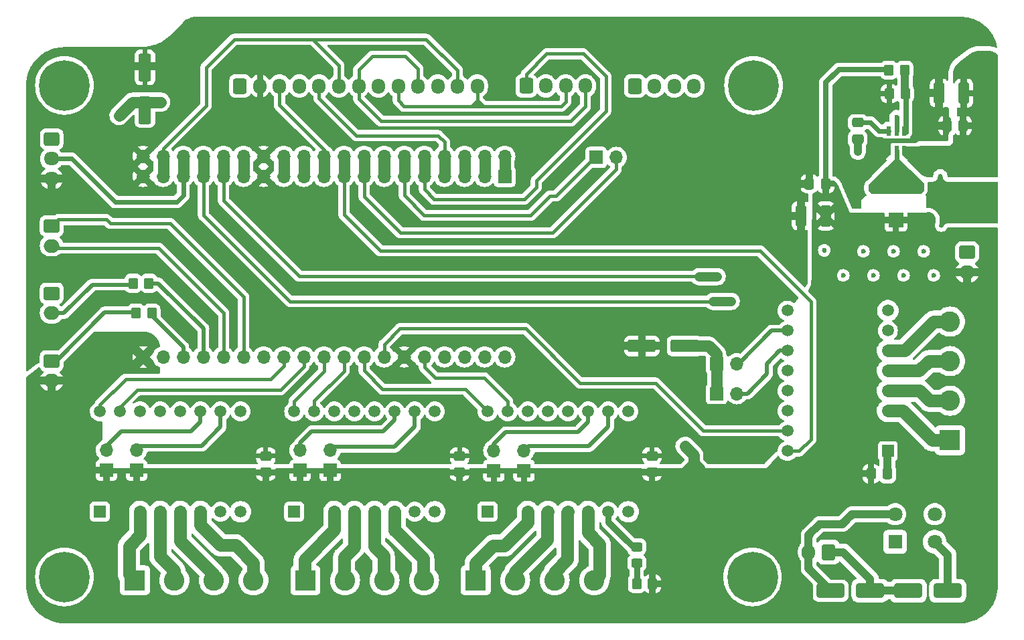
<source format=gtl>
G04 #@! TF.GenerationSoftware,KiCad,Pcbnew,7.0.7+dfsg-1*
G04 #@! TF.CreationDate,2024-09-28T12:15:45+02:00*
G04 #@! TF.ProjectId,motion-board-evoII,6d6f7469-6f6e-42d6-926f-6172642d6576,rev?*
G04 #@! TF.SameCoordinates,Original*
G04 #@! TF.FileFunction,Copper,L1,Top*
G04 #@! TF.FilePolarity,Positive*
%FSLAX46Y46*%
G04 Gerber Fmt 4.6, Leading zero omitted, Abs format (unit mm)*
G04 Created by KiCad (PCBNEW 7.0.7+dfsg-1) date 2024-09-28 12:15:45*
%MOMM*%
%LPD*%
G01*
G04 APERTURE LIST*
G04 Aperture macros list*
%AMRoundRect*
0 Rectangle with rounded corners*
0 $1 Rounding radius*
0 $2 $3 $4 $5 $6 $7 $8 $9 X,Y pos of 4 corners*
0 Add a 4 corners polygon primitive as box body*
4,1,4,$2,$3,$4,$5,$6,$7,$8,$9,$2,$3,0*
0 Add four circle primitives for the rounded corners*
1,1,$1+$1,$2,$3*
1,1,$1+$1,$4,$5*
1,1,$1+$1,$6,$7*
1,1,$1+$1,$8,$9*
0 Add four rect primitives between the rounded corners*
20,1,$1+$1,$2,$3,$4,$5,0*
20,1,$1+$1,$4,$5,$6,$7,0*
20,1,$1+$1,$6,$7,$8,$9,0*
20,1,$1+$1,$8,$9,$2,$3,0*%
G04 Aperture macros list end*
G04 #@! TA.AperFunction,SMDPad,CuDef*
%ADD10RoundRect,0.250000X-0.337500X-0.475000X0.337500X-0.475000X0.337500X0.475000X-0.337500X0.475000X0*%
G04 #@! TD*
G04 #@! TA.AperFunction,ComponentPad*
%ADD11R,1.700000X1.700000*%
G04 #@! TD*
G04 #@! TA.AperFunction,ComponentPad*
%ADD12O,1.700000X1.700000*%
G04 #@! TD*
G04 #@! TA.AperFunction,ComponentPad*
%ADD13R,1.508000X1.508000*%
G04 #@! TD*
G04 #@! TA.AperFunction,ComponentPad*
%ADD14C,1.508000*%
G04 #@! TD*
G04 #@! TA.AperFunction,ComponentPad*
%ADD15C,0.800000*%
G04 #@! TD*
G04 #@! TA.AperFunction,ComponentPad*
%ADD16C,6.400000*%
G04 #@! TD*
G04 #@! TA.AperFunction,SMDPad,CuDef*
%ADD17RoundRect,0.250000X0.550000X-1.500000X0.550000X1.500000X-0.550000X1.500000X-0.550000X-1.500000X0*%
G04 #@! TD*
G04 #@! TA.AperFunction,SMDPad,CuDef*
%ADD18RoundRect,0.250000X0.350000X0.450000X-0.350000X0.450000X-0.350000X-0.450000X0.350000X-0.450000X0*%
G04 #@! TD*
G04 #@! TA.AperFunction,ComponentPad*
%ADD19RoundRect,0.250000X-0.750000X0.600000X-0.750000X-0.600000X0.750000X-0.600000X0.750000X0.600000X0*%
G04 #@! TD*
G04 #@! TA.AperFunction,ComponentPad*
%ADD20O,2.000000X1.700000*%
G04 #@! TD*
G04 #@! TA.AperFunction,SMDPad,CuDef*
%ADD21RoundRect,0.250000X1.500000X0.550000X-1.500000X0.550000X-1.500000X-0.550000X1.500000X-0.550000X0*%
G04 #@! TD*
G04 #@! TA.AperFunction,SMDPad,CuDef*
%ADD22RoundRect,0.250000X-0.350000X-0.450000X0.350000X-0.450000X0.350000X0.450000X-0.350000X0.450000X0*%
G04 #@! TD*
G04 #@! TA.AperFunction,SMDPad,CuDef*
%ADD23RoundRect,0.250000X-0.412500X-1.100000X0.412500X-1.100000X0.412500X1.100000X-0.412500X1.100000X0*%
G04 #@! TD*
G04 #@! TA.AperFunction,SMDPad,CuDef*
%ADD24RoundRect,0.250000X0.475000X-0.337500X0.475000X0.337500X-0.475000X0.337500X-0.475000X-0.337500X0*%
G04 #@! TD*
G04 #@! TA.AperFunction,ComponentPad*
%ADD25R,2.600000X2.600000*%
G04 #@! TD*
G04 #@! TA.AperFunction,ComponentPad*
%ADD26C,2.600000*%
G04 #@! TD*
G04 #@! TA.AperFunction,SMDPad,CuDef*
%ADD27RoundRect,0.250000X-0.450000X0.325000X-0.450000X-0.325000X0.450000X-0.325000X0.450000X0.325000X0*%
G04 #@! TD*
G04 #@! TA.AperFunction,ComponentPad*
%ADD28RoundRect,0.250000X-0.600000X-0.725000X0.600000X-0.725000X0.600000X0.725000X-0.600000X0.725000X0*%
G04 #@! TD*
G04 #@! TA.AperFunction,ComponentPad*
%ADD29O,1.700000X1.950000*%
G04 #@! TD*
G04 #@! TA.AperFunction,SMDPad,CuDef*
%ADD30RoundRect,0.250000X-1.500000X-0.650000X1.500000X-0.650000X1.500000X0.650000X-1.500000X0.650000X0*%
G04 #@! TD*
G04 #@! TA.AperFunction,ComponentPad*
%ADD31RoundRect,0.250000X-0.725000X0.600000X-0.725000X-0.600000X0.725000X-0.600000X0.725000X0.600000X0*%
G04 #@! TD*
G04 #@! TA.AperFunction,ComponentPad*
%ADD32O,1.950000X1.700000*%
G04 #@! TD*
G04 #@! TA.AperFunction,SMDPad,CuDef*
%ADD33RoundRect,0.250000X1.500000X0.650000X-1.500000X0.650000X-1.500000X-0.650000X1.500000X-0.650000X0*%
G04 #@! TD*
G04 #@! TA.AperFunction,ComponentPad*
%ADD34R,1.800000X1.800000*%
G04 #@! TD*
G04 #@! TA.AperFunction,ComponentPad*
%ADD35C,1.800000*%
G04 #@! TD*
G04 #@! TA.AperFunction,SMDPad,CuDef*
%ADD36R,1.850000X1.900000*%
G04 #@! TD*
G04 #@! TA.AperFunction,SMDPad,CuDef*
%ADD37R,0.600000X1.250000*%
G04 #@! TD*
G04 #@! TA.AperFunction,SMDPad,CuDef*
%ADD38RoundRect,0.250000X-0.475000X0.337500X-0.475000X-0.337500X0.475000X-0.337500X0.475000X0.337500X0*%
G04 #@! TD*
G04 #@! TA.AperFunction,ComponentPad*
%ADD39RoundRect,0.250000X0.600000X0.750000X-0.600000X0.750000X-0.600000X-0.750000X0.600000X-0.750000X0*%
G04 #@! TD*
G04 #@! TA.AperFunction,ComponentPad*
%ADD40O,1.700000X2.000000*%
G04 #@! TD*
G04 #@! TA.AperFunction,ViaPad*
%ADD41C,0.600000*%
G04 #@! TD*
G04 #@! TA.AperFunction,ViaPad*
%ADD42C,0.800000*%
G04 #@! TD*
G04 #@! TA.AperFunction,Conductor*
%ADD43C,1.200000*%
G04 #@! TD*
G04 #@! TA.AperFunction,Conductor*
%ADD44C,0.800000*%
G04 #@! TD*
G04 #@! TA.AperFunction,Conductor*
%ADD45C,0.600000*%
G04 #@! TD*
G04 #@! TA.AperFunction,Conductor*
%ADD46C,1.000000*%
G04 #@! TD*
G04 #@! TA.AperFunction,Conductor*
%ADD47C,0.500000*%
G04 #@! TD*
G04 #@! TA.AperFunction,Conductor*
%ADD48C,0.400000*%
G04 #@! TD*
G04 #@! TA.AperFunction,Conductor*
%ADD49C,1.400000*%
G04 #@! TD*
G04 #@! TA.AperFunction,Conductor*
%ADD50C,0.700000*%
G04 #@! TD*
G04 #@! TA.AperFunction,Conductor*
%ADD51C,1.500000*%
G04 #@! TD*
G04 #@! TA.AperFunction,Conductor*
%ADD52C,1.600000*%
G04 #@! TD*
G04 APERTURE END LIST*
D10*
X144305200Y-43510200D03*
X146380200Y-43510200D03*
D11*
X105791000Y-42570400D03*
D12*
X105791000Y-40030400D03*
X103251000Y-42570400D03*
X103251000Y-40030400D03*
X100711000Y-42570400D03*
X100711000Y-40030400D03*
X98171000Y-42570400D03*
X98171000Y-40030400D03*
X95631000Y-42570400D03*
X95631000Y-40030400D03*
X93091000Y-42570400D03*
X93091000Y-40030400D03*
X90551000Y-42570400D03*
X90551000Y-40030400D03*
X88011000Y-42570400D03*
X88011000Y-40030400D03*
X85471000Y-42570400D03*
X85471000Y-40030400D03*
X82931000Y-42570400D03*
X82931000Y-40030400D03*
X80391000Y-42570400D03*
X80391000Y-40030400D03*
X77851000Y-42570400D03*
X77851000Y-40030400D03*
X75311000Y-42570400D03*
X75311000Y-40030400D03*
X72771000Y-42570400D03*
X72771000Y-40030400D03*
X70231000Y-42570400D03*
X70231000Y-40030400D03*
X67691000Y-42570400D03*
X67691000Y-40030400D03*
X65151000Y-42570400D03*
X65151000Y-40030400D03*
X62611000Y-42570400D03*
X62611000Y-40030400D03*
X60071000Y-42570400D03*
X60071000Y-40030400D03*
D13*
X154225400Y-77354400D03*
D14*
X154225400Y-74814400D03*
X154225400Y-72274400D03*
X154225400Y-69734400D03*
X154225400Y-67194400D03*
X154225400Y-64654400D03*
X154225400Y-62114400D03*
X154225400Y-59574400D03*
X141525400Y-77354400D03*
X141525400Y-74814400D03*
X141525400Y-72274400D03*
X141525400Y-69734400D03*
X141525400Y-67194400D03*
X141525400Y-64654400D03*
X141525400Y-62114400D03*
X141525400Y-59574400D03*
D15*
X47718000Y-93298000D03*
X48420944Y-91600944D03*
X48420944Y-94995056D03*
X50118000Y-90898000D03*
D16*
X50118000Y-93298000D03*
D15*
X50118000Y-95698000D03*
X51815056Y-91600944D03*
X51815056Y-94995056D03*
X52518000Y-93298000D03*
D17*
X60299600Y-34196000D03*
X60299600Y-28796000D03*
D10*
X161674900Y-36169600D03*
X163749900Y-36169600D03*
D18*
X124469400Y-94157800D03*
X122469400Y-94157800D03*
D19*
X164236400Y-52197000D03*
D20*
X164236400Y-54697000D03*
D21*
X128531600Y-64058800D03*
X123131600Y-64058800D03*
D22*
X154346400Y-29133800D03*
X156346400Y-29133800D03*
D19*
X48514000Y-65938400D03*
D20*
X48514000Y-68438400D03*
D23*
X143229800Y-47574200D03*
X146354800Y-47574200D03*
D15*
X134713000Y-93298000D03*
X135415944Y-91600944D03*
X135415944Y-94995056D03*
X137113000Y-90898000D03*
D16*
X137113000Y-93298000D03*
D15*
X137113000Y-95698000D03*
X138810056Y-91600944D03*
X138810056Y-94995056D03*
X139513000Y-93298000D03*
D24*
X75590400Y-80060800D03*
X75590400Y-77985800D03*
D25*
X80598000Y-93726000D03*
D26*
X85598000Y-93726000D03*
X90598000Y-93726000D03*
X95598000Y-93726000D03*
D13*
X79177000Y-85030000D03*
D14*
X81717000Y-85030000D03*
X84257000Y-85030000D03*
X86797000Y-85030000D03*
X89337000Y-85030000D03*
X91877000Y-85030000D03*
X94417000Y-85030000D03*
X96957000Y-85030000D03*
X79177000Y-72330000D03*
X81717000Y-72330000D03*
X84257000Y-72330000D03*
X86797000Y-72330000D03*
X89337000Y-72330000D03*
X91877000Y-72330000D03*
X94417000Y-72330000D03*
X96957000Y-72330000D03*
D27*
X122478800Y-89484200D03*
X122478800Y-91534200D03*
D24*
X100076000Y-80056900D03*
X100076000Y-77981900D03*
D28*
X108500000Y-31130000D03*
D29*
X111000000Y-31130000D03*
X113500000Y-31130000D03*
X116000000Y-31130000D03*
D30*
X156808800Y-95046800D03*
X161808800Y-95046800D03*
D19*
X48514000Y-48869600D03*
D20*
X48514000Y-51369600D03*
D11*
X132588000Y-66294000D03*
D12*
X135128000Y-66294000D03*
D31*
X48514000Y-37846000D03*
D32*
X48514000Y-40346000D03*
X48514000Y-42846000D03*
D33*
X151989307Y-95031780D03*
X146989307Y-95031780D03*
D11*
X60071000Y-65430400D03*
D12*
X62611000Y-65430400D03*
X65151000Y-65430400D03*
X67691000Y-65430400D03*
X70231000Y-65430400D03*
X72771000Y-65430400D03*
X75311000Y-65430400D03*
X77851000Y-65430400D03*
X80391000Y-65430400D03*
X82931000Y-65430400D03*
X85471000Y-65430400D03*
X88011000Y-65430400D03*
X90551000Y-65430400D03*
X93091000Y-65430400D03*
X95631000Y-65430400D03*
X98171000Y-65430400D03*
X100711000Y-65430400D03*
X103251000Y-65430400D03*
X105791000Y-65430400D03*
D34*
X155143200Y-88844000D03*
D35*
X160143200Y-88844000D03*
X155143200Y-85344000D03*
X160143200Y-85344000D03*
D25*
X59027000Y-93726000D03*
D26*
X64027000Y-93726000D03*
X69027000Y-93726000D03*
X74027000Y-93726000D03*
D36*
X155244800Y-43764200D03*
X155244800Y-48124200D03*
D11*
X108229400Y-79832200D03*
D12*
X108229400Y-77292200D03*
D13*
X103632000Y-85030000D03*
D14*
X106172000Y-85030000D03*
X108712000Y-85030000D03*
X111252000Y-85030000D03*
X113792000Y-85030000D03*
X116332000Y-85030000D03*
X118872000Y-85030000D03*
X121412000Y-85030000D03*
X103632000Y-72330000D03*
X106172000Y-72330000D03*
X108712000Y-72330000D03*
X111252000Y-72330000D03*
X113792000Y-72330000D03*
X116332000Y-72330000D03*
X118872000Y-72330000D03*
X121412000Y-72330000D03*
D11*
X132588000Y-70078600D03*
D12*
X135128000Y-70078600D03*
D28*
X122224800Y-31140400D03*
D29*
X124724800Y-31140400D03*
X127224800Y-31140400D03*
X129724800Y-31140400D03*
D11*
X104419400Y-79832200D03*
D12*
X104419400Y-77292200D03*
D37*
X154377800Y-39308200D03*
X155327800Y-39308200D03*
X156277800Y-39308200D03*
X156277800Y-36808200D03*
X155327800Y-36808200D03*
X154377800Y-36808200D03*
D24*
X124409200Y-80031500D03*
X124409200Y-77956500D03*
D11*
X117348000Y-40182800D03*
D12*
X119888000Y-40182800D03*
D15*
X134840000Y-31068000D03*
X135542944Y-29370944D03*
X135542944Y-32765056D03*
X137240000Y-28668000D03*
D16*
X137240000Y-31068000D03*
D15*
X137240000Y-33468000D03*
X138937056Y-29370944D03*
X138937056Y-32765056D03*
X139640000Y-31068000D03*
X47718000Y-31068000D03*
X48420944Y-29370944D03*
X48420944Y-32765056D03*
X50118000Y-28668000D03*
D16*
X50118000Y-31068000D03*
D15*
X50118000Y-33468000D03*
X51815056Y-29370944D03*
X51815056Y-32765056D03*
X52518000Y-31068000D03*
D11*
X55438200Y-79761000D03*
D12*
X55438200Y-77221000D03*
D22*
X59163200Y-59867800D03*
X61163200Y-59867800D03*
D23*
X160705000Y-32054800D03*
X163830000Y-32054800D03*
D28*
X72325000Y-31138000D03*
D29*
X74825000Y-31138000D03*
X77325000Y-31138000D03*
X79825000Y-31138000D03*
X82325000Y-31138000D03*
X84825000Y-31138000D03*
X87325000Y-31138000D03*
X89825000Y-31138000D03*
X92325000Y-31138000D03*
X94825000Y-31138000D03*
X97325000Y-31138000D03*
X99825000Y-31138000D03*
X102325000Y-31138000D03*
D10*
X152103000Y-80213200D03*
X154178000Y-80213200D03*
D19*
X48514000Y-57378600D03*
D20*
X48514000Y-59878600D03*
D38*
X150418800Y-35784100D03*
X150418800Y-37859100D03*
D39*
X146710400Y-90144600D03*
D40*
X144210400Y-90144600D03*
D13*
X54610000Y-85030000D03*
D14*
X57150000Y-85030000D03*
X59690000Y-85030000D03*
X62230000Y-85030000D03*
X64770000Y-85030000D03*
X67310000Y-85030000D03*
X69850000Y-85030000D03*
X72390000Y-85030000D03*
X54610000Y-72330000D03*
X57150000Y-72330000D03*
X59690000Y-72330000D03*
X62230000Y-72330000D03*
X64770000Y-72330000D03*
X67310000Y-72330000D03*
X69850000Y-72330000D03*
X72390000Y-72330000D03*
D22*
X58817000Y-56108600D03*
X60817000Y-56108600D03*
D11*
X83743800Y-79811800D03*
D12*
X83743800Y-77271800D03*
D25*
X102108000Y-93726000D03*
D26*
X107108000Y-93726000D03*
X112108000Y-93726000D03*
X117108000Y-93726000D03*
D11*
X59258200Y-79761000D03*
D12*
X59258200Y-77221000D03*
D25*
X162080600Y-75971400D03*
D26*
X162080600Y-70971400D03*
X162080600Y-65971400D03*
X162080600Y-60971400D03*
D11*
X79933800Y-79806800D03*
D12*
X79933800Y-77266800D03*
D18*
X156422600Y-32105600D03*
X154422600Y-32105600D03*
D41*
X163347400Y-44272200D03*
X86207600Y-53543200D03*
X148209000Y-35331400D03*
X158496000Y-30988000D03*
D42*
X115468400Y-63754000D03*
D41*
X101041200Y-53594000D03*
X79806800Y-46431200D03*
X148285200Y-40640000D03*
X148539200Y-31191200D03*
X156210000Y-55118000D03*
X77266800Y-54914800D03*
D42*
X64897000Y-27330400D03*
D41*
X158394400Y-33528000D03*
X68402200Y-55727600D03*
X52070000Y-45059600D03*
X91770200Y-56845200D03*
D42*
X158877000Y-28498800D03*
X125450600Y-74041000D03*
D41*
X158394400Y-37338000D03*
X71094600Y-48641000D03*
X111760000Y-47320200D03*
D42*
X134086600Y-45897800D03*
D41*
X61163200Y-50063400D03*
X152857200Y-39370000D03*
X105968800Y-56845200D03*
D42*
X118110000Y-61264800D03*
D41*
X148488400Y-33934400D03*
D42*
X153746200Y-23698200D03*
D41*
X86233000Y-60172600D03*
D42*
X68834000Y-23672800D03*
D41*
X160858200Y-46126400D03*
X148234400Y-37058600D03*
D42*
X106781600Y-23850600D03*
D41*
X158394400Y-35814000D03*
X86334600Y-34264600D03*
X150368000Y-32816800D03*
D42*
X83058000Y-23469600D03*
D41*
X150368000Y-31038800D03*
X57658000Y-47193200D03*
X75311000Y-37033200D03*
X106222800Y-53594000D03*
D42*
X150342600Y-23698200D03*
X128244600Y-39293800D03*
X112318800Y-23876000D03*
D41*
X159918400Y-36220400D03*
X68935600Y-51358800D03*
D42*
X145846800Y-23723600D03*
D41*
X66040000Y-48463200D03*
D42*
X118110000Y-63754000D03*
D41*
X91363800Y-34264600D03*
D42*
X138506200Y-45923200D03*
X157149800Y-23698200D03*
D41*
X76225400Y-47625000D03*
D42*
X160121600Y-24130000D03*
D41*
X90830400Y-60096400D03*
X160985200Y-48793400D03*
D42*
X143002000Y-32283400D03*
X142900400Y-34569400D03*
D41*
X96545400Y-56896000D03*
X151130000Y-52070000D03*
X150088600Y-43637200D03*
X81483200Y-60045600D03*
X57429400Y-50038000D03*
X81737200Y-34239200D03*
D42*
X76250800Y-23469600D03*
D41*
X152400000Y-55118000D03*
X152781000Y-38058200D03*
X95554800Y-53594000D03*
D42*
X158826200Y-26009600D03*
D41*
X111048800Y-56845200D03*
X86156800Y-27838400D03*
X101041200Y-56896000D03*
X100939600Y-60096400D03*
X49834800Y-62026800D03*
D42*
X62280800Y-28651200D03*
D41*
X111302800Y-53594000D03*
X81584800Y-53543200D03*
D42*
X75717400Y-73558400D03*
X103657400Y-23825200D03*
D41*
X160858200Y-42570400D03*
D42*
X135026400Y-49047400D03*
X89763600Y-23469600D03*
D41*
X63906400Y-51257200D03*
D42*
X115468400Y-61264800D03*
X58013600Y-28752800D03*
D41*
X51638200Y-49885600D03*
X95986600Y-27660600D03*
D42*
X96570800Y-23469600D03*
X56134000Y-29413200D03*
X141020800Y-45923200D03*
D41*
X149504400Y-41833800D03*
X78587600Y-27838400D03*
X163347400Y-47650400D03*
D42*
X137922000Y-77114400D03*
X155600400Y-26009600D03*
D41*
X160020000Y-55118000D03*
D42*
X113030000Y-61264800D03*
X135280400Y-77114400D03*
D41*
X116027200Y-56845200D03*
D42*
X148285200Y-26212800D03*
D41*
X146202400Y-51943000D03*
X90932000Y-53594000D03*
D42*
X162864800Y-24384000D03*
D41*
X143078200Y-54254400D03*
X154940000Y-52070000D03*
X148488400Y-32512000D03*
D42*
X118110000Y-66294000D03*
D41*
X152755600Y-32207200D03*
X112699800Y-37338000D03*
D42*
X132842000Y-77114400D03*
D41*
X116281200Y-53594000D03*
X65963800Y-53314600D03*
X81330800Y-56870600D03*
X95453200Y-60096400D03*
X148234400Y-38963600D03*
D42*
X151688800Y-26212800D03*
D41*
X151917400Y-31038800D03*
X106121200Y-60096400D03*
X86309200Y-56769000D03*
X72237600Y-54660800D03*
X148590000Y-55118000D03*
X110312200Y-60452000D03*
X73964800Y-51612800D03*
X158750000Y-52070000D03*
D42*
X161696400Y-26111200D03*
X143103600Y-29819600D03*
X139090400Y-56642000D03*
D41*
X76377800Y-58674000D03*
D42*
X100253800Y-73482200D03*
D41*
X153035000Y-34290000D03*
X151714200Y-33401000D03*
X61188600Y-47269400D03*
X108204000Y-41071800D03*
D42*
X62306200Y-33172400D03*
X58775600Y-33172400D03*
X57023000Y-34874200D03*
X128574800Y-76733400D03*
X129717800Y-79273400D03*
X165658800Y-33020000D03*
X159766000Y-40487600D03*
X165608000Y-36068000D03*
D41*
X155327800Y-35052000D03*
D42*
X165658800Y-28143200D03*
X166141400Y-30530800D03*
X163830000Y-29616400D03*
X165354000Y-38354000D03*
X166116000Y-41148000D03*
X162712400Y-40487600D03*
X130378200Y-55270400D03*
X132638800Y-55270400D03*
X134442200Y-58369200D03*
X132156200Y-58394600D03*
X150418800Y-39480600D03*
X155244800Y-41512600D03*
D43*
X74825000Y-31138000D02*
X74825000Y-30991400D01*
D44*
X76504800Y-27838400D02*
X74825000Y-29518200D01*
X78587600Y-27838400D02*
X76504800Y-27838400D01*
D45*
X152781000Y-38058200D02*
X153365200Y-38058200D01*
D46*
X154178000Y-80213200D02*
X154189900Y-80201300D01*
X148463000Y-86588600D02*
X145618200Y-86588600D01*
D47*
X154377800Y-39308200D02*
X154031000Y-39308200D01*
D45*
X153365200Y-38058200D02*
X153974800Y-38058200D01*
D47*
X153729000Y-38422000D02*
X153729000Y-39327400D01*
D44*
X74825000Y-29518200D02*
X74825000Y-36547200D01*
D47*
X152919000Y-39308200D02*
X152857200Y-39370000D01*
D46*
X144210400Y-92252873D02*
X146989307Y-95031780D01*
D47*
X153466800Y-39370000D02*
X152857200Y-39370000D01*
X153771600Y-39370000D02*
X153932200Y-39209400D01*
D44*
X118872000Y-85030000D02*
X118872000Y-86309200D01*
D47*
X152857200Y-39370000D02*
X153771600Y-39370000D01*
X154377800Y-39308200D02*
X154377800Y-39652800D01*
D46*
X145618200Y-86588600D02*
X144210400Y-87996400D01*
D47*
X154377800Y-39308200D02*
X152919000Y-39308200D01*
X154377800Y-39308200D02*
X154377800Y-39070800D01*
X153860500Y-39763700D02*
X153466800Y-39370000D01*
X154377800Y-39652800D02*
X152196800Y-41833800D01*
D44*
X74825000Y-36547200D02*
X75311000Y-37033200D01*
D47*
X153729000Y-38422000D02*
X153365200Y-38058200D01*
X154377800Y-39070800D02*
X153729000Y-38422000D01*
D46*
X144210400Y-87996400D02*
X144210400Y-92252873D01*
D44*
X122047000Y-89484200D02*
X122478800Y-89484200D01*
D46*
X58115200Y-28651200D02*
X58013600Y-28752800D01*
X155143200Y-85344000D02*
X149707600Y-85344000D01*
D47*
X154189900Y-77389900D02*
X154225400Y-77354400D01*
D46*
X149707600Y-85344000D02*
X148463000Y-86588600D01*
D44*
X74825000Y-30991400D02*
X74825000Y-29518200D01*
D47*
X154377800Y-39308200D02*
X154316000Y-39308200D01*
D45*
X153974800Y-38058200D02*
X157674200Y-38058200D01*
D47*
X154377800Y-38461200D02*
X153974800Y-38058200D01*
D45*
X157674200Y-38058200D02*
X158394400Y-37338000D01*
D47*
X153860500Y-39763700D02*
X153581100Y-40043100D01*
X154316000Y-39308200D02*
X153860500Y-39763700D01*
D46*
X62280800Y-28651200D02*
X58115200Y-28651200D01*
D47*
X152196800Y-41833800D02*
X149504400Y-41833800D01*
X154031000Y-39308200D02*
X153932200Y-39209400D01*
X153581100Y-40043100D02*
X153530300Y-40043100D01*
X153729000Y-39327400D02*
X153771600Y-39370000D01*
X152857200Y-38134400D02*
X152781000Y-38058200D01*
X154377800Y-39308200D02*
X154377800Y-38461200D01*
X153530300Y-40043100D02*
X152857200Y-39370000D01*
D48*
X61137800Y-50038000D02*
X61163200Y-50063400D01*
D44*
X161624100Y-36220400D02*
X161674900Y-36169600D01*
D46*
X154189900Y-80201300D02*
X154189900Y-77389900D01*
D44*
X118872000Y-86309200D02*
X122047000Y-89484200D01*
D49*
X130432900Y-80031500D02*
X130432900Y-79654400D01*
D50*
X148031200Y-29032200D02*
X146371200Y-30692200D01*
D49*
X132588000Y-65074800D02*
X131572000Y-64058800D01*
X128676400Y-80031500D02*
X128959700Y-80031500D01*
X132588000Y-68783200D02*
X132588000Y-65074800D01*
X58724800Y-33172400D02*
X57023000Y-34874200D01*
X130432900Y-79654400D02*
X129743200Y-78964700D01*
X132588000Y-70078600D02*
X132588000Y-68783200D01*
D50*
X154346400Y-29133800D02*
X154244800Y-29032200D01*
D49*
X128959700Y-80031500D02*
X129717800Y-79273400D01*
D50*
X154244800Y-29032200D02*
X148031200Y-29032200D01*
D49*
X62306200Y-33172400D02*
X58724800Y-33172400D01*
X132588000Y-68783200D02*
X132588000Y-66294000D01*
X130432900Y-79988500D02*
X130432900Y-80031500D01*
X129743200Y-78964700D02*
X128676400Y-80031500D01*
X129717800Y-79273400D02*
X130432900Y-79988500D01*
D46*
X124409200Y-80031500D02*
X130432900Y-80031500D01*
D49*
X128574800Y-76733400D02*
X129717800Y-77876400D01*
X131572000Y-64058800D02*
X128531600Y-64058800D01*
X129717800Y-77876400D02*
X129717800Y-79273400D01*
D50*
X146371200Y-30692200D02*
X146371200Y-42976800D01*
D47*
X156393800Y-39192200D02*
X156277800Y-39308200D01*
X156277800Y-39308200D02*
X156277800Y-39691800D01*
X159181800Y-39192200D02*
X161417000Y-39192200D01*
D46*
X161798000Y-95036000D02*
X161798000Y-90498800D01*
D50*
X157124400Y-40436800D02*
X156387800Y-39700200D01*
D47*
X156277800Y-39308200D02*
X156277800Y-39514000D01*
X156972000Y-39624000D02*
X156972000Y-39827200D01*
X157988000Y-41224200D02*
X159029400Y-41224200D01*
X159054800Y-39065200D02*
X156514800Y-39065200D01*
X159181800Y-39192200D02*
X159054800Y-39065200D01*
X156277800Y-39514000D02*
X157988000Y-41224200D01*
D46*
X161798000Y-90498800D02*
X160117800Y-88818600D01*
D47*
X157265800Y-39308200D02*
X156972000Y-39308200D01*
D46*
X160117800Y-88818600D02*
X160117800Y-88640800D01*
D48*
X161362400Y-94600400D02*
X161808800Y-95046800D01*
D47*
X156605400Y-39308200D02*
X156260800Y-38963600D01*
X156972000Y-39308200D02*
X156277800Y-39308200D01*
X161417000Y-39192200D02*
X162712400Y-40487600D01*
X157265800Y-39308200D02*
X156605400Y-39308200D01*
X156851000Y-39192200D02*
X159181800Y-39192200D01*
D45*
X155327800Y-36808200D02*
X155327800Y-35052000D01*
D47*
X157265800Y-39308200D02*
X157265800Y-39257400D01*
X156277800Y-39308200D02*
X156656200Y-39308200D01*
X156972000Y-39308200D02*
X156972000Y-39624000D01*
D46*
X161808800Y-95046800D02*
X161798000Y-95036000D01*
D47*
X157226000Y-39192200D02*
X156393800Y-39192200D01*
D46*
X163855400Y-36064100D02*
X163749900Y-36169600D01*
D47*
X156656200Y-39308200D02*
X156972000Y-39624000D01*
X159029400Y-41224200D02*
X159766000Y-40487600D01*
D48*
X59334400Y-69596000D02*
X57150000Y-71780400D01*
X77470000Y-69596000D02*
X59334400Y-69596000D01*
X57150000Y-71780400D02*
X57150000Y-72330000D01*
X80391000Y-65430400D02*
X80391000Y-66675000D01*
X80391000Y-66675000D02*
X77470000Y-69596000D01*
X54610000Y-72330000D02*
X54610000Y-71501000D01*
X77851000Y-66548000D02*
X77851000Y-65430400D01*
X57861200Y-68249800D02*
X76149200Y-68249800D01*
X54610000Y-71501000D02*
X57861200Y-68249800D01*
X76149200Y-68249800D02*
X77851000Y-66548000D01*
X85471000Y-67208400D02*
X81717000Y-70962400D01*
X81717000Y-70962400D02*
X81717000Y-72330000D01*
X85471000Y-65430400D02*
X85471000Y-67208400D01*
X79177000Y-71013200D02*
X79177000Y-72330000D01*
X82931000Y-65430400D02*
X82931000Y-67259200D01*
X82931000Y-67259200D02*
X79177000Y-71013200D01*
X96977200Y-68072000D02*
X103200200Y-68072000D01*
X106172000Y-71043800D02*
X106172000Y-72330000D01*
X95631000Y-65430400D02*
X95631000Y-66725800D01*
X103200200Y-68072000D02*
X106172000Y-71043800D01*
X95631000Y-66725800D02*
X96977200Y-68072000D01*
X100821800Y-69519800D02*
X103632000Y-72330000D01*
X88011000Y-67183000D02*
X90347800Y-69519800D01*
X90347800Y-69519800D02*
X100821800Y-69519800D01*
X88011000Y-65430400D02*
X88011000Y-67183000D01*
X132588000Y-55219600D02*
X79806800Y-55219600D01*
X79806800Y-55219600D02*
X70231000Y-45643800D01*
X132638800Y-55270400D02*
X132588000Y-55219600D01*
X130352800Y-55270400D02*
X130365500Y-55257700D01*
D49*
X70231000Y-40030400D02*
X70231000Y-42570400D01*
D43*
X130378200Y-55270400D02*
X132638800Y-55270400D01*
D48*
X70231000Y-45643800D02*
X70231000Y-42570400D01*
X67691000Y-47472600D02*
X78613000Y-58394600D01*
X134543800Y-58597800D02*
X134772400Y-58369200D01*
X67691000Y-42570400D02*
X67691000Y-47472600D01*
D43*
X132156200Y-58394600D02*
X134416800Y-58394600D01*
D50*
X132130800Y-58394600D02*
X132143500Y-58381900D01*
D48*
X78613000Y-58394600D02*
X134416800Y-58394600D01*
X134467600Y-58394600D02*
X134797800Y-58394600D01*
X134416800Y-58394600D02*
X134442200Y-58369200D01*
X134442200Y-58369200D02*
X134467600Y-58394600D01*
D49*
X67691000Y-40030400D02*
X67691000Y-42570400D01*
D47*
X67691000Y-61823600D02*
X67691000Y-65430400D01*
X61976000Y-56108600D02*
X67691000Y-61823600D01*
X61367000Y-56108600D02*
X61976000Y-56108600D01*
X61367000Y-59817000D02*
X61367000Y-60401800D01*
X61367000Y-60401800D02*
X65151000Y-64185800D01*
X65151000Y-64185800D02*
X65151000Y-65430400D01*
D48*
X48808000Y-51663600D02*
X48514000Y-51369600D01*
X70256400Y-65405000D02*
X70256400Y-59867800D01*
X62052200Y-51663600D02*
X48808000Y-51663600D01*
X70231000Y-65430400D02*
X70256400Y-65405000D01*
X70256400Y-59867800D02*
X62052200Y-51663600D01*
X68021200Y-33655000D02*
X62611000Y-39065200D01*
X62611000Y-39065200D02*
X62611000Y-40030400D01*
D49*
X62611000Y-40030400D02*
X62611000Y-42570400D01*
D48*
X99825000Y-29174000D02*
X95873200Y-25222200D01*
X81486600Y-25222200D02*
X79832200Y-25222200D01*
X71577200Y-25222200D02*
X68021200Y-28778200D01*
X95873200Y-25222200D02*
X71577200Y-25222200D01*
X68021200Y-28778200D02*
X68021200Y-33655000D01*
X84825000Y-31138000D02*
X84825000Y-28560600D01*
X99825000Y-31138000D02*
X99825000Y-29174000D01*
X84825000Y-28560600D02*
X81486600Y-25222200D01*
D49*
X72771000Y-40030400D02*
X72771000Y-42570400D01*
D48*
X101904800Y-33375600D02*
X102311200Y-33375600D01*
X102285800Y-33705800D02*
X102285800Y-32996800D01*
X102285800Y-33705800D02*
X101574600Y-33705800D01*
D49*
X77851000Y-40030400D02*
X77851000Y-42570400D01*
D48*
X113500000Y-33100000D02*
X112894200Y-33705800D01*
X92325000Y-32977000D02*
X92325000Y-31458000D01*
X113500000Y-31130000D02*
X113500000Y-33100000D01*
X102325000Y-32957600D02*
X102322800Y-32957600D01*
X104165400Y-33705800D02*
X103073200Y-33705800D01*
X101574600Y-33705800D02*
X93053800Y-33705800D01*
X112894200Y-33705800D02*
X104165400Y-33705800D01*
X102311200Y-33375600D02*
X102641400Y-33705800D01*
X103073200Y-33705800D02*
X102325000Y-32957600D01*
X104165400Y-33705800D02*
X102641400Y-33705800D01*
X102641400Y-33705800D02*
X102285800Y-33705800D01*
X102325000Y-32957600D02*
X102325000Y-31138000D01*
X93053800Y-33705800D02*
X92325000Y-32977000D01*
X102285800Y-32996800D02*
X102325000Y-32957600D01*
X102322800Y-32957600D02*
X101904800Y-33375600D01*
X101904800Y-33375600D02*
X101574600Y-33705800D01*
X90170000Y-35585400D02*
X114147600Y-35585400D01*
X94825000Y-28962800D02*
X93218000Y-27355800D01*
X93218000Y-27355800D02*
X89052400Y-27355800D01*
X89052400Y-27355800D02*
X87325000Y-29083200D01*
X94825000Y-30778000D02*
X94825000Y-28962800D01*
D49*
X80391000Y-40030400D02*
X80391000Y-42570400D01*
D48*
X87325000Y-32740400D02*
X90170000Y-35585400D01*
X114147600Y-35585400D02*
X116000000Y-33733000D01*
X116000000Y-33733000D02*
X116000000Y-31130000D01*
X87325000Y-29083200D02*
X87325000Y-32740400D01*
X118567200Y-34290000D02*
X109778800Y-43078400D01*
X115722400Y-27051000D02*
X118567200Y-29895800D01*
X108500000Y-31130000D02*
X108500000Y-29650600D01*
X108500000Y-29650600D02*
X111099600Y-27051000D01*
X95631000Y-44246800D02*
X95631000Y-42570400D01*
X96875600Y-45491400D02*
X95631000Y-44246800D01*
X108242100Y-45491400D02*
X96875600Y-45491400D01*
D49*
X95631000Y-40030400D02*
X95631000Y-42570400D01*
D48*
X118567200Y-29895800D02*
X118567200Y-34290000D01*
X109778800Y-43078400D02*
X109778800Y-43954700D01*
X111099600Y-27051000D02*
X115722400Y-27051000D01*
X109778800Y-43954700D02*
X108242100Y-45491400D01*
D51*
X90551000Y-40030400D02*
X90551000Y-42570400D01*
D48*
X77325000Y-33586200D02*
X82931000Y-39192200D01*
X82931000Y-39192200D02*
X82931000Y-40030400D01*
D49*
X82931000Y-40030400D02*
X82931000Y-42570400D01*
D48*
X77325000Y-31138000D02*
X77325000Y-33586200D01*
X98171000Y-40030400D02*
X98171000Y-38227000D01*
X97358200Y-37414200D02*
X87020400Y-37414200D01*
X98171000Y-38227000D02*
X97358200Y-37414200D01*
X82325000Y-32718800D02*
X82325000Y-31138000D01*
X87020400Y-37414200D02*
X82325000Y-32718800D01*
D49*
X98171000Y-40030400D02*
X98171000Y-42570400D01*
D45*
X48514000Y-40346000D02*
X51064800Y-40346000D01*
X64312800Y-45821600D02*
X65151000Y-44983400D01*
D49*
X65151000Y-40030400D02*
X65151000Y-42570400D01*
D45*
X56540400Y-45821600D02*
X64312800Y-45821600D01*
X51064800Y-40346000D02*
X56540400Y-45821600D01*
X65151000Y-44983400D02*
X65151000Y-42570400D01*
X65151000Y-40030400D02*
X65140200Y-40019600D01*
D47*
X136436100Y-70078600D02*
X135128000Y-70078600D01*
X135483600Y-70078600D02*
X135128000Y-70078600D01*
X138938000Y-67576700D02*
X136436100Y-70078600D01*
X141525400Y-64654400D02*
X140577600Y-64654400D01*
X140577600Y-64654400D02*
X138938000Y-66294000D01*
X138938000Y-66294000D02*
X138938000Y-67576700D01*
X135382000Y-66294000D02*
X135128000Y-66294000D01*
X139561600Y-62114400D02*
X135382000Y-66294000D01*
X141525400Y-62114400D02*
X139561600Y-62114400D01*
D48*
X72771000Y-57835800D02*
X72771000Y-65430400D01*
X55930800Y-48539400D02*
X63474600Y-48539400D01*
X55437400Y-48046000D02*
X55930800Y-48539400D01*
X48514000Y-48869600D02*
X49337600Y-48046000D01*
X63474600Y-48539400D02*
X72771000Y-57835800D01*
X49337600Y-48046000D02*
X55437400Y-48046000D01*
D52*
X105740200Y-89331800D02*
X104317800Y-89331800D01*
X102108000Y-91541600D02*
X102108000Y-93726000D01*
X104317800Y-89331800D02*
X102108000Y-91541600D01*
X108712000Y-86360000D02*
X105740200Y-89331800D01*
X108712000Y-85030000D02*
X108712000Y-86360000D01*
X111196000Y-85086000D02*
X111196000Y-88575000D01*
X111196000Y-88575000D02*
X107108000Y-92663000D01*
X107108000Y-92663000D02*
X107108000Y-93726000D01*
X111252000Y-85030000D02*
X111196000Y-85086000D01*
X111252000Y-85030000D02*
X111266000Y-85044000D01*
X113736000Y-91064200D02*
X112108000Y-92692200D01*
X113736000Y-85086000D02*
X113736000Y-91064200D01*
X112108000Y-92692200D02*
X112108000Y-93726000D01*
X113792000Y-85030000D02*
X113806000Y-85044000D01*
X113792000Y-85030000D02*
X113736000Y-85086000D01*
X117779800Y-93054200D02*
X117108000Y-93726000D01*
X116332000Y-85030000D02*
X116332000Y-87680800D01*
X116332000Y-87680800D02*
X117779800Y-89128600D01*
X117779800Y-89128600D02*
X117779800Y-93054200D01*
X154225400Y-72274400D02*
X156122400Y-72274400D01*
X156122400Y-72274400D02*
X159819400Y-75971400D01*
X159819400Y-75971400D02*
X162080600Y-75971400D01*
X159469400Y-70971400D02*
X162080600Y-70971400D01*
X158232400Y-69734400D02*
X159469400Y-70971400D01*
X154225400Y-69734400D02*
X158232400Y-69734400D01*
X159399400Y-65971400D02*
X162080600Y-65971400D01*
X154225400Y-67194400D02*
X158176400Y-67194400D01*
X158176400Y-67194400D02*
X159399400Y-65971400D01*
X156356400Y-64654400D02*
X160039400Y-60971400D01*
X154225400Y-64654400D02*
X156356400Y-64654400D01*
X160039400Y-60971400D02*
X162080600Y-60971400D01*
X84257000Y-85030000D02*
X84257000Y-87251000D01*
X84257000Y-87345400D02*
X80497000Y-91105400D01*
X84257000Y-87251000D02*
X84257000Y-87345400D01*
X80497000Y-91105400D02*
X80497000Y-93726000D01*
X86741000Y-89535000D02*
X85497000Y-90779000D01*
X86741000Y-85086000D02*
X86741000Y-89535000D01*
X86797000Y-85030000D02*
X86811000Y-85044000D01*
X85497000Y-90779000D02*
X85497000Y-93726000D01*
X86797000Y-85030000D02*
X86741000Y-85086000D01*
X90497000Y-90624000D02*
X90497000Y-93726000D01*
X89337000Y-85030000D02*
X89281000Y-85086000D01*
X89337000Y-85030000D02*
X89351000Y-85044000D01*
X89281000Y-89408000D02*
X90497000Y-90624000D01*
X89281000Y-85086000D02*
X89281000Y-89408000D01*
X95497000Y-90975800D02*
X95497000Y-93726000D01*
X91877000Y-85030000D02*
X91877000Y-87378000D01*
X91877000Y-87378000D02*
X91899200Y-87378000D01*
X91899200Y-87378000D02*
X95497000Y-90975800D01*
X59690000Y-85030000D02*
X59690000Y-87985600D01*
X59690000Y-87985600D02*
X58293000Y-89382600D01*
X58293000Y-89382600D02*
X58293000Y-92992000D01*
X58293000Y-92992000D02*
X59027000Y-93726000D01*
X62230000Y-85030000D02*
X62230000Y-90678000D01*
X62230000Y-90678000D02*
X64027000Y-92475000D01*
X64027000Y-92475000D02*
X64027000Y-93726000D01*
X64770000Y-85030000D02*
X64770000Y-88722200D01*
X69027000Y-92979200D02*
X69027000Y-93726000D01*
X64770000Y-88722200D02*
X69027000Y-92979200D01*
X71780400Y-89281000D02*
X74027000Y-91527600D01*
X67310000Y-85030000D02*
X67310000Y-86741000D01*
X67310000Y-86741000D02*
X69850000Y-89281000D01*
X74027000Y-91527600D02*
X74027000Y-93726000D01*
X69850000Y-89281000D02*
X71780400Y-89281000D01*
D48*
X93091000Y-42570400D02*
X93091000Y-45008800D01*
X117144800Y-40182800D02*
X117348000Y-40182800D01*
D47*
X93191000Y-40038400D02*
X93191000Y-39530400D01*
D49*
X93091000Y-40030400D02*
X93091000Y-42570400D01*
D48*
X111506000Y-45059600D02*
X112268000Y-45059600D01*
X112268000Y-45059600D02*
X117144800Y-40182800D01*
X93091000Y-45008800D02*
X95605600Y-47523400D01*
X109042200Y-47523400D02*
X111506000Y-45059600D01*
X95605600Y-47523400D02*
X109042200Y-47523400D01*
D46*
X148575400Y-90144600D02*
X151989307Y-93558507D01*
X151989307Y-95031780D02*
X156793780Y-95031780D01*
D48*
X156793780Y-95031780D02*
X156808800Y-95046800D01*
D46*
X151989307Y-93558507D02*
X151989307Y-95031780D01*
X146710400Y-90144600D02*
X148575400Y-90144600D01*
D47*
X67310000Y-72330000D02*
X67310000Y-73660000D01*
X66141600Y-74828400D02*
X57302400Y-74828400D01*
X55590600Y-76540200D02*
X55590600Y-77444600D01*
X57302400Y-74828400D02*
X55590600Y-76540200D01*
X67310000Y-73660000D02*
X66141600Y-74828400D01*
X69850000Y-74295000D02*
X67462400Y-76682600D01*
X67462400Y-76682600D02*
X59796600Y-76682600D01*
X59796600Y-76682600D02*
X59258200Y-77221000D01*
X69850000Y-72330000D02*
X69850000Y-74295000D01*
D49*
X103251000Y-40030400D02*
X103251000Y-42570400D01*
X100711000Y-40030400D02*
X100711000Y-42570400D01*
X105791000Y-40030400D02*
X105791000Y-42570400D01*
X88011000Y-40030400D02*
X88011000Y-42570400D01*
D48*
X88011000Y-42570400D02*
X88011000Y-45135800D01*
X88011000Y-45135800D02*
X92608400Y-49733200D01*
X111810800Y-49733200D02*
X119888000Y-41656000D01*
X119888000Y-41656000D02*
X119888000Y-40182800D01*
X92608400Y-49733200D02*
X111810800Y-49733200D01*
D49*
X85471000Y-40030400D02*
X85471000Y-42570400D01*
D48*
X138049000Y-51993800D02*
X90043000Y-51993800D01*
X141525400Y-77354400D02*
X143016000Y-77354400D01*
X85471000Y-47421800D02*
X85471000Y-42570400D01*
X143016000Y-77354400D02*
X144500600Y-75869800D01*
X144500600Y-75869800D02*
X144500600Y-58445400D01*
X144500600Y-58445400D02*
X138049000Y-51993800D01*
X90043000Y-51993800D02*
X85471000Y-47421800D01*
X130917000Y-74783000D02*
X124866400Y-68732400D01*
X141494000Y-74783000D02*
X130917000Y-74783000D01*
X90551000Y-63830200D02*
X90551000Y-65430400D01*
X92532200Y-61849000D02*
X90551000Y-63830200D01*
X124866400Y-68732400D02*
X115290600Y-68732400D01*
X141525400Y-74814400D02*
X141494000Y-74783000D01*
X108407200Y-61849000D02*
X92532200Y-61849000D01*
X115290600Y-68732400D02*
X108407200Y-61849000D01*
D47*
X58639200Y-56286400D02*
X53644800Y-56286400D01*
X50052600Y-59878600D02*
X48514000Y-59878600D01*
X58817000Y-56108600D02*
X58639200Y-56286400D01*
X53644800Y-56286400D02*
X50052600Y-59878600D01*
X59163200Y-59867800D02*
X59112400Y-59817000D01*
X59112400Y-59817000D02*
X55194200Y-59817000D01*
X49072800Y-65938400D02*
X48514000Y-65938400D01*
X55194200Y-59817000D02*
X49072800Y-65938400D01*
X118872000Y-74269600D02*
X118872000Y-72330000D01*
X108229400Y-77292200D02*
X108762800Y-76758800D01*
X108762800Y-76758800D02*
X116382800Y-76758800D01*
X116382800Y-76758800D02*
X118872000Y-74269600D01*
X116332000Y-73685400D02*
X116332000Y-72330000D01*
X104419400Y-77292200D02*
X104419400Y-76504800D01*
X105943400Y-74980800D02*
X115036600Y-74980800D01*
X115036600Y-74980800D02*
X116332000Y-73685400D01*
X104419400Y-76504800D02*
X105943400Y-74980800D01*
X94417000Y-74264400D02*
X91871800Y-76809600D01*
X94417000Y-72330000D02*
X94417000Y-74264400D01*
X91871800Y-76809600D02*
X84206000Y-76809600D01*
X84206000Y-76809600D02*
X83743800Y-77271800D01*
X91877000Y-72330000D02*
X91877000Y-73426200D01*
X79933800Y-76327000D02*
X79933800Y-77266800D01*
X90424000Y-74879200D02*
X81381600Y-74879200D01*
X81381600Y-74879200D02*
X79933800Y-76327000D01*
X91877000Y-73426200D02*
X90424000Y-74879200D01*
D48*
X156032800Y-42756600D02*
X156189100Y-42600300D01*
X152932800Y-42756600D02*
X152678800Y-43010600D01*
X154428886Y-41712686D02*
X155190886Y-41712686D01*
X152396886Y-43744686D02*
X152450800Y-43798600D01*
X152090895Y-44050677D02*
X158544877Y-44050677D01*
X155552714Y-42474686D02*
X156063486Y-42474686D01*
X155244800Y-42274600D02*
X154990800Y-42020600D01*
X152090895Y-44050677D02*
X152396886Y-43744686D01*
X155327800Y-41258600D02*
X155529468Y-41258600D01*
X156006800Y-42604200D02*
X155854400Y-42756600D01*
X155244800Y-43425600D02*
X155244800Y-42274600D01*
X157124400Y-44050677D02*
X152090895Y-44050677D01*
X157651034Y-43655834D02*
X157788868Y-43517999D01*
X156768800Y-43180000D02*
X156189100Y-42600300D01*
X151942800Y-44306600D02*
X152196800Y-44560600D01*
X156066600Y-42274600D02*
X156768800Y-42976800D01*
X156006800Y-42274600D02*
X156006800Y-42604200D01*
X153158886Y-42982686D02*
X153212800Y-43036600D01*
X158546800Y-44306600D02*
X158546800Y-43561375D01*
X152396886Y-43744686D02*
X152623573Y-43517999D01*
X153666886Y-42474686D02*
X153771600Y-42474686D01*
X155244800Y-42782600D02*
X154482800Y-42020600D01*
X151942800Y-43746600D02*
X151942800Y-44306600D01*
X152090895Y-43598505D02*
X152090895Y-44050677D01*
X152932800Y-42756600D02*
X155854400Y-42756600D01*
X157256190Y-44050677D02*
X157651034Y-43655834D01*
X155244800Y-42274600D02*
X156066600Y-42274600D01*
X152450800Y-43798600D02*
X157276800Y-43798600D01*
X155244800Y-41512600D02*
X154990800Y-41258600D01*
X158341691Y-43593491D02*
X158103025Y-43832157D01*
X157124400Y-44050677D02*
X157256190Y-44050677D01*
X158341691Y-43593491D02*
X158107519Y-43593491D01*
X158103025Y-43832157D02*
X157884506Y-44050677D01*
X158107519Y-43593491D02*
X155508714Y-40994686D01*
X153158886Y-42982686D02*
X153666886Y-42474686D01*
X155508714Y-40994686D02*
X155327800Y-40813772D01*
X155508714Y-40994686D02*
X153974800Y-42528600D01*
X152623573Y-43517999D02*
X157788868Y-43517999D01*
X157884506Y-43889306D02*
X157651034Y-43655834D01*
X155327800Y-40813772D02*
X155327800Y-41258600D01*
X153212800Y-43036600D02*
X157530800Y-43036600D01*
X154428886Y-41712686D02*
X156514800Y-43798600D01*
X156514800Y-43290600D02*
X153212800Y-43290600D01*
X155529468Y-41258600D02*
X157546134Y-43275266D01*
X155552714Y-42474686D02*
X155752800Y-42274600D01*
X156006800Y-42274600D02*
X155244800Y-41512600D01*
X157546134Y-43275266D02*
X157530800Y-43290600D01*
X156768800Y-43290600D02*
X156768800Y-42976800D01*
X152090895Y-43598505D02*
X152090895Y-44200695D01*
D45*
X155327800Y-39308200D02*
X155327800Y-40813772D01*
D48*
X156057800Y-43747600D02*
X156514800Y-43290600D01*
X153666886Y-42474686D02*
X154428886Y-41712686D01*
X157788868Y-43517999D02*
X158103025Y-43832157D01*
X158546800Y-43561375D02*
X155347025Y-40361600D01*
X153771600Y-42474686D02*
X155552714Y-42474686D01*
X152090895Y-44200695D02*
X152450800Y-44560600D01*
D46*
X150418800Y-39480600D02*
X150418800Y-37859100D01*
D48*
X157276800Y-43798600D02*
X156768800Y-43290600D01*
X155244800Y-43425600D02*
X155244800Y-41512600D01*
X155854400Y-42756600D02*
X156032800Y-42756600D01*
X156514800Y-42274600D02*
X156006800Y-42274600D01*
X156768800Y-42976800D02*
X156768800Y-42782600D01*
X152196800Y-44560600D02*
X158292800Y-44560600D01*
X152450800Y-44560600D02*
X158292800Y-44560600D01*
X157530800Y-43290600D02*
X156514800Y-43290600D01*
X155327800Y-39308200D02*
X155327800Y-40361600D01*
X156768800Y-43290600D02*
X156768800Y-43180000D01*
X155327800Y-40361600D02*
X152932800Y-42756600D01*
X157546134Y-43275266D02*
X157788868Y-43517999D01*
X157884506Y-44050677D02*
X157124400Y-44050677D01*
X158292800Y-44560600D02*
X158546800Y-44306600D01*
X155347025Y-40361600D02*
X155327800Y-40361600D01*
X155190886Y-41712686D02*
X155752800Y-42274600D01*
X157884506Y-44050677D02*
X157884506Y-43889306D01*
X152396886Y-43744686D02*
X153158886Y-42982686D01*
X156063486Y-42474686D02*
X156189100Y-42600300D01*
X158546800Y-44306600D02*
X152196800Y-44306600D01*
X152678800Y-43010600D02*
X152090895Y-43598505D01*
X154428886Y-41712686D02*
X155327800Y-40813772D01*
X155327800Y-41258600D02*
X155327800Y-43342600D01*
X155244800Y-43425600D02*
X155244800Y-42782600D01*
X155327800Y-43342600D02*
X155244800Y-43425600D01*
X152678800Y-43010600D02*
X151942800Y-43746600D01*
X156189100Y-42600300D02*
X156514800Y-42274600D01*
X155295600Y-43747600D02*
X156057800Y-43747600D01*
D45*
X150418800Y-35784100D02*
X152056300Y-35784100D01*
X152056300Y-35784100D02*
X153080400Y-36808200D01*
X153080400Y-36808200D02*
X154377800Y-36808200D01*
D48*
X150926800Y-35784100D02*
X150418800Y-35784100D01*
X156616400Y-32299400D02*
X156422600Y-32105600D01*
X156616400Y-34493200D02*
X156616400Y-36982400D01*
X156409800Y-36676200D02*
X156277800Y-36808200D01*
X156616400Y-36982400D02*
X156464000Y-37134800D01*
X156422600Y-32105600D02*
X156409800Y-32118400D01*
X156409800Y-32118400D02*
X156409800Y-36676200D01*
X156422600Y-34299400D02*
X156616400Y-34493200D01*
D46*
X156409800Y-29197200D02*
X156346400Y-29133800D01*
D48*
X156422600Y-32105600D02*
X156422600Y-34299400D01*
D46*
X156409800Y-32092800D02*
X156409800Y-29197200D01*
X156422600Y-32105600D02*
X156409800Y-32092800D01*
D48*
X156616400Y-34493200D02*
X156616400Y-32299400D01*
D44*
X122469400Y-94157800D02*
X122469400Y-91543600D01*
D48*
X122469400Y-91543600D02*
X122478800Y-91534200D01*
G04 #@! TA.AperFunction,Conductor*
G36*
X147480872Y-43129885D02*
G01*
X147502436Y-43147452D01*
X147639624Y-43287602D01*
X147651316Y-43301440D01*
X147812536Y-43523321D01*
X147822093Y-43538729D01*
X147952397Y-43787794D01*
X147954340Y-43791864D01*
X148382983Y-44781236D01*
X148819958Y-45789841D01*
X149414335Y-47161751D01*
X150737743Y-47152234D01*
X150737757Y-47152235D01*
X150737758Y-47152235D01*
X150738302Y-47152231D01*
X150782457Y-47151913D01*
X150849635Y-47171115D01*
X150871029Y-47188229D01*
X150876000Y-47193200D01*
X153695800Y-47193200D01*
X153762839Y-47212885D01*
X153808594Y-47265689D01*
X153819800Y-47317200D01*
X153819800Y-47724200D01*
X156669800Y-47724200D01*
X156669800Y-47317200D01*
X156689485Y-47250161D01*
X156742289Y-47204406D01*
X156793800Y-47193200D01*
X159105600Y-47193200D01*
X159114735Y-47184064D01*
X159125285Y-47148138D01*
X159178089Y-47102383D01*
X159228706Y-47091180D01*
X159301901Y-47090653D01*
X159307978Y-47090910D01*
X159481409Y-47106812D01*
X159505379Y-47111423D01*
X159663497Y-47158380D01*
X159686103Y-47167602D01*
X159831951Y-47244634D01*
X159852310Y-47258107D01*
X159980232Y-47362228D01*
X159997560Y-47379432D01*
X160102590Y-47506593D01*
X160116212Y-47526860D01*
X160194290Y-47672148D01*
X160203675Y-47694691D01*
X160251767Y-47852461D01*
X160256552Y-47876408D01*
X160274000Y-48052747D01*
X160274000Y-48420658D01*
X160259409Y-48443880D01*
X160199833Y-48614137D01*
X160199830Y-48614150D01*
X160179635Y-48793396D01*
X160179635Y-48793403D01*
X160199830Y-48972649D01*
X160199831Y-48972654D01*
X160259411Y-49142923D01*
X160325793Y-49248568D01*
X160355384Y-49295662D01*
X160482938Y-49423216D01*
X160495947Y-49431390D01*
X160633069Y-49517550D01*
X160635678Y-49519189D01*
X160774589Y-49567796D01*
X160805945Y-49578768D01*
X160805950Y-49578769D01*
X160985196Y-49598965D01*
X160985200Y-49598965D01*
X160985204Y-49598965D01*
X161164449Y-49578769D01*
X161164452Y-49578768D01*
X161164455Y-49578768D01*
X161334722Y-49519189D01*
X161487462Y-49423216D01*
X161615016Y-49295662D01*
X161710989Y-49142922D01*
X161724241Y-49105048D01*
X161764960Y-49048274D01*
X161829912Y-49022525D01*
X161841260Y-49022004D01*
X167657797Y-49022652D01*
X167662201Y-49022811D01*
X167837212Y-49035347D01*
X167935747Y-49042405D01*
X167953258Y-49044924D01*
X168061636Y-49068511D01*
X168122956Y-49102002D01*
X168156435Y-49163328D01*
X168159266Y-49189675D01*
X168159266Y-94302585D01*
X168159267Y-94302595D01*
X168159267Y-94369324D01*
X168141201Y-94783066D01*
X168140729Y-94788457D01*
X168087026Y-95196359D01*
X168086086Y-95201688D01*
X167997034Y-95603371D01*
X167995633Y-95608598D01*
X167871914Y-96000985D01*
X167870063Y-96006070D01*
X167712617Y-96386180D01*
X167710330Y-96391085D01*
X167520358Y-96756018D01*
X167517652Y-96760704D01*
X167296587Y-97107709D01*
X167293483Y-97112141D01*
X167043029Y-97438543D01*
X167039551Y-97442688D01*
X166761592Y-97746030D01*
X166757766Y-97749856D01*
X166454426Y-98027819D01*
X166450281Y-98031297D01*
X166123882Y-98281755D01*
X166119449Y-98284859D01*
X165772456Y-98505923D01*
X165767770Y-98508629D01*
X165402820Y-98698612D01*
X165397916Y-98700899D01*
X165017826Y-98858343D01*
X165012741Y-98860194D01*
X164620336Y-98983924D01*
X164615121Y-98985321D01*
X164213443Y-99074377D01*
X164208120Y-99075316D01*
X163800208Y-99129024D01*
X163794818Y-99129496D01*
X163382609Y-99147500D01*
X50118000Y-99147500D01*
X49698041Y-99129164D01*
X49692650Y-99128692D01*
X49278584Y-99074179D01*
X49273255Y-99073239D01*
X48865499Y-98982842D01*
X48860272Y-98981442D01*
X48461953Y-98855852D01*
X48456879Y-98854006D01*
X48071012Y-98694175D01*
X48066115Y-98691892D01*
X47695657Y-98499043D01*
X47690971Y-98496337D01*
X47338721Y-98271930D01*
X47334288Y-98268826D01*
X47024733Y-98031297D01*
X47002944Y-98014577D01*
X46998801Y-98011100D01*
X46690882Y-97728943D01*
X46687056Y-97725117D01*
X46675320Y-97712310D01*
X46404899Y-97417198D01*
X46401420Y-97413053D01*
X46147173Y-97081711D01*
X46144069Y-97077278D01*
X45919662Y-96725028D01*
X45916956Y-96720342D01*
X45724102Y-96349874D01*
X45721824Y-96344987D01*
X45561988Y-95959107D01*
X45560147Y-95954046D01*
X45522479Y-95834579D01*
X45434552Y-95555711D01*
X45433157Y-95550500D01*
X45342760Y-95142744D01*
X45341822Y-95137428D01*
X45287305Y-94723331D01*
X45286836Y-94717979D01*
X45268500Y-94298000D01*
X45268500Y-94179908D01*
X45268500Y-94179907D01*
X45268500Y-93298000D01*
X46412422Y-93298000D01*
X46432722Y-93685339D01*
X46482111Y-93997167D01*
X46493398Y-94068433D01*
X46550435Y-94281300D01*
X46593788Y-94443094D01*
X46732787Y-94805197D01*
X46908877Y-95150793D01*
X47120122Y-95476082D01*
X47327189Y-95731788D01*
X47364219Y-95777516D01*
X47638484Y-96051781D01*
X47769410Y-96157803D01*
X47939917Y-96295877D01*
X48253985Y-96499835D01*
X48265211Y-96507125D01*
X48610806Y-96683214D01*
X48972913Y-96822214D01*
X49347567Y-96922602D01*
X49730662Y-96983278D01*
X50096576Y-97002455D01*
X50117999Y-97003578D01*
X50118000Y-97003578D01*
X50118001Y-97003578D01*
X50138301Y-97002514D01*
X50505338Y-96983278D01*
X50888433Y-96922602D01*
X51263087Y-96822214D01*
X51625194Y-96683214D01*
X51970789Y-96507125D01*
X52296084Y-96295876D01*
X52597516Y-96051781D01*
X52871781Y-95777516D01*
X53115876Y-95476084D01*
X53327125Y-95150789D01*
X53503214Y-94805194D01*
X53642214Y-94443087D01*
X53742602Y-94068433D01*
X53803278Y-93685338D01*
X53823578Y-93298000D01*
X53809105Y-93021836D01*
X56887753Y-93021836D01*
X56898805Y-93125577D01*
X56907652Y-93229534D01*
X56907653Y-93229538D01*
X56909099Y-93235092D01*
X56912399Y-93253185D01*
X56913007Y-93258889D01*
X56913007Y-93258890D01*
X56941437Y-93359291D01*
X56967722Y-93460242D01*
X56967723Y-93460243D01*
X56967725Y-93460249D01*
X56970087Y-93465474D01*
X56976397Y-93482750D01*
X56977959Y-93488265D01*
X56977960Y-93488270D01*
X57022957Y-93582436D01*
X57058442Y-93660938D01*
X57065923Y-93677486D01*
X57069131Y-93682232D01*
X57078277Y-93698205D01*
X57080747Y-93703376D01*
X57103738Y-93735882D01*
X57126378Y-93801982D01*
X57126500Y-93807484D01*
X57126500Y-95065363D01*
X57141953Y-95182753D01*
X57141956Y-95182762D01*
X57187268Y-95292156D01*
X57202464Y-95328841D01*
X57298718Y-95454282D01*
X57424159Y-95550536D01*
X57570238Y-95611044D01*
X57687639Y-95626500D01*
X60366360Y-95626499D01*
X60366363Y-95626499D01*
X60483753Y-95611046D01*
X60483757Y-95611044D01*
X60483762Y-95611044D01*
X60629841Y-95550536D01*
X60755282Y-95454282D01*
X60851536Y-95328841D01*
X60912044Y-95182762D01*
X60927500Y-95065361D01*
X60927499Y-92386640D01*
X60927499Y-92386639D01*
X60927499Y-92386636D01*
X60912046Y-92269246D01*
X60912044Y-92269239D01*
X60912044Y-92269238D01*
X60851536Y-92123159D01*
X60755282Y-91997718D01*
X60629841Y-91901464D01*
X60629836Y-91901462D01*
X60483762Y-91840956D01*
X60483760Y-91840955D01*
X60366370Y-91825501D01*
X60366367Y-91825500D01*
X60366361Y-91825500D01*
X60366354Y-91825500D01*
X59817500Y-91825500D01*
X59750461Y-91805815D01*
X59704706Y-91753011D01*
X59693500Y-91701500D01*
X59693500Y-90014067D01*
X59713185Y-89947028D01*
X59729814Y-89926391D01*
X60617820Y-89038385D01*
X60679141Y-89004902D01*
X60748833Y-89009886D01*
X60804766Y-89051758D01*
X60829183Y-89117222D01*
X60829499Y-89126068D01*
X60829499Y-90631405D01*
X60829373Y-90635350D01*
X60824753Y-90707832D01*
X60824753Y-90707836D01*
X60835805Y-90811577D01*
X60844652Y-90915534D01*
X60844653Y-90915538D01*
X60846099Y-90921092D01*
X60849399Y-90939185D01*
X60850007Y-90944889D01*
X60850007Y-90944890D01*
X60878437Y-91045291D01*
X60904722Y-91146242D01*
X60904723Y-91146243D01*
X60904725Y-91146249D01*
X60907087Y-91151474D01*
X60913397Y-91168750D01*
X60914959Y-91174265D01*
X60914960Y-91174270D01*
X60959957Y-91268436D01*
X60999246Y-91355353D01*
X61002923Y-91363486D01*
X61006131Y-91368232D01*
X61015277Y-91384205D01*
X61017747Y-91389376D01*
X61039322Y-91419880D01*
X61078004Y-91474573D01*
X61125437Y-91544752D01*
X61136421Y-91561003D01*
X61136424Y-91561007D01*
X61140391Y-91565146D01*
X61152097Y-91579333D01*
X61155408Y-91584014D01*
X61155409Y-91584015D01*
X61155410Y-91584016D01*
X61229168Y-91657774D01*
X61301379Y-91733118D01*
X61305990Y-91736528D01*
X61319938Y-91748544D01*
X62303084Y-92731690D01*
X62336569Y-92793013D01*
X62331585Y-92862705D01*
X62324236Y-92878797D01*
X62293829Y-92934483D01*
X62261249Y-93021834D01*
X62198825Y-93189199D01*
X62198824Y-93189202D01*
X62198823Y-93189206D01*
X62141040Y-93454832D01*
X62141039Y-93454839D01*
X62121645Y-93725998D01*
X62121645Y-93726001D01*
X62141039Y-93997160D01*
X62141040Y-93997167D01*
X62191468Y-94228983D01*
X62198825Y-94262801D01*
X62266071Y-94443094D01*
X62293830Y-94517519D01*
X62424109Y-94756107D01*
X62424110Y-94756108D01*
X62424113Y-94756113D01*
X62587029Y-94973742D01*
X62587033Y-94973746D01*
X62587038Y-94973752D01*
X62779247Y-95165961D01*
X62779253Y-95165966D01*
X62779258Y-95165971D01*
X62996887Y-95328887D01*
X62996891Y-95328889D01*
X62996892Y-95328890D01*
X63235481Y-95459169D01*
X63235480Y-95459169D01*
X63235484Y-95459170D01*
X63235487Y-95459172D01*
X63490199Y-95554175D01*
X63755840Y-95611961D01*
X64007605Y-95629967D01*
X64026999Y-95631355D01*
X64027000Y-95631355D01*
X64027001Y-95631355D01*
X64045100Y-95630060D01*
X64298160Y-95611961D01*
X64563801Y-95554175D01*
X64818513Y-95459172D01*
X64818517Y-95459169D01*
X64818519Y-95459169D01*
X65003247Y-95358300D01*
X65057113Y-95328887D01*
X65274742Y-95165971D01*
X65466971Y-94973742D01*
X65629887Y-94756113D01*
X65695974Y-94635084D01*
X65760169Y-94517519D01*
X65760169Y-94517517D01*
X65760172Y-94517513D01*
X65855175Y-94262801D01*
X65912961Y-93997160D01*
X65932355Y-93726000D01*
X65930278Y-93696967D01*
X65928776Y-93675956D01*
X65912961Y-93454840D01*
X65855175Y-93189199D01*
X65760172Y-92934487D01*
X65760170Y-92934483D01*
X65760169Y-92934480D01*
X65629890Y-92695892D01*
X65629889Y-92695891D01*
X65629887Y-92695887D01*
X65466971Y-92478258D01*
X65466966Y-92478253D01*
X65466961Y-92478247D01*
X65463032Y-92474318D01*
X65429547Y-92412995D01*
X65427411Y-92399772D01*
X65421195Y-92341427D01*
X65417219Y-92294718D01*
X65412346Y-92237459D01*
X65412344Y-92237450D01*
X65410904Y-92231919D01*
X65407598Y-92213799D01*
X65406992Y-92208109D01*
X65398617Y-92178534D01*
X65380129Y-92113242D01*
X65378564Y-92107715D01*
X65353641Y-92011997D01*
X65352275Y-92006751D01*
X65349913Y-92001525D01*
X65343601Y-91984244D01*
X65342039Y-91978729D01*
X65342037Y-91978723D01*
X65297042Y-91884563D01*
X65254077Y-91789514D01*
X65250874Y-91784776D01*
X65241723Y-91768797D01*
X65239251Y-91763622D01*
X65239249Y-91763619D01*
X65239248Y-91763617D01*
X65192582Y-91697637D01*
X65178995Y-91678426D01*
X65120579Y-91591997D01*
X65116612Y-91587858D01*
X65104898Y-91573661D01*
X65101590Y-91568984D01*
X65027831Y-91495225D01*
X64955621Y-91419882D01*
X64955620Y-91419881D01*
X64955619Y-91419880D01*
X64951008Y-91416470D01*
X64937062Y-91404456D01*
X63666818Y-90134212D01*
X63633333Y-90072889D01*
X63630499Y-90046539D01*
X63630499Y-89865874D01*
X63650184Y-89798837D01*
X63702988Y-89753082D01*
X63772146Y-89743138D01*
X63835702Y-89772163D01*
X63837941Y-89774293D01*
X63841376Y-89777315D01*
X63841379Y-89777318D01*
X63845990Y-89780728D01*
X63859938Y-89792744D01*
X67161232Y-93094038D01*
X67194717Y-93155361D01*
X67194717Y-93208076D01*
X67141040Y-93454829D01*
X67141039Y-93454839D01*
X67121645Y-93725998D01*
X67121645Y-93726001D01*
X67141039Y-93997160D01*
X67141040Y-93997167D01*
X67191468Y-94228983D01*
X67198825Y-94262801D01*
X67266071Y-94443094D01*
X67293830Y-94517519D01*
X67424109Y-94756107D01*
X67424110Y-94756108D01*
X67424113Y-94756113D01*
X67587029Y-94973742D01*
X67587033Y-94973746D01*
X67587038Y-94973752D01*
X67779247Y-95165961D01*
X67779253Y-95165966D01*
X67779258Y-95165971D01*
X67996887Y-95328887D01*
X67996891Y-95328889D01*
X67996892Y-95328890D01*
X68235481Y-95459169D01*
X68235480Y-95459169D01*
X68235484Y-95459170D01*
X68235487Y-95459172D01*
X68490199Y-95554175D01*
X68755840Y-95611961D01*
X69007605Y-95629967D01*
X69026999Y-95631355D01*
X69027000Y-95631355D01*
X69027001Y-95631355D01*
X69045100Y-95630060D01*
X69298160Y-95611961D01*
X69563801Y-95554175D01*
X69818513Y-95459172D01*
X69818517Y-95459169D01*
X69818519Y-95459169D01*
X70003247Y-95358300D01*
X70057113Y-95328887D01*
X70274742Y-95165971D01*
X70466971Y-94973742D01*
X70629887Y-94756113D01*
X70695974Y-94635084D01*
X70760169Y-94517519D01*
X70760169Y-94517517D01*
X70760172Y-94517513D01*
X70855175Y-94262801D01*
X70912961Y-93997160D01*
X70932355Y-93726000D01*
X70930278Y-93696967D01*
X70928776Y-93675956D01*
X70912961Y-93454840D01*
X70855175Y-93189199D01*
X70760172Y-92934487D01*
X70760170Y-92934483D01*
X70760169Y-92934480D01*
X70629890Y-92695892D01*
X70629889Y-92695891D01*
X70629887Y-92695887D01*
X70466971Y-92478258D01*
X70466966Y-92478253D01*
X70466961Y-92478247D01*
X70274752Y-92286038D01*
X70274746Y-92286033D01*
X70274742Y-92286029D01*
X70242323Y-92261760D01*
X70215400Y-92234099D01*
X70178995Y-92182626D01*
X70120579Y-92096197D01*
X70116612Y-92092058D01*
X70104898Y-92077861D01*
X70101590Y-92073184D01*
X70027831Y-91999425D01*
X69955621Y-91924082D01*
X69955620Y-91924081D01*
X69955619Y-91924080D01*
X69951008Y-91920670D01*
X69937062Y-91908656D01*
X66206819Y-88178413D01*
X66173334Y-88117090D01*
X66170500Y-88090732D01*
X66170500Y-87884676D01*
X66190185Y-87817637D01*
X66242989Y-87771882D01*
X66312147Y-87761938D01*
X66375703Y-87790963D01*
X66377943Y-87793094D01*
X66381376Y-87796115D01*
X66381379Y-87796118D01*
X66385990Y-87799528D01*
X66399938Y-87811544D01*
X68826754Y-90238360D01*
X68829451Y-90241233D01*
X68877436Y-90295755D01*
X68918664Y-90329044D01*
X68958602Y-90361292D01*
X69038371Y-90428548D01*
X69038375Y-90428551D01*
X69038379Y-90428554D01*
X69043323Y-90431455D01*
X69058459Y-90441921D01*
X69062920Y-90445523D01*
X69094415Y-90463117D01*
X69153999Y-90496403D01*
X69191407Y-90518355D01*
X69243991Y-90549213D01*
X69243992Y-90549214D01*
X69249341Y-90551232D01*
X69266050Y-90558999D01*
X69271044Y-90561789D01*
X69271050Y-90561792D01*
X69369438Y-90596554D01*
X69467030Y-90633384D01*
X69467033Y-90633384D01*
X69467037Y-90633386D01*
X69472661Y-90634473D01*
X69490415Y-90639298D01*
X69495829Y-90641211D01*
X69598695Y-90658848D01*
X69701100Y-90678654D01*
X69706824Y-90678775D01*
X69725149Y-90680531D01*
X69726555Y-90680772D01*
X69730800Y-90681500D01*
X69835132Y-90681500D01*
X69939445Y-90683715D01*
X69939446Y-90683715D01*
X69939446Y-90683714D01*
X69939447Y-90683715D01*
X69941836Y-90683357D01*
X69945120Y-90682866D01*
X69963473Y-90681500D01*
X71148932Y-90681500D01*
X71215971Y-90701185D01*
X71236613Y-90717819D01*
X72590181Y-92071387D01*
X72623666Y-92132710D01*
X72626500Y-92159068D01*
X72626500Y-92387424D01*
X72606815Y-92454463D01*
X72590181Y-92475105D01*
X72587038Y-92478247D01*
X72587028Y-92478259D01*
X72424110Y-92695891D01*
X72424109Y-92695892D01*
X72293830Y-92934480D01*
X72261249Y-93021834D01*
X72198825Y-93189199D01*
X72198824Y-93189202D01*
X72198823Y-93189206D01*
X72141040Y-93454832D01*
X72141039Y-93454839D01*
X72121645Y-93725998D01*
X72121645Y-93726001D01*
X72141039Y-93997160D01*
X72141040Y-93997167D01*
X72191468Y-94228983D01*
X72198825Y-94262801D01*
X72266071Y-94443094D01*
X72293830Y-94517519D01*
X72424109Y-94756107D01*
X72424110Y-94756108D01*
X72424113Y-94756113D01*
X72587029Y-94973742D01*
X72587033Y-94973746D01*
X72587038Y-94973752D01*
X72779247Y-95165961D01*
X72779253Y-95165966D01*
X72779258Y-95165971D01*
X72996887Y-95328887D01*
X72996891Y-95328889D01*
X72996892Y-95328890D01*
X73235481Y-95459169D01*
X73235480Y-95459169D01*
X73235484Y-95459170D01*
X73235487Y-95459172D01*
X73490199Y-95554175D01*
X73755840Y-95611961D01*
X74007605Y-95629967D01*
X74026999Y-95631355D01*
X74027000Y-95631355D01*
X74027001Y-95631355D01*
X74045100Y-95630060D01*
X74298160Y-95611961D01*
X74563801Y-95554175D01*
X74818513Y-95459172D01*
X74818517Y-95459169D01*
X74818519Y-95459169D01*
X75003247Y-95358300D01*
X75057113Y-95328887D01*
X75274742Y-95165971D01*
X75375350Y-95065363D01*
X78697500Y-95065363D01*
X78712953Y-95182753D01*
X78712956Y-95182762D01*
X78758268Y-95292156D01*
X78773464Y-95328841D01*
X78869718Y-95454282D01*
X78995159Y-95550536D01*
X79141238Y-95611044D01*
X79258639Y-95626500D01*
X81937360Y-95626499D01*
X81937363Y-95626499D01*
X82054753Y-95611046D01*
X82054757Y-95611044D01*
X82054762Y-95611044D01*
X82200841Y-95550536D01*
X82326282Y-95454282D01*
X82422536Y-95328841D01*
X82483044Y-95182762D01*
X82498500Y-95065361D01*
X82498499Y-92386640D01*
X82498499Y-92386639D01*
X82498499Y-92386636D01*
X82483046Y-92269246D01*
X82483044Y-92269239D01*
X82483044Y-92269238D01*
X82422536Y-92123159D01*
X82326282Y-91997718D01*
X82200841Y-91901464D01*
X82200836Y-91901462D01*
X82138931Y-91875820D01*
X82054762Y-91840956D01*
X82042010Y-91839277D01*
X82027722Y-91837396D01*
X81963826Y-91809128D01*
X81925355Y-91750803D01*
X81924525Y-91680939D01*
X81956226Y-91626778D01*
X85128821Y-88454183D01*
X85190142Y-88420700D01*
X85259834Y-88425684D01*
X85315767Y-88467556D01*
X85340184Y-88533020D01*
X85340500Y-88541866D01*
X85340500Y-88903531D01*
X85320815Y-88970570D01*
X85304181Y-88991212D01*
X84539638Y-89755755D01*
X84536759Y-89758456D01*
X84482245Y-89806435D01*
X84416709Y-89887599D01*
X84349446Y-89967377D01*
X84346542Y-89972327D01*
X84336080Y-89987456D01*
X84332480Y-89991914D01*
X84332477Y-89991919D01*
X84281595Y-90083000D01*
X84228787Y-90172989D01*
X84226761Y-90178359D01*
X84219006Y-90195040D01*
X84216211Y-90200042D01*
X84181445Y-90298438D01*
X84144614Y-90396037D01*
X84144613Y-90396039D01*
X84143526Y-90401661D01*
X84138703Y-90419410D01*
X84136789Y-90424827D01*
X84119155Y-90527669D01*
X84099345Y-90630098D01*
X84099344Y-90630101D01*
X84099223Y-90635837D01*
X84097468Y-90654150D01*
X84096501Y-90659788D01*
X84096500Y-90659805D01*
X84096500Y-90764111D01*
X84094284Y-90868445D01*
X84095134Y-90874121D01*
X84096499Y-90892470D01*
X84096499Y-92519179D01*
X84076814Y-92586218D01*
X84071767Y-92593489D01*
X83995109Y-92695892D01*
X83864830Y-92934480D01*
X83832249Y-93021834D01*
X83769825Y-93189199D01*
X83769824Y-93189202D01*
X83769823Y-93189206D01*
X83712040Y-93454832D01*
X83712039Y-93454839D01*
X83692645Y-93725998D01*
X83692645Y-93726001D01*
X83712039Y-93997160D01*
X83712040Y-93997167D01*
X83762468Y-94228983D01*
X83769825Y-94262801D01*
X83837071Y-94443094D01*
X83864830Y-94517519D01*
X83995109Y-94756107D01*
X83995110Y-94756108D01*
X83995113Y-94756113D01*
X84158029Y-94973742D01*
X84158033Y-94973746D01*
X84158038Y-94973752D01*
X84350247Y-95165961D01*
X84350253Y-95165966D01*
X84350258Y-95165971D01*
X84567887Y-95328887D01*
X84567891Y-95328889D01*
X84567892Y-95328890D01*
X84806481Y-95459169D01*
X84806480Y-95459169D01*
X84806484Y-95459170D01*
X84806487Y-95459172D01*
X85061199Y-95554175D01*
X85326840Y-95611961D01*
X85578604Y-95629967D01*
X85597999Y-95631355D01*
X85598000Y-95631355D01*
X85598001Y-95631355D01*
X85616100Y-95630060D01*
X85869160Y-95611961D01*
X86134801Y-95554175D01*
X86389513Y-95459172D01*
X86389517Y-95459169D01*
X86389519Y-95459169D01*
X86574247Y-95358300D01*
X86628113Y-95328887D01*
X86845742Y-95165971D01*
X87037971Y-94973742D01*
X87200887Y-94756113D01*
X87266974Y-94635084D01*
X87331169Y-94517519D01*
X87331169Y-94517517D01*
X87331172Y-94517513D01*
X87426175Y-94262801D01*
X87483961Y-93997160D01*
X87503355Y-93726000D01*
X87501278Y-93696967D01*
X87499776Y-93675956D01*
X87483961Y-93454840D01*
X87426175Y-93189199D01*
X87331172Y-92934487D01*
X87331170Y-92934483D01*
X87331169Y-92934480D01*
X87200890Y-92695892D01*
X87200889Y-92695891D01*
X87200887Y-92695887D01*
X87037971Y-92478258D01*
X87037966Y-92478253D01*
X87037961Y-92478247D01*
X86933819Y-92374105D01*
X86900334Y-92312782D01*
X86897500Y-92286424D01*
X86897500Y-91410467D01*
X86917185Y-91343428D01*
X86933815Y-91322790D01*
X87698390Y-90558214D01*
X87701217Y-90555562D01*
X87755755Y-90507564D01*
X87821288Y-90426402D01*
X87888555Y-90346620D01*
X87891452Y-90341680D01*
X87901928Y-90326530D01*
X87905523Y-90322080D01*
X87907624Y-90318320D01*
X87939968Y-90260420D01*
X87944373Y-90252534D01*
X87994252Y-90203608D01*
X88062665Y-90189415D01*
X88127891Y-90214462D01*
X88155361Y-90243570D01*
X88187419Y-90291000D01*
X88187424Y-90291007D01*
X88191391Y-90295146D01*
X88203097Y-90309333D01*
X88206408Y-90314014D01*
X88206409Y-90314015D01*
X88206410Y-90314016D01*
X88280168Y-90387774D01*
X88352379Y-90463118D01*
X88356990Y-90466528D01*
X88370938Y-90478544D01*
X88729757Y-90837363D01*
X89060181Y-91167786D01*
X89093666Y-91229109D01*
X89096500Y-91255467D01*
X89096500Y-92519179D01*
X89076815Y-92586218D01*
X89071767Y-92593489D01*
X88995114Y-92695884D01*
X88995109Y-92695892D01*
X88864830Y-92934480D01*
X88832249Y-93021834D01*
X88769825Y-93189199D01*
X88769824Y-93189202D01*
X88769823Y-93189206D01*
X88712040Y-93454832D01*
X88712039Y-93454839D01*
X88692645Y-93725998D01*
X88692645Y-93726001D01*
X88712039Y-93997160D01*
X88712040Y-93997167D01*
X88762468Y-94228983D01*
X88769825Y-94262801D01*
X88837071Y-94443094D01*
X88864830Y-94517519D01*
X88995109Y-94756107D01*
X88995110Y-94756108D01*
X88995113Y-94756113D01*
X89158029Y-94973742D01*
X89158033Y-94973746D01*
X89158038Y-94973752D01*
X89350247Y-95165961D01*
X89350253Y-95165966D01*
X89350258Y-95165971D01*
X89567887Y-95328887D01*
X89567891Y-95328889D01*
X89567892Y-95328890D01*
X89806481Y-95459169D01*
X89806480Y-95459169D01*
X89806484Y-95459170D01*
X89806487Y-95459172D01*
X90061199Y-95554175D01*
X90326840Y-95611961D01*
X90578604Y-95629967D01*
X90597999Y-95631355D01*
X90598000Y-95631355D01*
X90598001Y-95631355D01*
X90616100Y-95630060D01*
X90869160Y-95611961D01*
X91134801Y-95554175D01*
X91389513Y-95459172D01*
X91389517Y-95459169D01*
X91389519Y-95459169D01*
X91574247Y-95358300D01*
X91628113Y-95328887D01*
X91845742Y-95165971D01*
X92037971Y-94973742D01*
X92200887Y-94756113D01*
X92266974Y-94635084D01*
X92331169Y-94517519D01*
X92331169Y-94517517D01*
X92331172Y-94517513D01*
X92426175Y-94262801D01*
X92483961Y-93997160D01*
X92503355Y-93726000D01*
X92501278Y-93696967D01*
X92499776Y-93675956D01*
X92483961Y-93454840D01*
X92426175Y-93189199D01*
X92331172Y-92934487D01*
X92331170Y-92934483D01*
X92331169Y-92934480D01*
X92200890Y-92695892D01*
X92200889Y-92695891D01*
X92200887Y-92695887D01*
X92037971Y-92478258D01*
X92037966Y-92478253D01*
X92037961Y-92478247D01*
X91933819Y-92374105D01*
X91900334Y-92312782D01*
X91897500Y-92286424D01*
X91897500Y-90670590D01*
X91897626Y-90666643D01*
X91899872Y-90631405D01*
X91902247Y-90594167D01*
X91891195Y-90490427D01*
X91882346Y-90386459D01*
X91882063Y-90385371D01*
X91880904Y-90380919D01*
X91877598Y-90362799D01*
X91876992Y-90357109D01*
X91873421Y-90344499D01*
X91854569Y-90277921D01*
X91848564Y-90256715D01*
X91828391Y-90179239D01*
X91822275Y-90155751D01*
X91819913Y-90150525D01*
X91813601Y-90133244D01*
X91812039Y-90127731D01*
X91812038Y-90127727D01*
X91767046Y-90033571D01*
X91750074Y-89996025D01*
X91724080Y-89938519D01*
X91724078Y-89938516D01*
X91722551Y-89936257D01*
X91720867Y-89933764D01*
X91711721Y-89917792D01*
X91709329Y-89912787D01*
X91709251Y-89912623D01*
X91709249Y-89912620D01*
X91709247Y-89912616D01*
X91649003Y-89827439D01*
X91590579Y-89740997D01*
X91586614Y-89736860D01*
X91574896Y-89722658D01*
X91571596Y-89717992D01*
X91571593Y-89717989D01*
X91571590Y-89717984D01*
X91497831Y-89644225D01*
X91425621Y-89568882D01*
X91425620Y-89568881D01*
X91425619Y-89568880D01*
X91421008Y-89565470D01*
X91407062Y-89553456D01*
X90717819Y-88864212D01*
X90684334Y-88802889D01*
X90681500Y-88776531D01*
X90681500Y-88468029D01*
X90701185Y-88400990D01*
X90753989Y-88355235D01*
X90823147Y-88345291D01*
X90886703Y-88374316D01*
X90898586Y-88386109D01*
X90904425Y-88392744D01*
X90904432Y-88392750D01*
X90904436Y-88392755D01*
X90914635Y-88400990D01*
X90924611Y-88409046D01*
X90930424Y-88414386D01*
X90948377Y-88433117D01*
X90948379Y-88433118D01*
X91020324Y-88486328D01*
X91052028Y-88511927D01*
X91056922Y-88516328D01*
X94060181Y-91519587D01*
X94093666Y-91580910D01*
X94096500Y-91607268D01*
X94096500Y-92519179D01*
X94076815Y-92586218D01*
X94071767Y-92593489D01*
X93995114Y-92695884D01*
X93995109Y-92695892D01*
X93864830Y-92934480D01*
X93832249Y-93021834D01*
X93769825Y-93189199D01*
X93769824Y-93189202D01*
X93769823Y-93189206D01*
X93712040Y-93454832D01*
X93712039Y-93454839D01*
X93692645Y-93725998D01*
X93692645Y-93726001D01*
X93712039Y-93997160D01*
X93712040Y-93997167D01*
X93762468Y-94228983D01*
X93769825Y-94262801D01*
X93837071Y-94443094D01*
X93864830Y-94517519D01*
X93995109Y-94756107D01*
X93995110Y-94756108D01*
X93995113Y-94756113D01*
X94158029Y-94973742D01*
X94158033Y-94973746D01*
X94158038Y-94973752D01*
X94350247Y-95165961D01*
X94350253Y-95165966D01*
X94350258Y-95165971D01*
X94567887Y-95328887D01*
X94567891Y-95328889D01*
X94567892Y-95328890D01*
X94806481Y-95459169D01*
X94806480Y-95459169D01*
X94806484Y-95459170D01*
X94806487Y-95459172D01*
X95061199Y-95554175D01*
X95326840Y-95611961D01*
X95578604Y-95629967D01*
X95597999Y-95631355D01*
X95598000Y-95631355D01*
X95598001Y-95631355D01*
X95616100Y-95630060D01*
X95869160Y-95611961D01*
X96134801Y-95554175D01*
X96389513Y-95459172D01*
X96389517Y-95459169D01*
X96389519Y-95459169D01*
X96574247Y-95358300D01*
X96628113Y-95328887D01*
X96845742Y-95165971D01*
X96946350Y-95065363D01*
X100207500Y-95065363D01*
X100222953Y-95182753D01*
X100222956Y-95182762D01*
X100268268Y-95292156D01*
X100283464Y-95328841D01*
X100379718Y-95454282D01*
X100505159Y-95550536D01*
X100651238Y-95611044D01*
X100768639Y-95626500D01*
X103447360Y-95626499D01*
X103447363Y-95626499D01*
X103564753Y-95611046D01*
X103564757Y-95611044D01*
X103564762Y-95611044D01*
X103710841Y-95550536D01*
X103836282Y-95454282D01*
X103932536Y-95328841D01*
X103993044Y-95182762D01*
X104008500Y-95065361D01*
X104008499Y-92386640D01*
X104008499Y-92386639D01*
X104008499Y-92386636D01*
X103993046Y-92269246D01*
X103993044Y-92269239D01*
X103993044Y-92269238D01*
X103932536Y-92123159D01*
X103836282Y-91997718D01*
X103833141Y-91995308D01*
X103831164Y-91992600D01*
X103830535Y-91991971D01*
X103830633Y-91991872D01*
X103791941Y-91938882D01*
X103787787Y-91869136D01*
X103820948Y-91809256D01*
X104861586Y-90768619D01*
X104922910Y-90735134D01*
X104949268Y-90732300D01*
X105693609Y-90732300D01*
X105697555Y-90732426D01*
X105727391Y-90734327D01*
X105770034Y-90737047D01*
X105873777Y-90725994D01*
X105977741Y-90717146D01*
X105983272Y-90715705D01*
X106001398Y-90712398D01*
X106007093Y-90711792D01*
X106107490Y-90683362D01*
X106208449Y-90657075D01*
X106213652Y-90654722D01*
X106230960Y-90648398D01*
X106236473Y-90646838D01*
X106330636Y-90601842D01*
X106425686Y-90558877D01*
X106430423Y-90555674D01*
X106446405Y-90546522D01*
X106451578Y-90544051D01*
X106536773Y-90483795D01*
X106623203Y-90425379D01*
X106627336Y-90421416D01*
X106641536Y-90409699D01*
X106646216Y-90406390D01*
X106719974Y-90332631D01*
X106795318Y-90260421D01*
X106798727Y-90255810D01*
X106810739Y-90241865D01*
X109583821Y-87468783D01*
X109645142Y-87435300D01*
X109714834Y-87440284D01*
X109770767Y-87482156D01*
X109795184Y-87547620D01*
X109795500Y-87556466D01*
X109795500Y-87943531D01*
X109775815Y-88010570D01*
X109759181Y-88031212D01*
X106150638Y-91639755D01*
X106147759Y-91642456D01*
X106093245Y-91690435D01*
X106027709Y-91771599D01*
X105960446Y-91851377D01*
X105957542Y-91856327D01*
X105947080Y-91871456D01*
X105943480Y-91875914D01*
X105943477Y-91875919D01*
X105892595Y-91967000D01*
X105839787Y-92056989D01*
X105837761Y-92062359D01*
X105830006Y-92079040D01*
X105827211Y-92084042D01*
X105792445Y-92182438D01*
X105755614Y-92280037D01*
X105755613Y-92280039D01*
X105754526Y-92285661D01*
X105749703Y-92303410D01*
X105747789Y-92308826D01*
X105735892Y-92378205D01*
X105705159Y-92440953D01*
X105701361Y-92444924D01*
X105668030Y-92478256D01*
X105668025Y-92478263D01*
X105505110Y-92695891D01*
X105505109Y-92695892D01*
X105374830Y-92934480D01*
X105342249Y-93021834D01*
X105279825Y-93189199D01*
X105279824Y-93189202D01*
X105279823Y-93189206D01*
X105222040Y-93454832D01*
X105222039Y-93454839D01*
X105202645Y-93725998D01*
X105202645Y-93726001D01*
X105222039Y-93997160D01*
X105222040Y-93997167D01*
X105272468Y-94228983D01*
X105279825Y-94262801D01*
X105347071Y-94443094D01*
X105374830Y-94517519D01*
X105505109Y-94756107D01*
X105505110Y-94756108D01*
X105505113Y-94756113D01*
X105668029Y-94973742D01*
X105668033Y-94973746D01*
X105668038Y-94973752D01*
X105860247Y-95165961D01*
X105860253Y-95165966D01*
X105860258Y-95165971D01*
X106077887Y-95328887D01*
X106077891Y-95328889D01*
X106077892Y-95328890D01*
X106316481Y-95459169D01*
X106316480Y-95459169D01*
X106316484Y-95459170D01*
X106316487Y-95459172D01*
X106571199Y-95554175D01*
X106836840Y-95611961D01*
X107088605Y-95629967D01*
X107107999Y-95631355D01*
X107108000Y-95631355D01*
X107108001Y-95631355D01*
X107126100Y-95630060D01*
X107379160Y-95611961D01*
X107644801Y-95554175D01*
X107899513Y-95459172D01*
X107899517Y-95459169D01*
X107899519Y-95459169D01*
X108084247Y-95358300D01*
X108138113Y-95328887D01*
X108355742Y-95165971D01*
X108547971Y-94973742D01*
X108710887Y-94756113D01*
X108776974Y-94635084D01*
X108841169Y-94517519D01*
X108841169Y-94517517D01*
X108841172Y-94517513D01*
X108936175Y-94262801D01*
X108993961Y-93997160D01*
X109013355Y-93726000D01*
X109011278Y-93696967D01*
X109009776Y-93675956D01*
X108993961Y-93454840D01*
X108943288Y-93221896D01*
X108936176Y-93189203D01*
X108936082Y-93188952D01*
X108873751Y-93021834D01*
X108862486Y-92991631D01*
X108857502Y-92921940D01*
X108890985Y-92860619D01*
X112123818Y-89627786D01*
X112185142Y-89594301D01*
X112254834Y-89599285D01*
X112310767Y-89641157D01*
X112335184Y-89706621D01*
X112335500Y-89715467D01*
X112335500Y-90432730D01*
X112315815Y-90499769D01*
X112299181Y-90520411D01*
X111150638Y-91668955D01*
X111147759Y-91671656D01*
X111093245Y-91719635D01*
X111027709Y-91800799D01*
X110960446Y-91880577D01*
X110957542Y-91885527D01*
X110947080Y-91900656D01*
X110943480Y-91905114D01*
X110943477Y-91905119D01*
X110892595Y-91996200D01*
X110839787Y-92086189D01*
X110837761Y-92091559D01*
X110830006Y-92108240D01*
X110827211Y-92113242D01*
X110792445Y-92211638D01*
X110755614Y-92309237D01*
X110755613Y-92309239D01*
X110754526Y-92314861D01*
X110749703Y-92332610D01*
X110747790Y-92338023D01*
X110747789Y-92338027D01*
X110741936Y-92372161D01*
X110711203Y-92434909D01*
X110707404Y-92438880D01*
X110668037Y-92478249D01*
X110668025Y-92478263D01*
X110505110Y-92695891D01*
X110505109Y-92695892D01*
X110374830Y-92934480D01*
X110342249Y-93021834D01*
X110279825Y-93189199D01*
X110279824Y-93189202D01*
X110279823Y-93189206D01*
X110222040Y-93454832D01*
X110222039Y-93454839D01*
X110202645Y-93725998D01*
X110202645Y-93726001D01*
X110222039Y-93997160D01*
X110222040Y-93997167D01*
X110272468Y-94228983D01*
X110279825Y-94262801D01*
X110347071Y-94443094D01*
X110374830Y-94517519D01*
X110505109Y-94756107D01*
X110505110Y-94756108D01*
X110505113Y-94756113D01*
X110668029Y-94973742D01*
X110668033Y-94973746D01*
X110668038Y-94973752D01*
X110860247Y-95165961D01*
X110860253Y-95165966D01*
X110860258Y-95165971D01*
X111077887Y-95328887D01*
X111077891Y-95328889D01*
X111077892Y-95328890D01*
X111316481Y-95459169D01*
X111316480Y-95459169D01*
X111316484Y-95459170D01*
X111316487Y-95459172D01*
X111571199Y-95554175D01*
X111836840Y-95611961D01*
X112088604Y-95629967D01*
X112107999Y-95631355D01*
X112108000Y-95631355D01*
X112108001Y-95631355D01*
X112126100Y-95630060D01*
X112379160Y-95611961D01*
X112644801Y-95554175D01*
X112899513Y-95459172D01*
X112899517Y-95459169D01*
X112899519Y-95459169D01*
X113084247Y-95358300D01*
X113138113Y-95328887D01*
X113355742Y-95165971D01*
X113547971Y-94973742D01*
X113710887Y-94756113D01*
X113776974Y-94635084D01*
X113841169Y-94517519D01*
X113841169Y-94517517D01*
X113841172Y-94517513D01*
X113936175Y-94262801D01*
X113993961Y-93997160D01*
X114013355Y-93726000D01*
X114011278Y-93696967D01*
X114009776Y-93675956D01*
X113993961Y-93454840D01*
X113936175Y-93189199D01*
X113870417Y-93012897D01*
X113865434Y-92943208D01*
X113898917Y-92881887D01*
X114693390Y-92087414D01*
X114696217Y-92084762D01*
X114750755Y-92036764D01*
X114816288Y-91955602D01*
X114883555Y-91875820D01*
X114886452Y-91870880D01*
X114896928Y-91855730D01*
X114900523Y-91851280D01*
X114951400Y-91760206D01*
X115004213Y-91670209D01*
X115006231Y-91664861D01*
X115014002Y-91648143D01*
X115015288Y-91645843D01*
X115016790Y-91643154D01*
X115051557Y-91544752D01*
X115088386Y-91447162D01*
X115089472Y-91441545D01*
X115094296Y-91423788D01*
X115096211Y-91418371D01*
X115113845Y-91315521D01*
X115133655Y-91213099D01*
X115133776Y-91207378D01*
X115135532Y-91189043D01*
X115136500Y-91183400D01*
X115136500Y-91079114D01*
X115137515Y-91031327D01*
X115138716Y-90974757D01*
X115138715Y-90974756D01*
X115138716Y-90974753D01*
X115137864Y-90969065D01*
X115136500Y-90950719D01*
X115136500Y-89859209D01*
X115136500Y-88766042D01*
X115156184Y-88699007D01*
X115208987Y-88653252D01*
X115278146Y-88643308D01*
X115341702Y-88672333D01*
X115350022Y-88680246D01*
X115403378Y-88735917D01*
X115407990Y-88739328D01*
X115421938Y-88751344D01*
X116342981Y-89672387D01*
X116376466Y-89733710D01*
X116379300Y-89760068D01*
X116379300Y-91884957D01*
X116359615Y-91951996D01*
X116314727Y-91993789D01*
X116077891Y-92123109D01*
X116077891Y-92123110D01*
X115860259Y-92286028D01*
X115860247Y-92286038D01*
X115668038Y-92478247D01*
X115668028Y-92478259D01*
X115505110Y-92695891D01*
X115505109Y-92695892D01*
X115374830Y-92934480D01*
X115342249Y-93021834D01*
X115279825Y-93189199D01*
X115279824Y-93189202D01*
X115279823Y-93189206D01*
X115222040Y-93454832D01*
X115222039Y-93454839D01*
X115202645Y-93725998D01*
X115202645Y-93726001D01*
X115222039Y-93997160D01*
X115222040Y-93997167D01*
X115272468Y-94228983D01*
X115279825Y-94262801D01*
X115347071Y-94443094D01*
X115374830Y-94517519D01*
X115505109Y-94756107D01*
X115505110Y-94756108D01*
X115505113Y-94756113D01*
X115668029Y-94973742D01*
X115668033Y-94973746D01*
X115668038Y-94973752D01*
X115860247Y-95165961D01*
X115860253Y-95165966D01*
X115860258Y-95165971D01*
X116077887Y-95328887D01*
X116077891Y-95328889D01*
X116077892Y-95328890D01*
X116316481Y-95459169D01*
X116316480Y-95459169D01*
X116316484Y-95459170D01*
X116316487Y-95459172D01*
X116571199Y-95554175D01*
X116836840Y-95611961D01*
X117088605Y-95629967D01*
X117107999Y-95631355D01*
X117108000Y-95631355D01*
X117108001Y-95631355D01*
X117126100Y-95630060D01*
X117379160Y-95611961D01*
X117644801Y-95554175D01*
X117899513Y-95459172D01*
X117899517Y-95459169D01*
X117899519Y-95459169D01*
X118084247Y-95358300D01*
X118138113Y-95328887D01*
X118355742Y-95165971D01*
X118547971Y-94973742D01*
X118710887Y-94756113D01*
X118776974Y-94635084D01*
X118841169Y-94517519D01*
X118841169Y-94517517D01*
X118841172Y-94517513D01*
X118936175Y-94262801D01*
X118993961Y-93997160D01*
X119011835Y-93747244D01*
X119028572Y-93693335D01*
X119048013Y-93660209D01*
X119050030Y-93654861D01*
X119057800Y-93638145D01*
X119060590Y-93633154D01*
X119095357Y-93534752D01*
X119132186Y-93437162D01*
X119133272Y-93431545D01*
X119138096Y-93413788D01*
X119140011Y-93408371D01*
X119157645Y-93305521D01*
X119177455Y-93203099D01*
X119177576Y-93197378D01*
X119179332Y-93179043D01*
X119180300Y-93173400D01*
X119180300Y-93069114D01*
X119182516Y-92964753D01*
X119181664Y-92959065D01*
X119180300Y-92940719D01*
X119180300Y-89175174D01*
X119180426Y-89171227D01*
X119183305Y-89126068D01*
X119185046Y-89098766D01*
X119173998Y-88995069D01*
X119167739Y-88921528D01*
X119165147Y-88891066D01*
X119165147Y-88891064D01*
X119163699Y-88885503D01*
X119160397Y-88867396D01*
X119159791Y-88861707D01*
X119154778Y-88844005D01*
X119131373Y-88761352D01*
X119105075Y-88660351D01*
X119102717Y-88655134D01*
X119096396Y-88637831D01*
X119094839Y-88632333D01*
X119094838Y-88632331D01*
X119094837Y-88632327D01*
X119049852Y-88538185D01*
X119006877Y-88443114D01*
X119003666Y-88438363D01*
X118994523Y-88422394D01*
X118992054Y-88417228D01*
X118992050Y-88417221D01*
X118987523Y-88410820D01*
X118931795Y-88332026D01*
X118873379Y-88245597D01*
X118869412Y-88241458D01*
X118857698Y-88227261D01*
X118854390Y-88222584D01*
X118780631Y-88148825D01*
X118708421Y-88073482D01*
X118708420Y-88073481D01*
X118708419Y-88073480D01*
X118703808Y-88070070D01*
X118689862Y-88058056D01*
X117768818Y-87137012D01*
X117735333Y-87075689D01*
X117732500Y-87049340D01*
X117732500Y-86477670D01*
X117752185Y-86410630D01*
X117804989Y-86364876D01*
X117874147Y-86354932D01*
X117937703Y-86383957D01*
X117975477Y-86442735D01*
X117976275Y-86445579D01*
X117981315Y-86464390D01*
X117984860Y-86483514D01*
X117986325Y-86497449D01*
X117986326Y-86497456D01*
X117993803Y-86520470D01*
X118007784Y-86563498D01*
X118008705Y-86566609D01*
X118026679Y-86633686D01*
X118026684Y-86633698D01*
X118033043Y-86646178D01*
X118040488Y-86664149D01*
X118044820Y-86677482D01*
X118079537Y-86737614D01*
X118081085Y-86740466D01*
X118101724Y-86780970D01*
X118112617Y-86802349D01*
X118112619Y-86802351D01*
X118112620Y-86802353D01*
X118121438Y-86813243D01*
X118132454Y-86829270D01*
X118139465Y-86841413D01*
X118139470Y-86841420D01*
X118185939Y-86893031D01*
X118188043Y-86895495D01*
X118201882Y-86912582D01*
X118217423Y-86928122D01*
X118219657Y-86930477D01*
X118266128Y-86982087D01*
X118277468Y-86990326D01*
X118292265Y-87002964D01*
X121286605Y-89997304D01*
X121316630Y-90045980D01*
X121322126Y-90062566D01*
X121330529Y-90087925D01*
X121343986Y-90128533D01*
X121343987Y-90128536D01*
X121352366Y-90142121D01*
X121430339Y-90268536D01*
X121436089Y-90277857D01*
X121560146Y-90401914D01*
X121562982Y-90403663D01*
X121564517Y-90405370D01*
X121565811Y-90406393D01*
X121565636Y-90406614D01*
X121609705Y-90455611D01*
X121620926Y-90524574D01*
X121593082Y-90588656D01*
X121562982Y-90614737D01*
X121560146Y-90616485D01*
X121436089Y-90740542D01*
X121343987Y-90889863D01*
X121343985Y-90889868D01*
X121328835Y-90935589D01*
X121288801Y-91056403D01*
X121288801Y-91056404D01*
X121288800Y-91056404D01*
X121278300Y-91159183D01*
X121278300Y-91909201D01*
X121278301Y-91909219D01*
X121288800Y-92011996D01*
X121288801Y-92011999D01*
X121343985Y-92178531D01*
X121343987Y-92178536D01*
X121365737Y-92213799D01*
X121426790Y-92312782D01*
X121436089Y-92327857D01*
X121532581Y-92424349D01*
X121566066Y-92485672D01*
X121568900Y-92512030D01*
X121568900Y-93145569D01*
X121549215Y-93212608D01*
X121532585Y-93233246D01*
X121526686Y-93239145D01*
X121434589Y-93388459D01*
X121434585Y-93388468D01*
X121423314Y-93422482D01*
X121379401Y-93555003D01*
X121379401Y-93555004D01*
X121379400Y-93555004D01*
X121368900Y-93657783D01*
X121368900Y-94657801D01*
X121368901Y-94657819D01*
X121379400Y-94760596D01*
X121379401Y-94760599D01*
X121394179Y-94805194D01*
X121434586Y-94927134D01*
X121526688Y-95076456D01*
X121650744Y-95200512D01*
X121800066Y-95292614D01*
X121966603Y-95347799D01*
X122069391Y-95358300D01*
X122869408Y-95358299D01*
X122869416Y-95358298D01*
X122869419Y-95358298D01*
X122925702Y-95352548D01*
X122972197Y-95347799D01*
X123138734Y-95292614D01*
X123288056Y-95200512D01*
X123382075Y-95106492D01*
X123443394Y-95073010D01*
X123513086Y-95077994D01*
X123557434Y-95106495D01*
X123651054Y-95200115D01*
X123800275Y-95292156D01*
X123800280Y-95292158D01*
X123966702Y-95347305D01*
X124069399Y-95357797D01*
X124069400Y-95357796D01*
X124069400Y-94557800D01*
X124869400Y-94557800D01*
X124869400Y-95357795D01*
X124972095Y-95347306D01*
X124972098Y-95347305D01*
X125138519Y-95292158D01*
X125138524Y-95292156D01*
X125287745Y-95200115D01*
X125411715Y-95076145D01*
X125503756Y-94926924D01*
X125503758Y-94926919D01*
X125558905Y-94760497D01*
X125558906Y-94760490D01*
X125569399Y-94657786D01*
X125569400Y-94657773D01*
X125569400Y-94557800D01*
X124869400Y-94557800D01*
X124069400Y-94557800D01*
X124069400Y-92957803D01*
X124069399Y-92957802D01*
X124869400Y-92957802D01*
X124869400Y-93757800D01*
X125569399Y-93757800D01*
X125569399Y-93657828D01*
X125569398Y-93657813D01*
X125558905Y-93555102D01*
X125503758Y-93388680D01*
X125503756Y-93388675D01*
X125447827Y-93298000D01*
X133407422Y-93298000D01*
X133427722Y-93685339D01*
X133477111Y-93997167D01*
X133488398Y-94068433D01*
X133545435Y-94281300D01*
X133588788Y-94443094D01*
X133727787Y-94805197D01*
X133903877Y-95150793D01*
X134115122Y-95476082D01*
X134322189Y-95731788D01*
X134359219Y-95777516D01*
X134633484Y-96051781D01*
X134764410Y-96157803D01*
X134934917Y-96295877D01*
X135248985Y-96499835D01*
X135260211Y-96507125D01*
X135605806Y-96683214D01*
X135967913Y-96822214D01*
X136342567Y-96922602D01*
X136725662Y-96983278D01*
X137091576Y-97002455D01*
X137112999Y-97003578D01*
X137113000Y-97003578D01*
X137113001Y-97003578D01*
X137133301Y-97002514D01*
X137500338Y-96983278D01*
X137883433Y-96922602D01*
X138258087Y-96822214D01*
X138620194Y-96683214D01*
X138965789Y-96507125D01*
X139291084Y-96295876D01*
X139592516Y-96051781D01*
X139866781Y-95777516D01*
X140110876Y-95476084D01*
X140322125Y-95150789D01*
X140498214Y-94805194D01*
X140637214Y-94443087D01*
X140737602Y-94068433D01*
X140798278Y-93685338D01*
X140818578Y-93298000D01*
X140798278Y-92910662D01*
X140737602Y-92527567D01*
X140637214Y-92152913D01*
X140625792Y-92123159D01*
X140608857Y-92079040D01*
X140498214Y-91790806D01*
X140322125Y-91445211D01*
X140307315Y-91422405D01*
X140110877Y-91119917D01*
X139945374Y-90915538D01*
X139866781Y-90818484D01*
X139592516Y-90544219D01*
X139530293Y-90493832D01*
X139357080Y-90353566D01*
X142859900Y-90353566D01*
X142875336Y-90530003D01*
X142875338Y-90530013D01*
X142936494Y-90758255D01*
X142936496Y-90758259D01*
X142936497Y-90758263D01*
X142963524Y-90816222D01*
X143036364Y-90972428D01*
X143036365Y-90972430D01*
X143171904Y-91166000D01*
X143173573Y-91167669D01*
X143174075Y-91168589D01*
X143175386Y-91170151D01*
X143175072Y-91170414D01*
X143207064Y-91228989D01*
X143209900Y-91255358D01*
X143209900Y-92240156D01*
X143207643Y-92329235D01*
X143207643Y-92329243D01*
X143216419Y-92378205D01*
X143217930Y-92386636D01*
X143218464Y-92389612D01*
X143219118Y-92394277D01*
X143225325Y-92455303D01*
X143225327Y-92455317D01*
X143235608Y-92488086D01*
X143237479Y-92495710D01*
X143243542Y-92529525D01*
X143243542Y-92529528D01*
X143266294Y-92586485D01*
X143267874Y-92590924D01*
X143286241Y-92649461D01*
X143286244Y-92649468D01*
X143302909Y-92679492D01*
X143306279Y-92686587D01*
X143319022Y-92718487D01*
X143319027Y-92718497D01*
X143352777Y-92769706D01*
X143355218Y-92773736D01*
X143384988Y-92827371D01*
X143384989Y-92827372D01*
X143384991Y-92827375D01*
X143407368Y-92853440D01*
X143412093Y-92859708D01*
X143424663Y-92878779D01*
X143430998Y-92888392D01*
X143474378Y-92931772D01*
X143477569Y-92935216D01*
X143517531Y-92981765D01*
X143517530Y-92981765D01*
X143544699Y-93002796D01*
X143550586Y-93007980D01*
X144136369Y-93593763D01*
X144709707Y-94167101D01*
X144743192Y-94228424D01*
X144745384Y-94267383D01*
X144738807Y-94331758D01*
X144738807Y-95731781D01*
X144738808Y-95731798D01*
X144749307Y-95834576D01*
X144749308Y-95834579D01*
X144788896Y-95954046D01*
X144804493Y-96001114D01*
X144896595Y-96150436D01*
X145020651Y-96274492D01*
X145169973Y-96366594D01*
X145336510Y-96421779D01*
X145439298Y-96432280D01*
X148539315Y-96432279D01*
X148642104Y-96421779D01*
X148808641Y-96366594D01*
X148957963Y-96274492D01*
X149082019Y-96150436D01*
X149174121Y-96001114D01*
X149229306Y-95834577D01*
X149239807Y-95731789D01*
X149239806Y-94331772D01*
X149229306Y-94228983D01*
X149174121Y-94062446D01*
X149082019Y-93913124D01*
X148957963Y-93789068D01*
X148819037Y-93703378D01*
X148808643Y-93696967D01*
X148808638Y-93696965D01*
X148773550Y-93685338D01*
X148642104Y-93641781D01*
X148642102Y-93641780D01*
X148539323Y-93631280D01*
X148539316Y-93631280D01*
X147055090Y-93631280D01*
X146988051Y-93611595D01*
X146967409Y-93594961D01*
X145247219Y-91874771D01*
X145213734Y-91813448D01*
X145210900Y-91787090D01*
X145210900Y-91485277D01*
X145230585Y-91418238D01*
X145283389Y-91372483D01*
X145352547Y-91362539D01*
X145416103Y-91391564D01*
X145431547Y-91407589D01*
X145505459Y-91499540D01*
X145587077Y-91565146D01*
X145649647Y-91615442D01*
X145815379Y-91697637D01*
X145994901Y-91742282D01*
X145994902Y-91742282D01*
X145994905Y-91742283D01*
X146031694Y-91744777D01*
X146036445Y-91745100D01*
X146036446Y-91745100D01*
X147384355Y-91745100D01*
X147387891Y-91744860D01*
X147425895Y-91742283D01*
X147605421Y-91697637D01*
X147771153Y-91615442D01*
X147915340Y-91499540D01*
X148031242Y-91355353D01*
X148031243Y-91355349D01*
X148033134Y-91352998D01*
X148090477Y-91313079D01*
X148160299Y-91310499D01*
X148217462Y-91343004D01*
X150246550Y-93372092D01*
X150280035Y-93433415D01*
X150275051Y-93503107D01*
X150233179Y-93559040D01*
X150200005Y-93574807D01*
X150200599Y-93576424D01*
X150194283Y-93578744D01*
X150028556Y-93660936D01*
X149884366Y-93776839D01*
X149768463Y-93921029D01*
X149686271Y-94086756D01*
X149686270Y-94086758D01*
X149641624Y-94266280D01*
X149638807Y-94307825D01*
X149638807Y-95755735D01*
X149641624Y-95797279D01*
X149686270Y-95976801D01*
X149686271Y-95976803D01*
X149768463Y-96142530D01*
X149768464Y-96142531D01*
X149768465Y-96142533D01*
X149776047Y-96151965D01*
X149884366Y-96286720D01*
X149956854Y-96344987D01*
X150028554Y-96402622D01*
X150194286Y-96484817D01*
X150373808Y-96529462D01*
X150373809Y-96529462D01*
X150373812Y-96529463D01*
X150410601Y-96531957D01*
X150415352Y-96532280D01*
X150415353Y-96532280D01*
X153563262Y-96532280D01*
X153566798Y-96532040D01*
X153604802Y-96529463D01*
X153784328Y-96484817D01*
X153950060Y-96402622D01*
X154094247Y-96286720D01*
X154181163Y-96178592D01*
X154238508Y-96138674D01*
X154277811Y-96132280D01*
X154508224Y-96132280D01*
X154575263Y-96151965D01*
X154604871Y-96178593D01*
X154703857Y-96301738D01*
X154757661Y-96344987D01*
X154848047Y-96417642D01*
X155013779Y-96499837D01*
X155193301Y-96544482D01*
X155193302Y-96544482D01*
X155193305Y-96544483D01*
X155230094Y-96546977D01*
X155234845Y-96547300D01*
X155234846Y-96547300D01*
X158382755Y-96547300D01*
X158386291Y-96547060D01*
X158424295Y-96544483D01*
X158603821Y-96499837D01*
X158769553Y-96417642D01*
X158913740Y-96301740D01*
X159029642Y-96157553D01*
X159111837Y-95991821D01*
X159156483Y-95812295D01*
X159159300Y-95770754D01*
X159159300Y-94322846D01*
X159156483Y-94281305D01*
X159152746Y-94266280D01*
X159139309Y-94212247D01*
X159111837Y-94101779D01*
X159029642Y-93936047D01*
X158979745Y-93873973D01*
X158913740Y-93791859D01*
X158795688Y-93696966D01*
X158769553Y-93675958D01*
X158769551Y-93675957D01*
X158769550Y-93675956D01*
X158603823Y-93593764D01*
X158603821Y-93593763D01*
X158424297Y-93549117D01*
X158424301Y-93549117D01*
X158382755Y-93546300D01*
X158382754Y-93546300D01*
X155234846Y-93546300D01*
X155234845Y-93546300D01*
X155193300Y-93549117D01*
X155013778Y-93593763D01*
X155013776Y-93593764D01*
X154848049Y-93675956D01*
X154703862Y-93791857D01*
X154703861Y-93791859D01*
X154629017Y-93884968D01*
X154571673Y-93924886D01*
X154532370Y-93931280D01*
X154277811Y-93931280D01*
X154210772Y-93911595D01*
X154181164Y-93884968D01*
X154094247Y-93776840D01*
X154094247Y-93776839D01*
X153950060Y-93660938D01*
X153950058Y-93660937D01*
X153950057Y-93660936D01*
X153784330Y-93578744D01*
X153784328Y-93578743D01*
X153604804Y-93534097D01*
X153604808Y-93534097D01*
X153563262Y-93531280D01*
X153563261Y-93531280D01*
X153209488Y-93531280D01*
X153142449Y-93511595D01*
X153096694Y-93458791D01*
X153089398Y-93432788D01*
X153088251Y-93433038D01*
X153079378Y-93392257D01*
X153078241Y-93384970D01*
X153074835Y-93349289D01*
X153056924Y-93288291D01*
X153055832Y-93284012D01*
X153055106Y-93280675D01*
X153042320Y-93221895D01*
X153028208Y-93188941D01*
X153025718Y-93182014D01*
X153015623Y-93147632D01*
X152986490Y-93091123D01*
X152984610Y-93087132D01*
X152959586Y-93028695D01*
X152939497Y-92999013D01*
X152935745Y-92992690D01*
X152919318Y-92960825D01*
X152880013Y-92910846D01*
X152877406Y-92907274D01*
X152841787Y-92854646D01*
X152841785Y-92854643D01*
X152816437Y-92829295D01*
X152811552Y-92823790D01*
X152789399Y-92795621D01*
X152789397Y-92795619D01*
X152741355Y-92753990D01*
X152738115Y-92750973D01*
X149770505Y-89783363D01*
X153642700Y-89783363D01*
X153658153Y-89900753D01*
X153658156Y-89900762D01*
X153718535Y-90046531D01*
X153718664Y-90046841D01*
X153814918Y-90172282D01*
X153940359Y-90268536D01*
X154086438Y-90329044D01*
X154203839Y-90344500D01*
X156082560Y-90344499D01*
X156082563Y-90344499D01*
X156199953Y-90329046D01*
X156199957Y-90329044D01*
X156199962Y-90329044D01*
X156346041Y-90268536D01*
X156471482Y-90172282D01*
X156567736Y-90046841D01*
X156628244Y-89900762D01*
X156643700Y-89783361D01*
X156643700Y-88844005D01*
X158637557Y-88844005D01*
X158658090Y-89091812D01*
X158658092Y-89091824D01*
X158719136Y-89332881D01*
X158819026Y-89560606D01*
X158955033Y-89768782D01*
X158960106Y-89774293D01*
X159123456Y-89951738D01*
X159319691Y-90104474D01*
X159364148Y-90128533D01*
X159502874Y-90203608D01*
X159538390Y-90222828D01*
X159773586Y-90303571D01*
X160018865Y-90344500D01*
X160035996Y-90344500D01*
X160103035Y-90364185D01*
X160123677Y-90380819D01*
X160661181Y-90918323D01*
X160694666Y-90979646D01*
X160697500Y-91006004D01*
X160697500Y-93422300D01*
X160677815Y-93489339D01*
X160625011Y-93535094D01*
X160573500Y-93546300D01*
X160234845Y-93546300D01*
X160193300Y-93549117D01*
X160013778Y-93593763D01*
X160013776Y-93593764D01*
X159848049Y-93675956D01*
X159703859Y-93791859D01*
X159587956Y-93936049D01*
X159505764Y-94101776D01*
X159505763Y-94101778D01*
X159461117Y-94281300D01*
X159458300Y-94322845D01*
X159458300Y-95770755D01*
X159461117Y-95812299D01*
X159505763Y-95991821D01*
X159505764Y-95991823D01*
X159587956Y-96157550D01*
X159703859Y-96301740D01*
X159757661Y-96344987D01*
X159848047Y-96417642D01*
X160013779Y-96499837D01*
X160193301Y-96544482D01*
X160193302Y-96544482D01*
X160193305Y-96544483D01*
X160230094Y-96546977D01*
X160234845Y-96547300D01*
X160234846Y-96547300D01*
X163382755Y-96547300D01*
X163386291Y-96547060D01*
X163424295Y-96544483D01*
X163603821Y-96499837D01*
X163769553Y-96417642D01*
X163913740Y-96301740D01*
X164029642Y-96157553D01*
X164111837Y-95991821D01*
X164156483Y-95812295D01*
X164159300Y-95770754D01*
X164159300Y-94322846D01*
X164156483Y-94281305D01*
X164152746Y-94266280D01*
X164139309Y-94212247D01*
X164111837Y-94101779D01*
X164029642Y-93936047D01*
X163979745Y-93873973D01*
X163913740Y-93791859D01*
X163795688Y-93696966D01*
X163769553Y-93675958D01*
X163769551Y-93675957D01*
X163769550Y-93675956D01*
X163603823Y-93593764D01*
X163603821Y-93593763D01*
X163424297Y-93549117D01*
X163424301Y-93549117D01*
X163382755Y-93546300D01*
X163382754Y-93546300D01*
X163022500Y-93546300D01*
X162955461Y-93526615D01*
X162909706Y-93473811D01*
X162898500Y-93422300D01*
X162898500Y-90601038D01*
X162900218Y-90580471D01*
X162900687Y-90577677D01*
X162900689Y-90577667D01*
X162898500Y-90485717D01*
X162898500Y-90446375D01*
X162897462Y-90435508D01*
X162897199Y-90431098D01*
X162897167Y-90429749D01*
X162895687Y-90367556D01*
X162888069Y-90332542D01*
X162886934Y-90325263D01*
X162883528Y-90289582D01*
X162865617Y-90228584D01*
X162864525Y-90224305D01*
X162862283Y-90213999D01*
X162851013Y-90162188D01*
X162836901Y-90129234D01*
X162834411Y-90122307D01*
X162824316Y-90087925D01*
X162795183Y-90031416D01*
X162793303Y-90027425D01*
X162768279Y-89968988D01*
X162748190Y-89939306D01*
X162744438Y-89932983D01*
X162728011Y-89901118D01*
X162688706Y-89851139D01*
X162686099Y-89847567D01*
X162650480Y-89794939D01*
X162650478Y-89794936D01*
X162625130Y-89769588D01*
X162620245Y-89764083D01*
X162598092Y-89735914D01*
X162598090Y-89735912D01*
X162550048Y-89694283D01*
X162546808Y-89691266D01*
X161676403Y-88820861D01*
X161642918Y-88759538D01*
X161640510Y-88743439D01*
X161628308Y-88596179D01*
X161625194Y-88583881D01*
X161567263Y-88355118D01*
X161467373Y-88127393D01*
X161331366Y-87919217D01*
X161274240Y-87857162D01*
X161162944Y-87736262D01*
X160966709Y-87583526D01*
X160966707Y-87583525D01*
X160966706Y-87583524D01*
X160748011Y-87465172D01*
X160748002Y-87465169D01*
X160512816Y-87384429D01*
X160267535Y-87343500D01*
X160018865Y-87343500D01*
X159773583Y-87384429D01*
X159538397Y-87465169D01*
X159538388Y-87465172D01*
X159319693Y-87583524D01*
X159123457Y-87736261D01*
X158955033Y-87919217D01*
X158819026Y-88127393D01*
X158719136Y-88355118D01*
X158658092Y-88596175D01*
X158658090Y-88596187D01*
X158637557Y-88843994D01*
X158637557Y-88844005D01*
X156643700Y-88844005D01*
X156643699Y-87904640D01*
X156643699Y-87904639D01*
X156643699Y-87904636D01*
X156628246Y-87787246D01*
X156628244Y-87787239D01*
X156628244Y-87787238D01*
X156567736Y-87641159D01*
X156471482Y-87515718D01*
X156346041Y-87419464D01*
X156332876Y-87414011D01*
X156199962Y-87358956D01*
X156199960Y-87358955D01*
X156082570Y-87343501D01*
X156082567Y-87343500D01*
X156082561Y-87343500D01*
X156082554Y-87343500D01*
X154203836Y-87343500D01*
X154086446Y-87358953D01*
X154086437Y-87358956D01*
X153940360Y-87419463D01*
X153814918Y-87515718D01*
X153718663Y-87641160D01*
X153658156Y-87787237D01*
X153658155Y-87787239D01*
X153645878Y-87880500D01*
X153642701Y-87904636D01*
X153642700Y-87904645D01*
X153642700Y-89783363D01*
X149770505Y-89783363D01*
X149425866Y-89438724D01*
X149412537Y-89422966D01*
X149410888Y-89420650D01*
X149410885Y-89420647D01*
X149344315Y-89357172D01*
X149330403Y-89343261D01*
X149316501Y-89329359D01*
X149316495Y-89329354D01*
X149316492Y-89329351D01*
X149308079Y-89322404D01*
X149304769Y-89319466D01*
X149258779Y-89275615D01*
X149258771Y-89275609D01*
X149228644Y-89256247D01*
X149222686Y-89251897D01*
X149195047Y-89229078D01*
X149195045Y-89229076D01*
X149139237Y-89198602D01*
X149135450Y-89196355D01*
X149107861Y-89178625D01*
X149081975Y-89161988D01*
X149081976Y-89161988D01*
X149048705Y-89148668D01*
X149042030Y-89145523D01*
X149010584Y-89128352D01*
X149010585Y-89128352D01*
X148950025Y-89108993D01*
X148945861Y-89107496D01*
X148886853Y-89083873D01*
X148851672Y-89077092D01*
X148844525Y-89075268D01*
X148810391Y-89064357D01*
X148747267Y-89056809D01*
X148742895Y-89056127D01*
X148699750Y-89047812D01*
X148680485Y-89044100D01*
X148680483Y-89044100D01*
X148644648Y-89044100D01*
X148637282Y-89043661D01*
X148601710Y-89039408D01*
X148601709Y-89039408D01*
X148538307Y-89043942D01*
X148533887Y-89044100D01*
X148162836Y-89044100D01*
X148095797Y-89024415D01*
X148051748Y-88975194D01*
X148031242Y-88933847D01*
X148031241Y-88933847D01*
X147915340Y-88789659D01*
X147779224Y-88680246D01*
X147771153Y-88673758D01*
X147771151Y-88673757D01*
X147771150Y-88673756D01*
X147605423Y-88591564D01*
X147605421Y-88591563D01*
X147425897Y-88546917D01*
X147425901Y-88546917D01*
X147384355Y-88544100D01*
X147384354Y-88544100D01*
X146036446Y-88544100D01*
X146036445Y-88544100D01*
X145994900Y-88546917D01*
X145815378Y-88591563D01*
X145815376Y-88591564D01*
X145649649Y-88673756D01*
X145505459Y-88789660D01*
X145431547Y-88881610D01*
X145374203Y-88921528D01*
X145304381Y-88924108D01*
X145244248Y-88888529D01*
X145212897Y-88826088D01*
X145210900Y-88803922D01*
X145210900Y-88462182D01*
X145230585Y-88395143D01*
X145247219Y-88374501D01*
X145996301Y-87625419D01*
X146057624Y-87591934D01*
X146083982Y-87589100D01*
X148450284Y-87589100D01*
X148539358Y-87591357D01*
X148539358Y-87591356D01*
X148539363Y-87591357D01*
X148599753Y-87580532D01*
X148604412Y-87579880D01*
X148646607Y-87575588D01*
X148665438Y-87573674D01*
X148698227Y-87563386D01*
X148705840Y-87561518D01*
X148739653Y-87555458D01*
X148796621Y-87532701D01*
X148801053Y-87531124D01*
X148859588Y-87512759D01*
X148889627Y-87496084D01*
X148896708Y-87492722D01*
X148928617Y-87479977D01*
X148979854Y-87446208D01*
X148983851Y-87443787D01*
X149037502Y-87414009D01*
X149063568Y-87391630D01*
X149069843Y-87386900D01*
X149098519Y-87368002D01*
X149141892Y-87324627D01*
X149145350Y-87321423D01*
X149148613Y-87318620D01*
X149191895Y-87281466D01*
X149212928Y-87254291D01*
X149218098Y-87248421D01*
X150085701Y-86380818D01*
X150147024Y-86347334D01*
X150173382Y-86344500D01*
X154106736Y-86344500D01*
X154173775Y-86364185D01*
X154190721Y-86377272D01*
X154191404Y-86377901D01*
X154191416Y-86377913D01*
X154374574Y-86520470D01*
X154578697Y-86630936D01*
X154675443Y-86664149D01*
X154798215Y-86706297D01*
X154798217Y-86706297D01*
X154798219Y-86706298D01*
X155027151Y-86744500D01*
X155027152Y-86744500D01*
X155259248Y-86744500D01*
X155259249Y-86744500D01*
X155488181Y-86706298D01*
X155707703Y-86630936D01*
X155911826Y-86520470D01*
X156094984Y-86377913D01*
X156252179Y-86207153D01*
X156379124Y-86012849D01*
X156472357Y-85800300D01*
X156529334Y-85575305D01*
X156529335Y-85575297D01*
X156548500Y-85344006D01*
X158737900Y-85344006D01*
X158757064Y-85575297D01*
X158757066Y-85575308D01*
X158814042Y-85800300D01*
X158907275Y-86012848D01*
X159034216Y-86207147D01*
X159034219Y-86207151D01*
X159034221Y-86207153D01*
X159191416Y-86377913D01*
X159191419Y-86377915D01*
X159191422Y-86377918D01*
X159374565Y-86520464D01*
X159374571Y-86520468D01*
X159374574Y-86520470D01*
X159578697Y-86630936D01*
X159675443Y-86664149D01*
X159798215Y-86706297D01*
X159798217Y-86706297D01*
X159798219Y-86706298D01*
X160027151Y-86744500D01*
X160027152Y-86744500D01*
X160259248Y-86744500D01*
X160259249Y-86744500D01*
X160488181Y-86706298D01*
X160707703Y-86630936D01*
X160911826Y-86520470D01*
X161094984Y-86377913D01*
X161252179Y-86207153D01*
X161379124Y-86012849D01*
X161472357Y-85800300D01*
X161529334Y-85575305D01*
X161529335Y-85575297D01*
X161548500Y-85344006D01*
X161548500Y-85343993D01*
X161529335Y-85112702D01*
X161529333Y-85112691D01*
X161472357Y-84887699D01*
X161379124Y-84675151D01*
X161252183Y-84480852D01*
X161252180Y-84480849D01*
X161252179Y-84480847D01*
X161094984Y-84310087D01*
X161094979Y-84310083D01*
X161094977Y-84310081D01*
X160911834Y-84167535D01*
X160911828Y-84167531D01*
X160707704Y-84057064D01*
X160707695Y-84057061D01*
X160488184Y-83981702D01*
X160316482Y-83953050D01*
X160259249Y-83943500D01*
X160027151Y-83943500D01*
X159981364Y-83951140D01*
X159798215Y-83981702D01*
X159578704Y-84057061D01*
X159578695Y-84057064D01*
X159374571Y-84167531D01*
X159374565Y-84167535D01*
X159191422Y-84310081D01*
X159191419Y-84310084D01*
X159191416Y-84310086D01*
X159191416Y-84310087D01*
X159152391Y-84352480D01*
X159034216Y-84480852D01*
X158907275Y-84675151D01*
X158814042Y-84887699D01*
X158757066Y-85112691D01*
X158757064Y-85112702D01*
X158737900Y-85343993D01*
X158737900Y-85344006D01*
X156548500Y-85344006D01*
X156548500Y-85343993D01*
X156529335Y-85112702D01*
X156529333Y-85112691D01*
X156472357Y-84887699D01*
X156379124Y-84675151D01*
X156252183Y-84480852D01*
X156252180Y-84480849D01*
X156252179Y-84480847D01*
X156094984Y-84310087D01*
X156094979Y-84310083D01*
X156094977Y-84310081D01*
X155911834Y-84167535D01*
X155911828Y-84167531D01*
X155707704Y-84057064D01*
X155707695Y-84057061D01*
X155488184Y-83981702D01*
X155316482Y-83953050D01*
X155259249Y-83943500D01*
X155027151Y-83943500D01*
X154981364Y-83951140D01*
X154798215Y-83981702D01*
X154578704Y-84057061D01*
X154578695Y-84057064D01*
X154374571Y-84167531D01*
X154256521Y-84259414D01*
X154191416Y-84310087D01*
X154191410Y-84310092D01*
X154190721Y-84310728D01*
X154190372Y-84310899D01*
X154187370Y-84313237D01*
X154186889Y-84312619D01*
X154128067Y-84341652D01*
X154106736Y-84343500D01*
X149720277Y-84343500D01*
X149631237Y-84341244D01*
X149631226Y-84341245D01*
X149570871Y-84352062D01*
X149566207Y-84352716D01*
X149505163Y-84358925D01*
X149505155Y-84358927D01*
X149472381Y-84369210D01*
X149464753Y-84371082D01*
X149430949Y-84377141D01*
X149373981Y-84399895D01*
X149369545Y-84401474D01*
X149311014Y-84419840D01*
X149311010Y-84419842D01*
X149280978Y-84436510D01*
X149273884Y-84439879D01*
X149241982Y-84452623D01*
X149241977Y-84452625D01*
X149190756Y-84486381D01*
X149186728Y-84488822D01*
X149133101Y-84518588D01*
X149107034Y-84540965D01*
X149100765Y-84545692D01*
X149072084Y-84564595D01*
X149072078Y-84564600D01*
X149028709Y-84607968D01*
X149025255Y-84611169D01*
X148978704Y-84651134D01*
X148957675Y-84678300D01*
X148952484Y-84684193D01*
X148084899Y-85551781D01*
X148023576Y-85585266D01*
X147997218Y-85588100D01*
X145630917Y-85588100D01*
X145541837Y-85585843D01*
X145541828Y-85585843D01*
X145488836Y-85595341D01*
X145481454Y-85596664D01*
X145476795Y-85597318D01*
X145415764Y-85603525D01*
X145415762Y-85603526D01*
X145382980Y-85613810D01*
X145375356Y-85615681D01*
X145367508Y-85617088D01*
X145341549Y-85621741D01*
X145284581Y-85644495D01*
X145280145Y-85646074D01*
X145221614Y-85664440D01*
X145221610Y-85664442D01*
X145191578Y-85681110D01*
X145184484Y-85684479D01*
X145152580Y-85697224D01*
X145101367Y-85730975D01*
X145097339Y-85733415D01*
X145043702Y-85763188D01*
X145043699Y-85763190D01*
X145017629Y-85785569D01*
X145011360Y-85790296D01*
X144982685Y-85809195D01*
X144982681Y-85809198D01*
X144939316Y-85852562D01*
X144935862Y-85855763D01*
X144889303Y-85895735D01*
X144868276Y-85922900D01*
X144863084Y-85928794D01*
X143511932Y-87279946D01*
X143447346Y-87341342D01*
X143412299Y-87391694D01*
X143409462Y-87395456D01*
X143370702Y-87442992D01*
X143370699Y-87442997D01*
X143354792Y-87473447D01*
X143350724Y-87480161D01*
X143331102Y-87508354D01*
X143306909Y-87564730D01*
X143304888Y-87568984D01*
X143276491Y-87623351D01*
X143276490Y-87623352D01*
X143267040Y-87656375D01*
X143264407Y-87663771D01*
X143250859Y-87695343D01*
X143238513Y-87755419D01*
X143237390Y-87759995D01*
X143220513Y-87818977D01*
X143220513Y-87818979D01*
X143217903Y-87853241D01*
X143216814Y-87861008D01*
X143212611Y-87881468D01*
X143209900Y-87894658D01*
X143209900Y-87955997D01*
X143209721Y-87960706D01*
X143205062Y-88021874D01*
X143206252Y-88031212D01*
X143209403Y-88055960D01*
X143209900Y-88063788D01*
X143209900Y-89033841D01*
X143190215Y-89100880D01*
X143173589Y-89121514D01*
X143171910Y-89123192D01*
X143171900Y-89123204D01*
X143036365Y-89316769D01*
X143036364Y-89316771D01*
X142936498Y-89530935D01*
X142936494Y-89530944D01*
X142875338Y-89759186D01*
X142875336Y-89759196D01*
X142859900Y-89935634D01*
X142859900Y-90353566D01*
X139357080Y-90353566D01*
X139291082Y-90300122D01*
X138965793Y-90088877D01*
X138620197Y-89912787D01*
X138258094Y-89773788D01*
X138258087Y-89773786D01*
X137883433Y-89673398D01*
X137883429Y-89673397D01*
X137883428Y-89673397D01*
X137500339Y-89612722D01*
X137113001Y-89592422D01*
X137112999Y-89592422D01*
X136725660Y-89612722D01*
X136342572Y-89673397D01*
X136342570Y-89673397D01*
X135967905Y-89773788D01*
X135605802Y-89912787D01*
X135260206Y-90088877D01*
X134934917Y-90300122D01*
X134633488Y-90544215D01*
X134633480Y-90544222D01*
X134359222Y-90818480D01*
X134359215Y-90818488D01*
X134115122Y-91119917D01*
X133903877Y-91445206D01*
X133727787Y-91790802D01*
X133588788Y-92152905D01*
X133488397Y-92527570D01*
X133488397Y-92527572D01*
X133427722Y-92910660D01*
X133407422Y-93297999D01*
X133407422Y-93298000D01*
X125447827Y-93298000D01*
X125411715Y-93239454D01*
X125287745Y-93115484D01*
X125138524Y-93023443D01*
X125138519Y-93023441D01*
X124972097Y-92968294D01*
X124972090Y-92968293D01*
X124869400Y-92957802D01*
X124069399Y-92957802D01*
X123966702Y-92968294D01*
X123800280Y-93023441D01*
X123800275Y-93023443D01*
X123651054Y-93115484D01*
X123581581Y-93184958D01*
X123520258Y-93218443D01*
X123450566Y-93213459D01*
X123394633Y-93171587D01*
X123370216Y-93106123D01*
X123369900Y-93097277D01*
X123369900Y-92823784D01*
X123369899Y-92530826D01*
X123389583Y-92463791D01*
X123406209Y-92443158D01*
X123521512Y-92327856D01*
X123613614Y-92178534D01*
X123668799Y-92011997D01*
X123679300Y-91909209D01*
X123679299Y-91159192D01*
X123679242Y-91158637D01*
X123668799Y-91056403D01*
X123668798Y-91056400D01*
X123665117Y-91045291D01*
X123613614Y-90889866D01*
X123521512Y-90740544D01*
X123397456Y-90616488D01*
X123394619Y-90614738D01*
X123393083Y-90613030D01*
X123391789Y-90612007D01*
X123391963Y-90611785D01*
X123347896Y-90562794D01*
X123336672Y-90493832D01*
X123364513Y-90429749D01*
X123394617Y-90403662D01*
X123397456Y-90401912D01*
X123521512Y-90277856D01*
X123613614Y-90128534D01*
X123668799Y-89961997D01*
X123679300Y-89859209D01*
X123679299Y-89109192D01*
X123676848Y-89085203D01*
X123668799Y-89006403D01*
X123668798Y-89006400D01*
X123652814Y-88958164D01*
X123613614Y-88839866D01*
X123521512Y-88690544D01*
X123397456Y-88566488D01*
X123304688Y-88509269D01*
X123248136Y-88474387D01*
X123248131Y-88474385D01*
X123227522Y-88467556D01*
X123081597Y-88419201D01*
X123081595Y-88419200D01*
X122978816Y-88408700D01*
X122978809Y-88408700D01*
X122296361Y-88408700D01*
X122229322Y-88389015D01*
X122208680Y-88372381D01*
X119843599Y-86007300D01*
X119810114Y-85945977D01*
X119815098Y-85876285D01*
X119833856Y-85844094D01*
X119833568Y-85843892D01*
X119835989Y-85840433D01*
X119836297Y-85839906D01*
X119836665Y-85839465D01*
X119836674Y-85839457D01*
X119962579Y-85659646D01*
X119973777Y-85635631D01*
X120019945Y-85583194D01*
X120087138Y-85564040D01*
X120154020Y-85584254D01*
X120199356Y-85637417D01*
X120199713Y-85638225D01*
X120216668Y-85676878D01*
X120339444Y-85864799D01*
X120339446Y-85864802D01*
X120491478Y-86029953D01*
X120491481Y-86029955D01*
X120491484Y-86029958D01*
X120668611Y-86167822D01*
X120668617Y-86167826D01*
X120668620Y-86167828D01*
X120779431Y-86227796D01*
X120857714Y-86270161D01*
X120866039Y-86274666D01*
X121078350Y-86347553D01*
X121299763Y-86384500D01*
X121524237Y-86384500D01*
X121745650Y-86347553D01*
X121957961Y-86274666D01*
X122155380Y-86167828D01*
X122332522Y-86029953D01*
X122484554Y-85864802D01*
X122607330Y-85676880D01*
X122697500Y-85471313D01*
X122752605Y-85253707D01*
X122771142Y-85030000D01*
X122752605Y-84806293D01*
X122697500Y-84588687D01*
X122607330Y-84383120D01*
X122603424Y-84377142D01*
X122531997Y-84267815D01*
X122484554Y-84195198D01*
X122332522Y-84030047D01*
X122332517Y-84030043D01*
X122332515Y-84030041D01*
X122155388Y-83892177D01*
X122155382Y-83892173D01*
X121957962Y-83785334D01*
X121957953Y-83785331D01*
X121745652Y-83712447D01*
X121524237Y-83675500D01*
X121299763Y-83675500D01*
X121078347Y-83712447D01*
X120866046Y-83785331D01*
X120866037Y-83785334D01*
X120668617Y-83892173D01*
X120668611Y-83892177D01*
X120491484Y-84030041D01*
X120491481Y-84030044D01*
X120491478Y-84030046D01*
X120491478Y-84030047D01*
X120488144Y-84033669D01*
X120339447Y-84195196D01*
X120339444Y-84195200D01*
X120216669Y-84383119D01*
X120199713Y-84421775D01*
X120154756Y-84475260D01*
X120088020Y-84495949D01*
X120020692Y-84477273D01*
X119974150Y-84425162D01*
X119973863Y-84424553D01*
X119962579Y-84400354D01*
X119962576Y-84400350D01*
X119962576Y-84400349D01*
X119836677Y-84220547D01*
X119836672Y-84220541D01*
X119681458Y-84065327D01*
X119681452Y-84065322D01*
X119501650Y-83939423D01*
X119501642Y-83939419D01*
X119302708Y-83846655D01*
X119302706Y-83846654D01*
X119302703Y-83846653D01*
X119151885Y-83806240D01*
X119090675Y-83789839D01*
X119090668Y-83789838D01*
X118872002Y-83770708D01*
X118871998Y-83770708D01*
X118653331Y-83789838D01*
X118653324Y-83789839D01*
X118549166Y-83817749D01*
X118441297Y-83846653D01*
X118441295Y-83846653D01*
X118441291Y-83846655D01*
X118242357Y-83939419D01*
X118242349Y-83939423D01*
X118062547Y-84065322D01*
X118062541Y-84065327D01*
X117907327Y-84220541D01*
X117907326Y-84220543D01*
X117786527Y-84393061D01*
X117731950Y-84436686D01*
X117662451Y-84443878D01*
X117600097Y-84412356D01*
X117571960Y-84373012D01*
X117559082Y-84344523D01*
X117559075Y-84344511D01*
X117425586Y-84147006D01*
X117425582Y-84147001D01*
X117425579Y-84146997D01*
X117260621Y-83974882D01*
X117212674Y-83939421D01*
X117183614Y-83917928D01*
X117068947Y-83833121D01*
X116856074Y-83725793D01*
X116736200Y-83689082D01*
X116628121Y-83655983D01*
X116391647Y-83625701D01*
X116153471Y-83635819D01*
X116153467Y-83635819D01*
X115920419Y-83686045D01*
X115699211Y-83774935D01*
X115496203Y-83899932D01*
X115317245Y-84057435D01*
X115167470Y-84242928D01*
X115164522Y-84247291D01*
X115162634Y-84246015D01*
X115119602Y-84288174D01*
X115051180Y-84302326D01*
X114985969Y-84277240D01*
X114960058Y-84250345D01*
X114880590Y-84137984D01*
X114848255Y-84105649D01*
X114843040Y-84099725D01*
X114827170Y-84079193D01*
X114777607Y-84033669D01*
X114761266Y-84018659D01*
X114750746Y-84008140D01*
X114740232Y-83997626D01*
X114740227Y-83997621D01*
X114730233Y-83989195D01*
X114717491Y-83978452D01*
X114692073Y-83955106D01*
X114651598Y-83917928D01*
X114651596Y-83917927D01*
X114629792Y-83903854D01*
X114623443Y-83899158D01*
X114603618Y-83882443D01*
X114542628Y-83846653D01*
X114526470Y-83837171D01*
X114451287Y-83788649D01*
X114427432Y-83778470D01*
X114420380Y-83774914D01*
X114398007Y-83761786D01*
X114314295Y-83730195D01*
X114232021Y-83695089D01*
X114232014Y-83695086D01*
X114232009Y-83695084D01*
X114232004Y-83695083D01*
X114206776Y-83689082D01*
X114199226Y-83686770D01*
X114174964Y-83677614D01*
X114174960Y-83677613D01*
X114087121Y-83660624D01*
X114000088Y-83639924D01*
X113982660Y-83638812D01*
X113974196Y-83638272D01*
X113966370Y-83637270D01*
X113940900Y-83632345D01*
X113851443Y-83630445D01*
X113762166Y-83624753D01*
X113736370Y-83627500D01*
X113728483Y-83627835D01*
X113702558Y-83627284D01*
X113614069Y-83640530D01*
X113525110Y-83650007D01*
X113525102Y-83650009D01*
X113500141Y-83657076D01*
X113492427Y-83658738D01*
X113471439Y-83661881D01*
X113466779Y-83662579D01*
X113466777Y-83662579D01*
X113466774Y-83662580D01*
X113433368Y-83673591D01*
X113381822Y-83690582D01*
X113335270Y-83703764D01*
X113295724Y-83714962D01*
X113272314Y-83726149D01*
X113264989Y-83729091D01*
X113259293Y-83730969D01*
X113240364Y-83737209D01*
X113240355Y-83737213D01*
X113161362Y-83779167D01*
X113080624Y-83817747D01*
X113059440Y-83832729D01*
X113052717Y-83836869D01*
X113029816Y-83849031D01*
X112959028Y-83903748D01*
X112885992Y-83955403D01*
X112885982Y-83955412D01*
X112867650Y-83973743D01*
X112861723Y-83978960D01*
X112841199Y-83994824D01*
X112841192Y-83994830D01*
X112780924Y-84060445D01*
X112776222Y-84065048D01*
X112721245Y-84113434D01*
X112721245Y-84113435D01*
X112655708Y-84194599D01*
X112609525Y-84249377D01*
X112551263Y-84287942D01*
X112481399Y-84288886D01*
X112422116Y-84251910D01*
X112413485Y-84241050D01*
X112340595Y-84137990D01*
X112340589Y-84137983D01*
X112308255Y-84105649D01*
X112303040Y-84099725D01*
X112287170Y-84079193D01*
X112237607Y-84033669D01*
X112221266Y-84018659D01*
X112210746Y-84008140D01*
X112200232Y-83997626D01*
X112200227Y-83997621D01*
X112190233Y-83989195D01*
X112177491Y-83978452D01*
X112152073Y-83955106D01*
X112111598Y-83917928D01*
X112111596Y-83917927D01*
X112089792Y-83903854D01*
X112083443Y-83899158D01*
X112063618Y-83882443D01*
X112002628Y-83846653D01*
X111986470Y-83837171D01*
X111911287Y-83788649D01*
X111887432Y-83778470D01*
X111880380Y-83774914D01*
X111858007Y-83761786D01*
X111774295Y-83730195D01*
X111692021Y-83695089D01*
X111692014Y-83695086D01*
X111692009Y-83695084D01*
X111692004Y-83695083D01*
X111666776Y-83689082D01*
X111659226Y-83686770D01*
X111634964Y-83677614D01*
X111634960Y-83677613D01*
X111547121Y-83660624D01*
X111460088Y-83639924D01*
X111442660Y-83638812D01*
X111434196Y-83638272D01*
X111426370Y-83637270D01*
X111400900Y-83632345D01*
X111311443Y-83630445D01*
X111222166Y-83624753D01*
X111196370Y-83627500D01*
X111188483Y-83627835D01*
X111162558Y-83627284D01*
X111074069Y-83640530D01*
X110985110Y-83650007D01*
X110985102Y-83650009D01*
X110960141Y-83657076D01*
X110952427Y-83658738D01*
X110931439Y-83661881D01*
X110926779Y-83662579D01*
X110926777Y-83662579D01*
X110926774Y-83662580D01*
X110893368Y-83673591D01*
X110841822Y-83690582D01*
X110795270Y-83703764D01*
X110755724Y-83714962D01*
X110732314Y-83726149D01*
X110724989Y-83729091D01*
X110719293Y-83730969D01*
X110700364Y-83737209D01*
X110700355Y-83737213D01*
X110621362Y-83779167D01*
X110540624Y-83817747D01*
X110519440Y-83832729D01*
X110512717Y-83836869D01*
X110489816Y-83849031D01*
X110419028Y-83903748D01*
X110345992Y-83955403D01*
X110345982Y-83955412D01*
X110327650Y-83973743D01*
X110321723Y-83978960D01*
X110301199Y-83994824D01*
X110301192Y-83994830D01*
X110240924Y-84060445D01*
X110236222Y-84065048D01*
X110181245Y-84113434D01*
X110181245Y-84113435D01*
X110115708Y-84194600D01*
X110067135Y-84252210D01*
X110008873Y-84290775D01*
X109939010Y-84291719D01*
X109879727Y-84254742D01*
X109869598Y-84241717D01*
X109869147Y-84241050D01*
X109805579Y-84146997D01*
X109640621Y-83974882D01*
X109592674Y-83939421D01*
X109563614Y-83917928D01*
X109448947Y-83833121D01*
X109236074Y-83725793D01*
X109116200Y-83689082D01*
X109008121Y-83655983D01*
X108771647Y-83625701D01*
X108533471Y-83635819D01*
X108533467Y-83635819D01*
X108300419Y-83686045D01*
X108079211Y-83774935D01*
X107876203Y-83899932D01*
X107697245Y-84057435D01*
X107652029Y-84113435D01*
X107547477Y-84242920D01*
X107547475Y-84242922D01*
X107547476Y-84242922D01*
X107431210Y-84451044D01*
X107351788Y-84675829D01*
X107311500Y-84910790D01*
X107311499Y-84910801D01*
X107311500Y-85728531D01*
X107291815Y-85795570D01*
X107275181Y-85816212D01*
X105196413Y-87894981D01*
X105135090Y-87928466D01*
X105108732Y-87931300D01*
X104364391Y-87931300D01*
X104360445Y-87931174D01*
X104294018Y-87926938D01*
X104287966Y-87926553D01*
X104287965Y-87926553D01*
X104287963Y-87926553D01*
X104184222Y-87937605D01*
X104080271Y-87946452D01*
X104080260Y-87946453D01*
X104080259Y-87946454D01*
X104074706Y-87947899D01*
X104056614Y-87951199D01*
X104055258Y-87951344D01*
X104050905Y-87951808D01*
X103950508Y-87980237D01*
X103849556Y-88006523D01*
X103849547Y-88006526D01*
X103844317Y-88008890D01*
X103827061Y-88015194D01*
X103821532Y-88016760D01*
X103821523Y-88016763D01*
X103727363Y-88061757D01*
X103632311Y-88104724D01*
X103632306Y-88104727D01*
X103627565Y-88107932D01*
X103611603Y-88117072D01*
X103609346Y-88118151D01*
X103606419Y-88119550D01*
X103521226Y-88179804D01*
X103434801Y-88238217D01*
X103434792Y-88238224D01*
X103430650Y-88242194D01*
X103416480Y-88253887D01*
X103411789Y-88257205D01*
X103411787Y-88257207D01*
X103338025Y-88330968D01*
X103262679Y-88403181D01*
X103259266Y-88407796D01*
X103247257Y-88421735D01*
X101150638Y-90518355D01*
X101147759Y-90521056D01*
X101093245Y-90569035D01*
X101027709Y-90650199D01*
X100960446Y-90729977D01*
X100957542Y-90734927D01*
X100947080Y-90750056D01*
X100943480Y-90754514D01*
X100943477Y-90754519D01*
X100892595Y-90845600D01*
X100839787Y-90935589D01*
X100837761Y-90940959D01*
X100830006Y-90957640D01*
X100827211Y-90962642D01*
X100792445Y-91061038D01*
X100755614Y-91158637D01*
X100755613Y-91158639D01*
X100754526Y-91164261D01*
X100749703Y-91182010D01*
X100747789Y-91187427D01*
X100730155Y-91290269D01*
X100710345Y-91392698D01*
X100710344Y-91392701D01*
X100710223Y-91398437D01*
X100708468Y-91416750D01*
X100707501Y-91422388D01*
X100707500Y-91422405D01*
X100707500Y-91526711D01*
X100705284Y-91631045D01*
X100706133Y-91636710D01*
X100707500Y-91655070D01*
X100707500Y-91734797D01*
X100687815Y-91801836D01*
X100635011Y-91847591D01*
X100630953Y-91849358D01*
X100505160Y-91901463D01*
X100379718Y-91997718D01*
X100283463Y-92123160D01*
X100222956Y-92269237D01*
X100222955Y-92269239D01*
X100213452Y-92341427D01*
X100207501Y-92386636D01*
X100207500Y-92386645D01*
X100207500Y-95065363D01*
X96946350Y-95065363D01*
X97037971Y-94973742D01*
X97200887Y-94756113D01*
X97266974Y-94635084D01*
X97331169Y-94517519D01*
X97331169Y-94517517D01*
X97331172Y-94517513D01*
X97426175Y-94262801D01*
X97483961Y-93997160D01*
X97503355Y-93726000D01*
X97501278Y-93696967D01*
X97499776Y-93675956D01*
X97483961Y-93454840D01*
X97426175Y-93189199D01*
X97331172Y-92934487D01*
X97331170Y-92934483D01*
X97331169Y-92934480D01*
X97200890Y-92695892D01*
X97200889Y-92695891D01*
X97200887Y-92695887D01*
X97037971Y-92478258D01*
X97037966Y-92478253D01*
X97037961Y-92478247D01*
X96933819Y-92374105D01*
X96900334Y-92312782D01*
X96897500Y-92286424D01*
X96897500Y-91022390D01*
X96897626Y-91018443D01*
X96899682Y-90986188D01*
X96902247Y-90945967D01*
X96891195Y-90842227D01*
X96882346Y-90738259D01*
X96882049Y-90737118D01*
X96880904Y-90732719D01*
X96877598Y-90714599D01*
X96876992Y-90708909D01*
X96869230Y-90681499D01*
X96856410Y-90636225D01*
X96848564Y-90608515D01*
X96831823Y-90544222D01*
X96822275Y-90507551D01*
X96819913Y-90502325D01*
X96813601Y-90485044D01*
X96812039Y-90479531D01*
X96812038Y-90479527D01*
X96767046Y-90385371D01*
X96758992Y-90367553D01*
X96724080Y-90290319D01*
X96724078Y-90290316D01*
X96723581Y-90289581D01*
X96720867Y-90285564D01*
X96711721Y-90269592D01*
X96711216Y-90268536D01*
X96709251Y-90264423D01*
X96709249Y-90264420D01*
X96709247Y-90264416D01*
X96649003Y-90179239D01*
X96590579Y-90092797D01*
X96586614Y-90088660D01*
X96574896Y-90074458D01*
X96571596Y-90069792D01*
X96571593Y-90069789D01*
X96571590Y-90069784D01*
X96497831Y-89996025D01*
X96425621Y-89920682D01*
X96425620Y-89920681D01*
X96425619Y-89920680D01*
X96421008Y-89917270D01*
X96407062Y-89905256D01*
X93313819Y-86812013D01*
X93280334Y-86750690D01*
X93277500Y-86724332D01*
X93277500Y-85963993D01*
X93297185Y-85896954D01*
X93349989Y-85851199D01*
X93419147Y-85841255D01*
X93482703Y-85870280D01*
X93489181Y-85876312D01*
X93607541Y-85994672D01*
X93607547Y-85994677D01*
X93787349Y-86120576D01*
X93787351Y-86120577D01*
X93787354Y-86120579D01*
X93986297Y-86213347D01*
X94198326Y-86270161D01*
X94354521Y-86283825D01*
X94416998Y-86289292D01*
X94417000Y-86289292D01*
X94417002Y-86289292D01*
X94471797Y-86284498D01*
X94635674Y-86270161D01*
X94847703Y-86213347D01*
X95046646Y-86120579D01*
X95226457Y-85994674D01*
X95381674Y-85839457D01*
X95507579Y-85659646D01*
X95518777Y-85635631D01*
X95564945Y-85583194D01*
X95632138Y-85564040D01*
X95699020Y-85584254D01*
X95744356Y-85637417D01*
X95744713Y-85638225D01*
X95761668Y-85676878D01*
X95884444Y-85864799D01*
X95884446Y-85864802D01*
X96036478Y-86029953D01*
X96036481Y-86029955D01*
X96036484Y-86029958D01*
X96213611Y-86167822D01*
X96213617Y-86167826D01*
X96213620Y-86167828D01*
X96324431Y-86227796D01*
X96402714Y-86270161D01*
X96411039Y-86274666D01*
X96623350Y-86347553D01*
X96844763Y-86384500D01*
X97069237Y-86384500D01*
X97290650Y-86347553D01*
X97502961Y-86274666D01*
X97700380Y-86167828D01*
X97877522Y-86029953D01*
X98029554Y-85864802D01*
X98051070Y-85831870D01*
X102377500Y-85831870D01*
X102377501Y-85831876D01*
X102383908Y-85891483D01*
X102434202Y-86026328D01*
X102434206Y-86026335D01*
X102520452Y-86141544D01*
X102520455Y-86141547D01*
X102635664Y-86227793D01*
X102635671Y-86227797D01*
X102770517Y-86278091D01*
X102770516Y-86278091D01*
X102777444Y-86278835D01*
X102830127Y-86284500D01*
X104433872Y-86284499D01*
X104493483Y-86278091D01*
X104628331Y-86227796D01*
X104743546Y-86141546D01*
X104829796Y-86026331D01*
X104880091Y-85891483D01*
X104886500Y-85831873D01*
X104886499Y-84228128D01*
X104880091Y-84168517D01*
X104879723Y-84167531D01*
X104829797Y-84033671D01*
X104829793Y-84033664D01*
X104743547Y-83918455D01*
X104743544Y-83918452D01*
X104628335Y-83832206D01*
X104628328Y-83832202D01*
X104493482Y-83781908D01*
X104493483Y-83781908D01*
X104433883Y-83775501D01*
X104433881Y-83775500D01*
X104433873Y-83775500D01*
X104433864Y-83775500D01*
X102830129Y-83775500D01*
X102830123Y-83775501D01*
X102770516Y-83781908D01*
X102635671Y-83832202D01*
X102635664Y-83832206D01*
X102520455Y-83918452D01*
X102520452Y-83918455D01*
X102434206Y-84033664D01*
X102434202Y-84033671D01*
X102383908Y-84168517D01*
X102378315Y-84220543D01*
X102377501Y-84228123D01*
X102377500Y-84228135D01*
X102377500Y-85831870D01*
X98051070Y-85831870D01*
X98152330Y-85676880D01*
X98242500Y-85471313D01*
X98297605Y-85253707D01*
X98316142Y-85030000D01*
X98297605Y-84806293D01*
X98242500Y-84588687D01*
X98152330Y-84383120D01*
X98148424Y-84377142D01*
X98076997Y-84267815D01*
X98029554Y-84195198D01*
X97877522Y-84030047D01*
X97877517Y-84030043D01*
X97877515Y-84030041D01*
X97700388Y-83892177D01*
X97700382Y-83892173D01*
X97502962Y-83785334D01*
X97502953Y-83785331D01*
X97290652Y-83712447D01*
X97069237Y-83675500D01*
X96844763Y-83675500D01*
X96623347Y-83712447D01*
X96411046Y-83785331D01*
X96411037Y-83785334D01*
X96213617Y-83892173D01*
X96213611Y-83892177D01*
X96036484Y-84030041D01*
X96036481Y-84030044D01*
X96036478Y-84030046D01*
X96036478Y-84030047D01*
X96033144Y-84033669D01*
X95884447Y-84195196D01*
X95884444Y-84195200D01*
X95761669Y-84383119D01*
X95744713Y-84421775D01*
X95699756Y-84475260D01*
X95633020Y-84495949D01*
X95565692Y-84477273D01*
X95519150Y-84425162D01*
X95518863Y-84424553D01*
X95507579Y-84400354D01*
X95507576Y-84400350D01*
X95507576Y-84400349D01*
X95381677Y-84220547D01*
X95381672Y-84220541D01*
X95226458Y-84065327D01*
X95226452Y-84065322D01*
X95046650Y-83939423D01*
X95046642Y-83939419D01*
X94847708Y-83846655D01*
X94847706Y-83846654D01*
X94847703Y-83846653D01*
X94696885Y-83806240D01*
X94635675Y-83789839D01*
X94635668Y-83789838D01*
X94417002Y-83770708D01*
X94416998Y-83770708D01*
X94198331Y-83789838D01*
X94198324Y-83789839D01*
X94094166Y-83817749D01*
X93986297Y-83846653D01*
X93986295Y-83846653D01*
X93986291Y-83846655D01*
X93787357Y-83939419D01*
X93787349Y-83939423D01*
X93607547Y-84065322D01*
X93607541Y-84065327D01*
X93452327Y-84220541D01*
X93452326Y-84220543D01*
X93331527Y-84393061D01*
X93276950Y-84436686D01*
X93207451Y-84443878D01*
X93145097Y-84412356D01*
X93116960Y-84373012D01*
X93104082Y-84344523D01*
X93104075Y-84344511D01*
X92970586Y-84147006D01*
X92970582Y-84147001D01*
X92970579Y-84146997D01*
X92805621Y-83974882D01*
X92757674Y-83939421D01*
X92728614Y-83917928D01*
X92613947Y-83833121D01*
X92401074Y-83725793D01*
X92281200Y-83689082D01*
X92173121Y-83655983D01*
X91936647Y-83625701D01*
X91698471Y-83635819D01*
X91698467Y-83635819D01*
X91465419Y-83686045D01*
X91244211Y-83774935D01*
X91041203Y-83899932D01*
X90862245Y-84057435D01*
X90712470Y-84242928D01*
X90709522Y-84247291D01*
X90707634Y-84246015D01*
X90664602Y-84288174D01*
X90596180Y-84302326D01*
X90530969Y-84277240D01*
X90505058Y-84250345D01*
X90425590Y-84137984D01*
X90393255Y-84105649D01*
X90388040Y-84099725D01*
X90372170Y-84079193D01*
X90322607Y-84033669D01*
X90306266Y-84018659D01*
X90295746Y-84008140D01*
X90285232Y-83997626D01*
X90285227Y-83997621D01*
X90275233Y-83989195D01*
X90262491Y-83978452D01*
X90237073Y-83955106D01*
X90196598Y-83917928D01*
X90196596Y-83917927D01*
X90174792Y-83903854D01*
X90168443Y-83899158D01*
X90148618Y-83882443D01*
X90087628Y-83846653D01*
X90071470Y-83837171D01*
X89996287Y-83788649D01*
X89972432Y-83778470D01*
X89965380Y-83774914D01*
X89943007Y-83761786D01*
X89859295Y-83730195D01*
X89777021Y-83695089D01*
X89777014Y-83695086D01*
X89777009Y-83695084D01*
X89777004Y-83695083D01*
X89751776Y-83689082D01*
X89744226Y-83686770D01*
X89719964Y-83677614D01*
X89719960Y-83677613D01*
X89632121Y-83660624D01*
X89545088Y-83639924D01*
X89527660Y-83638812D01*
X89519196Y-83638272D01*
X89511370Y-83637270D01*
X89485900Y-83632345D01*
X89396443Y-83630445D01*
X89307166Y-83624753D01*
X89281370Y-83627500D01*
X89273483Y-83627835D01*
X89247558Y-83627284D01*
X89159069Y-83640530D01*
X89070110Y-83650007D01*
X89070102Y-83650009D01*
X89045141Y-83657076D01*
X89037427Y-83658738D01*
X89016439Y-83661881D01*
X89011779Y-83662579D01*
X89011777Y-83662579D01*
X89011774Y-83662580D01*
X88978368Y-83673591D01*
X88926822Y-83690582D01*
X88880270Y-83703764D01*
X88840724Y-83714962D01*
X88817314Y-83726149D01*
X88809989Y-83729091D01*
X88804293Y-83730969D01*
X88785364Y-83737209D01*
X88785355Y-83737213D01*
X88706362Y-83779167D01*
X88625624Y-83817747D01*
X88604440Y-83832729D01*
X88597717Y-83836869D01*
X88574816Y-83849031D01*
X88504028Y-83903748D01*
X88430992Y-83955403D01*
X88430982Y-83955412D01*
X88412650Y-83973743D01*
X88406723Y-83978960D01*
X88386199Y-83994824D01*
X88386192Y-83994830D01*
X88325924Y-84060445D01*
X88321222Y-84065048D01*
X88266245Y-84113434D01*
X88266245Y-84113435D01*
X88200708Y-84194599D01*
X88154525Y-84249377D01*
X88096263Y-84287942D01*
X88026399Y-84288886D01*
X87967116Y-84251910D01*
X87958485Y-84241050D01*
X87885595Y-84137990D01*
X87885589Y-84137983D01*
X87853255Y-84105649D01*
X87848040Y-84099725D01*
X87832170Y-84079193D01*
X87782607Y-84033669D01*
X87766266Y-84018659D01*
X87755746Y-84008140D01*
X87745232Y-83997626D01*
X87745227Y-83997621D01*
X87735233Y-83989195D01*
X87722491Y-83978452D01*
X87697073Y-83955106D01*
X87656598Y-83917928D01*
X87656596Y-83917927D01*
X87634792Y-83903854D01*
X87628443Y-83899158D01*
X87608618Y-83882443D01*
X87547628Y-83846653D01*
X87531470Y-83837171D01*
X87456287Y-83788649D01*
X87432432Y-83778470D01*
X87425380Y-83774914D01*
X87403007Y-83761786D01*
X87319295Y-83730195D01*
X87237021Y-83695089D01*
X87237014Y-83695086D01*
X87237009Y-83695084D01*
X87237004Y-83695083D01*
X87211776Y-83689082D01*
X87204226Y-83686770D01*
X87179964Y-83677614D01*
X87179960Y-83677613D01*
X87092121Y-83660624D01*
X87005088Y-83639924D01*
X86987660Y-83638812D01*
X86979196Y-83638272D01*
X86971370Y-83637270D01*
X86945900Y-83632345D01*
X86856443Y-83630445D01*
X86767166Y-83624753D01*
X86741370Y-83627500D01*
X86733483Y-83627835D01*
X86707558Y-83627284D01*
X86619069Y-83640530D01*
X86530110Y-83650007D01*
X86530102Y-83650009D01*
X86505141Y-83657076D01*
X86497427Y-83658738D01*
X86476439Y-83661881D01*
X86471779Y-83662579D01*
X86471777Y-83662579D01*
X86471774Y-83662580D01*
X86438368Y-83673591D01*
X86386822Y-83690582D01*
X86340270Y-83703764D01*
X86300724Y-83714962D01*
X86277314Y-83726149D01*
X86269989Y-83729091D01*
X86264293Y-83730969D01*
X86245364Y-83737209D01*
X86245355Y-83737213D01*
X86166362Y-83779167D01*
X86085624Y-83817747D01*
X86064440Y-83832729D01*
X86057717Y-83836869D01*
X86034816Y-83849031D01*
X85964028Y-83903748D01*
X85890992Y-83955403D01*
X85890982Y-83955412D01*
X85872650Y-83973743D01*
X85866723Y-83978960D01*
X85846199Y-83994824D01*
X85846192Y-83994830D01*
X85785924Y-84060445D01*
X85781222Y-84065048D01*
X85726245Y-84113434D01*
X85726245Y-84113435D01*
X85660708Y-84194600D01*
X85612135Y-84252210D01*
X85553873Y-84290775D01*
X85484010Y-84291719D01*
X85424727Y-84254742D01*
X85414598Y-84241717D01*
X85414147Y-84241050D01*
X85350579Y-84146997D01*
X85185621Y-83974882D01*
X85137674Y-83939421D01*
X85108614Y-83917928D01*
X84993947Y-83833121D01*
X84781074Y-83725793D01*
X84661200Y-83689082D01*
X84553121Y-83655983D01*
X84316647Y-83625701D01*
X84078471Y-83635819D01*
X84078467Y-83635819D01*
X83845419Y-83686045D01*
X83624211Y-83774935D01*
X83421203Y-83899932D01*
X83242245Y-84057435D01*
X83197029Y-84113435D01*
X83092477Y-84242920D01*
X83092475Y-84242922D01*
X83092476Y-84242922D01*
X82976210Y-84451044D01*
X82896788Y-84675829D01*
X82856500Y-84910790D01*
X82856500Y-86713931D01*
X82836815Y-86780970D01*
X82820181Y-86801612D01*
X79539638Y-90082155D01*
X79536759Y-90084856D01*
X79482245Y-90132835D01*
X79416709Y-90213999D01*
X79349446Y-90293777D01*
X79346542Y-90298727D01*
X79336080Y-90313856D01*
X79332484Y-90318310D01*
X79332477Y-90318319D01*
X79281595Y-90409400D01*
X79228787Y-90499389D01*
X79226761Y-90504759D01*
X79219006Y-90521440D01*
X79216211Y-90526442D01*
X79181445Y-90624838D01*
X79144614Y-90722437D01*
X79144613Y-90722439D01*
X79143526Y-90728061D01*
X79138703Y-90745810D01*
X79136790Y-90751223D01*
X79136789Y-90751229D01*
X79120608Y-90845600D01*
X79119156Y-90854066D01*
X79099345Y-90956498D01*
X79099345Y-90956499D01*
X79099223Y-90962237D01*
X79097468Y-90980550D01*
X79096501Y-90986188D01*
X79096500Y-90986205D01*
X79096500Y-91090511D01*
X79094284Y-91194845D01*
X79095133Y-91200510D01*
X79096500Y-91218870D01*
X79096500Y-91776632D01*
X79076815Y-91843671D01*
X79024011Y-91889426D01*
X79019955Y-91891192D01*
X78995163Y-91901461D01*
X78995162Y-91901462D01*
X78995159Y-91901463D01*
X78995159Y-91901464D01*
X78977280Y-91915183D01*
X78869719Y-91997716D01*
X78773463Y-92123160D01*
X78712956Y-92269237D01*
X78712955Y-92269239D01*
X78703452Y-92341427D01*
X78697501Y-92386636D01*
X78697500Y-92386645D01*
X78697500Y-95065363D01*
X75375350Y-95065363D01*
X75466971Y-94973742D01*
X75629887Y-94756113D01*
X75695974Y-94635084D01*
X75760169Y-94517519D01*
X75760169Y-94517517D01*
X75760172Y-94517513D01*
X75855175Y-94262801D01*
X75912961Y-93997160D01*
X75932355Y-93726000D01*
X75930278Y-93696967D01*
X75928776Y-93675956D01*
X75912961Y-93454840D01*
X75855175Y-93189199D01*
X75760172Y-92934487D01*
X75760170Y-92934483D01*
X75760169Y-92934480D01*
X75629890Y-92695892D01*
X75629889Y-92695891D01*
X75629887Y-92695887D01*
X75466971Y-92478258D01*
X75466966Y-92478253D01*
X75466961Y-92478247D01*
X75463819Y-92475105D01*
X75430334Y-92413782D01*
X75427500Y-92387424D01*
X75427500Y-91574190D01*
X75427626Y-91570243D01*
X75430401Y-91526711D01*
X75432247Y-91497766D01*
X75421194Y-91394022D01*
X75419361Y-91372483D01*
X75412347Y-91290064D01*
X75410904Y-91284523D01*
X75407598Y-91266399D01*
X75406992Y-91260710D01*
X75406992Y-91260707D01*
X75378567Y-91160329D01*
X75352275Y-91059351D01*
X75352273Y-91059346D01*
X75352272Y-91059343D01*
X75349917Y-91054134D01*
X75343596Y-91036831D01*
X75342039Y-91031333D01*
X75342038Y-91031331D01*
X75342037Y-91031327D01*
X75297052Y-90937185D01*
X75254077Y-90842114D01*
X75250866Y-90837363D01*
X75241723Y-90821394D01*
X75239254Y-90816228D01*
X75239250Y-90816221D01*
X75178995Y-90731026D01*
X75120579Y-90644597D01*
X75116612Y-90640458D01*
X75104898Y-90626261D01*
X75101590Y-90621584D01*
X75027831Y-90547825D01*
X74955621Y-90472482D01*
X74955620Y-90472481D01*
X74955619Y-90472480D01*
X74951008Y-90469070D01*
X74937062Y-90457056D01*
X72803644Y-88323638D01*
X72800942Y-88320759D01*
X72752964Y-88266245D01*
X72671800Y-88200709D01*
X72592021Y-88133446D01*
X72587072Y-88130541D01*
X72571941Y-88120078D01*
X72567485Y-88116480D01*
X72567479Y-88116476D01*
X72476400Y-88065596D01*
X72386409Y-88012787D01*
X72386402Y-88012784D01*
X72381046Y-88010763D01*
X72364348Y-88003000D01*
X72359353Y-88000209D01*
X72320713Y-87986557D01*
X72260961Y-87965445D01*
X72163363Y-87928614D01*
X72157737Y-87927525D01*
X72139990Y-87922703D01*
X72134571Y-87920789D01*
X72134566Y-87920788D01*
X72031730Y-87903155D01*
X71929300Y-87883345D01*
X71923563Y-87883223D01*
X71905248Y-87881468D01*
X71899607Y-87880500D01*
X71899600Y-87880500D01*
X71795289Y-87880500D01*
X71690954Y-87878284D01*
X71690953Y-87878284D01*
X71685280Y-87879134D01*
X71666927Y-87880500D01*
X70481468Y-87880500D01*
X70414429Y-87860815D01*
X70393787Y-87844181D01*
X68746819Y-86197213D01*
X68713334Y-86135890D01*
X68710500Y-86109532D01*
X68710500Y-85963993D01*
X68730185Y-85896954D01*
X68782989Y-85851199D01*
X68852147Y-85841255D01*
X68915703Y-85870280D01*
X68922181Y-85876312D01*
X69040541Y-85994672D01*
X69040547Y-85994677D01*
X69220349Y-86120576D01*
X69220351Y-86120577D01*
X69220354Y-86120579D01*
X69419297Y-86213347D01*
X69631326Y-86270161D01*
X69787521Y-86283826D01*
X69849998Y-86289292D01*
X69850000Y-86289292D01*
X69850002Y-86289292D01*
X69904797Y-86284498D01*
X70068674Y-86270161D01*
X70280703Y-86213347D01*
X70479646Y-86120579D01*
X70659457Y-85994674D01*
X70814674Y-85839457D01*
X70940579Y-85659646D01*
X70951777Y-85635631D01*
X70997945Y-85583194D01*
X71065138Y-85564040D01*
X71132020Y-85584254D01*
X71177356Y-85637417D01*
X71177713Y-85638225D01*
X71194668Y-85676878D01*
X71317444Y-85864799D01*
X71317446Y-85864802D01*
X71469478Y-86029953D01*
X71469481Y-86029955D01*
X71469484Y-86029958D01*
X71646611Y-86167822D01*
X71646617Y-86167826D01*
X71646620Y-86167828D01*
X71757431Y-86227796D01*
X71835714Y-86270161D01*
X71844039Y-86274666D01*
X72056350Y-86347553D01*
X72277763Y-86384500D01*
X72502237Y-86384500D01*
X72723650Y-86347553D01*
X72935961Y-86274666D01*
X73133380Y-86167828D01*
X73310522Y-86029953D01*
X73462554Y-85864802D01*
X73484070Y-85831870D01*
X77922500Y-85831870D01*
X77922501Y-85831876D01*
X77928908Y-85891483D01*
X77979202Y-86026328D01*
X77979206Y-86026335D01*
X78065452Y-86141544D01*
X78065455Y-86141547D01*
X78180664Y-86227793D01*
X78180671Y-86227797D01*
X78315517Y-86278091D01*
X78315516Y-86278091D01*
X78322444Y-86278835D01*
X78375127Y-86284500D01*
X79978872Y-86284499D01*
X80038483Y-86278091D01*
X80173331Y-86227796D01*
X80288546Y-86141546D01*
X80374796Y-86026331D01*
X80425091Y-85891483D01*
X80431500Y-85831873D01*
X80431499Y-84228128D01*
X80425091Y-84168517D01*
X80424723Y-84167531D01*
X80374797Y-84033671D01*
X80374793Y-84033664D01*
X80288547Y-83918455D01*
X80288544Y-83918452D01*
X80173335Y-83832206D01*
X80173328Y-83832202D01*
X80038482Y-83781908D01*
X80038483Y-83781908D01*
X79978883Y-83775501D01*
X79978881Y-83775500D01*
X79978873Y-83775500D01*
X79978864Y-83775500D01*
X78375129Y-83775500D01*
X78375123Y-83775501D01*
X78315516Y-83781908D01*
X78180671Y-83832202D01*
X78180664Y-83832206D01*
X78065455Y-83918452D01*
X78065452Y-83918455D01*
X77979206Y-84033664D01*
X77979202Y-84033671D01*
X77928908Y-84168517D01*
X77923315Y-84220543D01*
X77922501Y-84228123D01*
X77922500Y-84228135D01*
X77922500Y-85831870D01*
X73484070Y-85831870D01*
X73585330Y-85676880D01*
X73675500Y-85471313D01*
X73730605Y-85253707D01*
X73749142Y-85030000D01*
X73730605Y-84806293D01*
X73675500Y-84588687D01*
X73585330Y-84383120D01*
X73581424Y-84377142D01*
X73509997Y-84267815D01*
X73462554Y-84195198D01*
X73310522Y-84030047D01*
X73310517Y-84030043D01*
X73310515Y-84030041D01*
X73133388Y-83892177D01*
X73133382Y-83892173D01*
X72935962Y-83785334D01*
X72935953Y-83785331D01*
X72723652Y-83712447D01*
X72502237Y-83675500D01*
X72277763Y-83675500D01*
X72056347Y-83712447D01*
X71844046Y-83785331D01*
X71844037Y-83785334D01*
X71646617Y-83892173D01*
X71646611Y-83892177D01*
X71469484Y-84030041D01*
X71469481Y-84030044D01*
X71469478Y-84030046D01*
X71469478Y-84030047D01*
X71466144Y-84033669D01*
X71317447Y-84195196D01*
X71317444Y-84195200D01*
X71194669Y-84383119D01*
X71177713Y-84421775D01*
X71132756Y-84475260D01*
X71066020Y-84495949D01*
X70998692Y-84477273D01*
X70952150Y-84425162D01*
X70951863Y-84424553D01*
X70940579Y-84400354D01*
X70940576Y-84400350D01*
X70940576Y-84400349D01*
X70814677Y-84220547D01*
X70814672Y-84220541D01*
X70659458Y-84065327D01*
X70659452Y-84065322D01*
X70479650Y-83939423D01*
X70479642Y-83939419D01*
X70280708Y-83846655D01*
X70280706Y-83846654D01*
X70280703Y-83846653D01*
X70129885Y-83806240D01*
X70068675Y-83789839D01*
X70068668Y-83789838D01*
X69850002Y-83770708D01*
X69849998Y-83770708D01*
X69631331Y-83789838D01*
X69631324Y-83789839D01*
X69527166Y-83817749D01*
X69419297Y-83846653D01*
X69419295Y-83846653D01*
X69419291Y-83846655D01*
X69220357Y-83939419D01*
X69220349Y-83939423D01*
X69040547Y-84065322D01*
X69040541Y-84065327D01*
X68885327Y-84220541D01*
X68885326Y-84220543D01*
X68764527Y-84393061D01*
X68709950Y-84436686D01*
X68640451Y-84443878D01*
X68578097Y-84412356D01*
X68549960Y-84373012D01*
X68537082Y-84344523D01*
X68537075Y-84344511D01*
X68403586Y-84147006D01*
X68403582Y-84147001D01*
X68403579Y-84146997D01*
X68238621Y-83974882D01*
X68190674Y-83939421D01*
X68161614Y-83917928D01*
X68046947Y-83833121D01*
X67834074Y-83725793D01*
X67714200Y-83689082D01*
X67606121Y-83655983D01*
X67369647Y-83625701D01*
X67131471Y-83635819D01*
X67131467Y-83635819D01*
X66898419Y-83686045D01*
X66677211Y-83774935D01*
X66474203Y-83899932D01*
X66295245Y-84057435D01*
X66230202Y-84137990D01*
X66146449Y-84241717D01*
X66145471Y-84242928D01*
X66145458Y-84242952D01*
X66145449Y-84242960D01*
X66142522Y-84247291D01*
X66141640Y-84246695D01*
X66095570Y-84291870D01*
X66027154Y-84306051D01*
X65961933Y-84280993D01*
X65934479Y-84251897D01*
X65863586Y-84147006D01*
X65863582Y-84147001D01*
X65863579Y-84146997D01*
X65698621Y-83974882D01*
X65650674Y-83939421D01*
X65621614Y-83917928D01*
X65506947Y-83833121D01*
X65294074Y-83725793D01*
X65174200Y-83689082D01*
X65066121Y-83655983D01*
X64829647Y-83625701D01*
X64591471Y-83635819D01*
X64591467Y-83635819D01*
X64358419Y-83686045D01*
X64137211Y-83774935D01*
X63934203Y-83899932D01*
X63755245Y-84057435D01*
X63690202Y-84137990D01*
X63606449Y-84241717D01*
X63605471Y-84242928D01*
X63605458Y-84242952D01*
X63605449Y-84242960D01*
X63602522Y-84247291D01*
X63601640Y-84246695D01*
X63555570Y-84291870D01*
X63487154Y-84306051D01*
X63421933Y-84280993D01*
X63394479Y-84251897D01*
X63323586Y-84147006D01*
X63323582Y-84147001D01*
X63323579Y-84146997D01*
X63158621Y-83974882D01*
X63110674Y-83939421D01*
X63081614Y-83917928D01*
X62966947Y-83833121D01*
X62754074Y-83725793D01*
X62634200Y-83689082D01*
X62526121Y-83655983D01*
X62289647Y-83625701D01*
X62051471Y-83635819D01*
X62051467Y-83635819D01*
X61818419Y-83686045D01*
X61597211Y-83774935D01*
X61394203Y-83899932D01*
X61215245Y-84057435D01*
X61150202Y-84137990D01*
X61066449Y-84241717D01*
X61065471Y-84242928D01*
X61065458Y-84242952D01*
X61065449Y-84242960D01*
X61062522Y-84247291D01*
X61061640Y-84246695D01*
X61015570Y-84291870D01*
X60947154Y-84306051D01*
X60881933Y-84280993D01*
X60854479Y-84251897D01*
X60783586Y-84147006D01*
X60783582Y-84147001D01*
X60783579Y-84146997D01*
X60618621Y-83974882D01*
X60570674Y-83939421D01*
X60541614Y-83917928D01*
X60426947Y-83833121D01*
X60214074Y-83725793D01*
X60094200Y-83689082D01*
X59986121Y-83655983D01*
X59749647Y-83625701D01*
X59511471Y-83635819D01*
X59511467Y-83635819D01*
X59278419Y-83686045D01*
X59057211Y-83774935D01*
X58854203Y-83899932D01*
X58675245Y-84057435D01*
X58630029Y-84113435D01*
X58525477Y-84242920D01*
X58525475Y-84242922D01*
X58525476Y-84242922D01*
X58409210Y-84451044D01*
X58329788Y-84675829D01*
X58289500Y-84910790D01*
X58289500Y-87354131D01*
X58269815Y-87421170D01*
X58253181Y-87441812D01*
X57335638Y-88359355D01*
X57332759Y-88362056D01*
X57278245Y-88410035D01*
X57212709Y-88491199D01*
X57145446Y-88570977D01*
X57142542Y-88575927D01*
X57132080Y-88591056D01*
X57128480Y-88595514D01*
X57128477Y-88595519D01*
X57077595Y-88686600D01*
X57024787Y-88776589D01*
X57022761Y-88781959D01*
X57015006Y-88798640D01*
X57012211Y-88803642D01*
X56977445Y-88902038D01*
X56940614Y-88999637D01*
X56940613Y-88999639D01*
X56939526Y-89005261D01*
X56934703Y-89023010D01*
X56932789Y-89028427D01*
X56915155Y-89131269D01*
X56895345Y-89233698D01*
X56895344Y-89233701D01*
X56895223Y-89239437D01*
X56893468Y-89257750D01*
X56892501Y-89263388D01*
X56892500Y-89263405D01*
X56892500Y-89367711D01*
X56890284Y-89472045D01*
X56891134Y-89477721D01*
X56892499Y-89496070D01*
X56892499Y-92945411D01*
X56892373Y-92949356D01*
X56887753Y-93021833D01*
X56887753Y-93021836D01*
X53809105Y-93021836D01*
X53803278Y-92910662D01*
X53742602Y-92527567D01*
X53642214Y-92152913D01*
X53630792Y-92123159D01*
X53613857Y-92079040D01*
X53503214Y-91790806D01*
X53327125Y-91445211D01*
X53312315Y-91422405D01*
X53115877Y-91119917D01*
X52950374Y-90915538D01*
X52871781Y-90818484D01*
X52597516Y-90544219D01*
X52535293Y-90493832D01*
X52296082Y-90300122D01*
X51970793Y-90088877D01*
X51625197Y-89912787D01*
X51263094Y-89773788D01*
X51263087Y-89773786D01*
X50888433Y-89673398D01*
X50888429Y-89673397D01*
X50888428Y-89673397D01*
X50505339Y-89612722D01*
X50118001Y-89592422D01*
X50117999Y-89592422D01*
X49730660Y-89612722D01*
X49347572Y-89673397D01*
X49347570Y-89673397D01*
X48972905Y-89773788D01*
X48610802Y-89912787D01*
X48265206Y-90088877D01*
X47939917Y-90300122D01*
X47638488Y-90544215D01*
X47638480Y-90544222D01*
X47364222Y-90818480D01*
X47364215Y-90818488D01*
X47120122Y-91119917D01*
X46908877Y-91445206D01*
X46732787Y-91790802D01*
X46593788Y-92152905D01*
X46493397Y-92527570D01*
X46493397Y-92527572D01*
X46432722Y-92910660D01*
X46412422Y-93297999D01*
X46412422Y-93298000D01*
X45268500Y-93298000D01*
X45268500Y-85831870D01*
X53355500Y-85831870D01*
X53355501Y-85831876D01*
X53361908Y-85891483D01*
X53412202Y-86026328D01*
X53412206Y-86026335D01*
X53498452Y-86141544D01*
X53498455Y-86141547D01*
X53613664Y-86227793D01*
X53613671Y-86227797D01*
X53748517Y-86278091D01*
X53748516Y-86278091D01*
X53755444Y-86278835D01*
X53808127Y-86284500D01*
X55411872Y-86284499D01*
X55471483Y-86278091D01*
X55606331Y-86227796D01*
X55721546Y-86141546D01*
X55807796Y-86026331D01*
X55858091Y-85891483D01*
X55864500Y-85831873D01*
X55864499Y-84228128D01*
X55858091Y-84168517D01*
X55857723Y-84167531D01*
X55807797Y-84033671D01*
X55807793Y-84033664D01*
X55721547Y-83918455D01*
X55721544Y-83918452D01*
X55606335Y-83832206D01*
X55606328Y-83832202D01*
X55471482Y-83781908D01*
X55471483Y-83781908D01*
X55411883Y-83775501D01*
X55411881Y-83775500D01*
X55411873Y-83775500D01*
X55411864Y-83775500D01*
X53808129Y-83775500D01*
X53808123Y-83775501D01*
X53748516Y-83781908D01*
X53613671Y-83832202D01*
X53613664Y-83832206D01*
X53498455Y-83918452D01*
X53498452Y-83918455D01*
X53412206Y-84033664D01*
X53412202Y-84033671D01*
X53361908Y-84168517D01*
X53356315Y-84220543D01*
X53355501Y-84228123D01*
X53355500Y-84228135D01*
X53355500Y-85831870D01*
X45268500Y-85831870D01*
X45268500Y-68938400D01*
X47107594Y-68938400D01*
X47190400Y-69115978D01*
X47190402Y-69115982D01*
X47325886Y-69309473D01*
X47325891Y-69309479D01*
X47492920Y-69476508D01*
X47492926Y-69476513D01*
X47686420Y-69611999D01*
X47686422Y-69612000D01*
X47900507Y-69711829D01*
X47900518Y-69711834D01*
X48013999Y-69742240D01*
X48014000Y-69742239D01*
X48014000Y-68938376D01*
X48013890Y-68938400D01*
X47107594Y-68938400D01*
X45268500Y-68938400D01*
X45268500Y-68081682D01*
X45288185Y-68014644D01*
X45316482Y-67983719D01*
X46876928Y-66772989D01*
X46941958Y-66747447D01*
X47010477Y-66761118D01*
X47060728Y-66809663D01*
X47070643Y-66831954D01*
X47079184Y-66857728D01*
X47079186Y-66857734D01*
X47171288Y-67007056D01*
X47295344Y-67131112D01*
X47438080Y-67219152D01*
X47450558Y-67226848D01*
X47497283Y-67278796D01*
X47508506Y-67347758D01*
X47480663Y-67411841D01*
X47473144Y-67420068D01*
X47325891Y-67567321D01*
X47190398Y-67760823D01*
X47107593Y-67938399D01*
X47107593Y-67938400D01*
X48013890Y-67938400D01*
X48080929Y-67958085D01*
X48126684Y-68010889D01*
X48136628Y-68080047D01*
X48118206Y-68129436D01*
X48075924Y-68195231D01*
X48054505Y-68228559D01*
X48014000Y-68366510D01*
X48014000Y-68510289D01*
X48054505Y-68648240D01*
X48054506Y-68648242D01*
X48054507Y-68648244D01*
X48118206Y-68747363D01*
X48137890Y-68814400D01*
X48136762Y-68818241D01*
X48155647Y-68815526D01*
X48219201Y-68844550D01*
X48240900Y-68863352D01*
X48371685Y-68923080D01*
X48478237Y-68938400D01*
X48478238Y-68938400D01*
X48549762Y-68938400D01*
X48549763Y-68938400D01*
X48549993Y-68938367D01*
X49014000Y-68938367D01*
X49014000Y-69742240D01*
X49127481Y-69711834D01*
X49127492Y-69711829D01*
X49341577Y-69612000D01*
X49341579Y-69611999D01*
X49535073Y-69476513D01*
X49535079Y-69476508D01*
X49702105Y-69309482D01*
X49837601Y-69115976D01*
X49920406Y-68938400D01*
X49014110Y-68938400D01*
X49014000Y-68938367D01*
X48549993Y-68938367D01*
X48656315Y-68923080D01*
X48787100Y-68863352D01*
X48808798Y-68844550D01*
X48872352Y-68815526D01*
X48894529Y-68818714D01*
X48891372Y-68796753D01*
X48909793Y-68747363D01*
X48973493Y-68648244D01*
X49014000Y-68510289D01*
X49014000Y-68366511D01*
X49011776Y-68358938D01*
X48973494Y-68228559D01*
X48973493Y-68228558D01*
X48973493Y-68228556D01*
X48909793Y-68129436D01*
X48890110Y-68062400D01*
X48909795Y-67995360D01*
X48962599Y-67949605D01*
X49014110Y-67938400D01*
X49920406Y-67938400D01*
X49920405Y-67938399D01*
X49837599Y-67760821D01*
X49837597Y-67760817D01*
X49702113Y-67567326D01*
X49554856Y-67420068D01*
X49521372Y-67358745D01*
X49526356Y-67289053D01*
X49568228Y-67233120D01*
X49577442Y-67226848D01*
X49583334Y-67223214D01*
X49732656Y-67131112D01*
X49856712Y-67007056D01*
X49948814Y-66857734D01*
X49974440Y-66780399D01*
X59569527Y-66780399D01*
X59569528Y-66780400D01*
X60572472Y-66780400D01*
X60572472Y-66780399D01*
X60071000Y-66278928D01*
X59569527Y-66780399D01*
X49974440Y-66780399D01*
X50003999Y-66691197D01*
X50014500Y-66588409D01*
X50014499Y-66109428D01*
X50034183Y-66042390D01*
X50050813Y-66021753D01*
X51143639Y-64928927D01*
X58721000Y-64928927D01*
X58721000Y-65931871D01*
X59150583Y-65502289D01*
X59571000Y-65502289D01*
X59611505Y-65640240D01*
X59611506Y-65640242D01*
X59611507Y-65640244D01*
X59689239Y-65761198D01*
X59797900Y-65855352D01*
X59928685Y-65915080D01*
X60035237Y-65930400D01*
X60035238Y-65930400D01*
X60106762Y-65930400D01*
X60106763Y-65930400D01*
X60213315Y-65915080D01*
X60344100Y-65855352D01*
X60452761Y-65761198D01*
X60530493Y-65640244D01*
X60571000Y-65502289D01*
X60571000Y-65358511D01*
X60568148Y-65348799D01*
X60530494Y-65220559D01*
X60530493Y-65220558D01*
X60530493Y-65220556D01*
X60452761Y-65099602D01*
X60344100Y-65005448D01*
X60326944Y-64997613D01*
X60213316Y-64945720D01*
X60213311Y-64945719D01*
X60133701Y-64934273D01*
X60106763Y-64930400D01*
X60035237Y-64930400D01*
X59928688Y-64945719D01*
X59928683Y-64945720D01*
X59797901Y-65005447D01*
X59797900Y-65005448D01*
X59689239Y-65099601D01*
X59611505Y-65220559D01*
X59571000Y-65358510D01*
X59571000Y-65502289D01*
X59150583Y-65502289D01*
X59222472Y-65430400D01*
X59222472Y-65430399D01*
X58721000Y-64928927D01*
X51143639Y-64928927D01*
X51992166Y-64080400D01*
X59569527Y-64080400D01*
X60071000Y-64581872D01*
X60572472Y-64080400D01*
X59569527Y-64080400D01*
X51992166Y-64080400D01*
X53818016Y-62254550D01*
X53879336Y-62221068D01*
X53906132Y-62218236D01*
X60222759Y-62241211D01*
X60227113Y-62241381D01*
X60499217Y-62261734D01*
X60516628Y-62264289D01*
X60776632Y-62321533D01*
X60793484Y-62326521D01*
X61042760Y-62419996D01*
X61058750Y-62427325D01*
X61169709Y-62488059D01*
X61292278Y-62555148D01*
X61307077Y-62564672D01*
X61520155Y-62724265D01*
X61533450Y-62735782D01*
X61721794Y-62923940D01*
X61733324Y-62937223D01*
X61893131Y-63150149D01*
X61902669Y-63164939D01*
X62030717Y-63398332D01*
X62038061Y-63414311D01*
X62131782Y-63663495D01*
X62136792Y-63680365D01*
X62194290Y-63940299D01*
X62196862Y-63957709D01*
X62203243Y-64041893D01*
X62188682Y-64110228D01*
X62139487Y-64159843D01*
X62132003Y-64163647D01*
X61933171Y-64256364D01*
X61933169Y-64256365D01*
X61739597Y-64391905D01*
X61572505Y-64558997D01*
X61436965Y-64752569D01*
X61436964Y-64752571D01*
X61337097Y-64966735D01*
X61328823Y-64997613D01*
X61296730Y-65053196D01*
X60919528Y-65430399D01*
X60919528Y-65430400D01*
X61296730Y-65807602D01*
X61328823Y-65863186D01*
X61337097Y-65894064D01*
X61436965Y-66108230D01*
X61436967Y-66108234D01*
X61516705Y-66222111D01*
X61572505Y-66301801D01*
X61739599Y-66468895D01*
X61836384Y-66536664D01*
X61933165Y-66604432D01*
X61933167Y-66604433D01*
X61933170Y-66604435D01*
X62147337Y-66704303D01*
X62147350Y-66704306D01*
X62148033Y-66704556D01*
X62148297Y-66704750D01*
X62152244Y-66706591D01*
X62151873Y-66707384D01*
X62204294Y-66745986D01*
X62229227Y-66811256D01*
X62229615Y-66820503D01*
X62230908Y-67100291D01*
X62230756Y-67104935D01*
X62210543Y-67392000D01*
X62207857Y-67410366D01*
X62198457Y-67452376D01*
X62164609Y-67513500D01*
X62103088Y-67546620D01*
X62077449Y-67549300D01*
X57884237Y-67549300D01*
X57880493Y-67549187D01*
X57818597Y-67545443D01*
X57818590Y-67545443D01*
X57757602Y-67556619D01*
X57753901Y-67557182D01*
X57692325Y-67564660D01*
X57682842Y-67568256D01*
X57661238Y-67574278D01*
X57659735Y-67574554D01*
X57651265Y-67576106D01*
X57594722Y-67601554D01*
X57591263Y-67602987D01*
X57555067Y-67616715D01*
X57533270Y-67624982D01*
X57533268Y-67624983D01*
X57533266Y-67624984D01*
X57533261Y-67624986D01*
X57524922Y-67630742D01*
X57505390Y-67641759D01*
X57496146Y-67645920D01*
X57447324Y-67684168D01*
X57444309Y-67686386D01*
X57393268Y-67721618D01*
X57352142Y-67768040D01*
X57349575Y-67770766D01*
X54130966Y-70989375D01*
X54128240Y-70991942D01*
X54081818Y-71033068D01*
X54046586Y-71084109D01*
X54044368Y-71087124D01*
X54006124Y-71135939D01*
X54006119Y-71135948D01*
X54001960Y-71145188D01*
X53990942Y-71164723D01*
X53985187Y-71173061D01*
X53985178Y-71173078D01*
X53966204Y-71223107D01*
X53924025Y-71278809D01*
X53921387Y-71280708D01*
X53800550Y-71365320D01*
X53800539Y-71365329D01*
X53645327Y-71520541D01*
X53645322Y-71520547D01*
X53519423Y-71700349D01*
X53519419Y-71700357D01*
X53426655Y-71899291D01*
X53426653Y-71899295D01*
X53426653Y-71899297D01*
X53418383Y-71930160D01*
X53369839Y-72111324D01*
X53369838Y-72111331D01*
X53350708Y-72329997D01*
X53350708Y-72330002D01*
X53369838Y-72548668D01*
X53369839Y-72548675D01*
X53376703Y-72574290D01*
X53426653Y-72760703D01*
X53426654Y-72760706D01*
X53426655Y-72760708D01*
X53519419Y-72959642D01*
X53519423Y-72959650D01*
X53645322Y-73139452D01*
X53645327Y-73139458D01*
X53800541Y-73294672D01*
X53800547Y-73294677D01*
X53980349Y-73420576D01*
X53980351Y-73420577D01*
X53980354Y-73420579D01*
X54179297Y-73513347D01*
X54391326Y-73570161D01*
X54547521Y-73583826D01*
X54609998Y-73589292D01*
X54610000Y-73589292D01*
X54610001Y-73589292D01*
X54625117Y-73587969D01*
X54769903Y-73575302D01*
X54838401Y-73589068D01*
X54888584Y-73637684D01*
X54904709Y-73699085D01*
X54900179Y-75903028D01*
X54880356Y-75970027D01*
X54828586Y-76015154D01*
X54760372Y-76046963D01*
X54760369Y-76046965D01*
X54566797Y-76182505D01*
X54399705Y-76349597D01*
X54264165Y-76543169D01*
X54264164Y-76543171D01*
X54164298Y-76757335D01*
X54164294Y-76757344D01*
X54103138Y-76985586D01*
X54103136Y-76985596D01*
X54082541Y-77220999D01*
X54082541Y-77221000D01*
X54103136Y-77456403D01*
X54103138Y-77456413D01*
X54164294Y-77684655D01*
X54164296Y-77684659D01*
X54164297Y-77684663D01*
X54211133Y-77785103D01*
X54264165Y-77898830D01*
X54264167Y-77898834D01*
X54399701Y-78092395D01*
X54399706Y-78092402D01*
X54522018Y-78214714D01*
X54555503Y-78276037D01*
X54550519Y-78345729D01*
X54508647Y-78401662D01*
X54477671Y-78418577D01*
X54346112Y-78467646D01*
X54346106Y-78467649D01*
X54231012Y-78553809D01*
X54231009Y-78553812D01*
X54144849Y-78668906D01*
X54144845Y-78668913D01*
X54094603Y-78803620D01*
X54094601Y-78803627D01*
X54088200Y-78863155D01*
X54088200Y-79361000D01*
X54873824Y-79361000D01*
X54893061Y-79366648D01*
X54892783Y-79502000D01*
X54996469Y-79502000D01*
X54996562Y-79502647D01*
X54981609Y-79542737D01*
X54982389Y-79543094D01*
X54978706Y-79551157D01*
X54938200Y-79689110D01*
X54938200Y-79832889D01*
X54978706Y-79970842D01*
X54982389Y-79978906D01*
X54980958Y-79979559D01*
X54997824Y-80037006D01*
X54978136Y-80104044D01*
X54925330Y-80149797D01*
X54873824Y-80161000D01*
X54088200Y-80161000D01*
X54088200Y-80658844D01*
X54094601Y-80718372D01*
X54094603Y-80718379D01*
X54144845Y-80853086D01*
X54144849Y-80853093D01*
X54231009Y-80968187D01*
X54231012Y-80968190D01*
X54346106Y-81054350D01*
X54346113Y-81054354D01*
X54480820Y-81104596D01*
X54480827Y-81104598D01*
X54540355Y-81110999D01*
X54540372Y-81111000D01*
X55038200Y-81111000D01*
X55038200Y-80320946D01*
X55057885Y-80253907D01*
X55110689Y-80208152D01*
X55179847Y-80198208D01*
X55213708Y-80208151D01*
X55295885Y-80245680D01*
X55402437Y-80261000D01*
X55402438Y-80261000D01*
X55473962Y-80261000D01*
X55473963Y-80261000D01*
X55580515Y-80245680D01*
X55662689Y-80208151D01*
X55731846Y-80198208D01*
X55795402Y-80227232D01*
X55833177Y-80286010D01*
X55838200Y-80320946D01*
X55838200Y-81111000D01*
X56336028Y-81111000D01*
X56336044Y-81110999D01*
X56395572Y-81104598D01*
X56395579Y-81104596D01*
X56530286Y-81054354D01*
X56530293Y-81054350D01*
X56645387Y-80968190D01*
X56645390Y-80968187D01*
X56731550Y-80853093D01*
X56731554Y-80853086D01*
X56781796Y-80718379D01*
X56781798Y-80718372D01*
X56788199Y-80658844D01*
X56788200Y-80658827D01*
X56788200Y-80161000D01*
X56002576Y-80161000D01*
X55935537Y-80141315D01*
X55889782Y-80088511D01*
X55879838Y-80019353D01*
X55894790Y-79979262D01*
X55894011Y-79978906D01*
X55897689Y-79970848D01*
X55897693Y-79970844D01*
X55938200Y-79832889D01*
X55938200Y-79689111D01*
X55937936Y-79688213D01*
X55904544Y-79574489D01*
X55897693Y-79551156D01*
X55897691Y-79551153D01*
X55894011Y-79543094D01*
X55895441Y-79542440D01*
X55883569Y-79502000D01*
X57868200Y-79502000D01*
X58816469Y-79502000D01*
X58816562Y-79502647D01*
X58801609Y-79542737D01*
X58802389Y-79543094D01*
X58798706Y-79551157D01*
X58758200Y-79689110D01*
X58758200Y-79832889D01*
X58798706Y-79970842D01*
X58802389Y-79978906D01*
X58800958Y-79979559D01*
X58817824Y-80037006D01*
X58798136Y-80104044D01*
X58745330Y-80149797D01*
X58693824Y-80161000D01*
X57908200Y-80161000D01*
X57908200Y-80658844D01*
X57914601Y-80718372D01*
X57914603Y-80718379D01*
X57964845Y-80853086D01*
X57964849Y-80853093D01*
X58051009Y-80968187D01*
X58051012Y-80968190D01*
X58166106Y-81054350D01*
X58166113Y-81054354D01*
X58300820Y-81104596D01*
X58300827Y-81104598D01*
X58360355Y-81110999D01*
X58360372Y-81111000D01*
X58858200Y-81111000D01*
X58858200Y-80320946D01*
X58877885Y-80253907D01*
X58930689Y-80208152D01*
X58999847Y-80198208D01*
X59033708Y-80208151D01*
X59115885Y-80245680D01*
X59222437Y-80261000D01*
X59222438Y-80261000D01*
X59293962Y-80261000D01*
X59293963Y-80261000D01*
X59400515Y-80245680D01*
X59482689Y-80208151D01*
X59551846Y-80198208D01*
X59615402Y-80227232D01*
X59653177Y-80286010D01*
X59658200Y-80320946D01*
X59658200Y-81111000D01*
X60156028Y-81111000D01*
X60156044Y-81110999D01*
X60215572Y-81104598D01*
X60215579Y-81104596D01*
X60350286Y-81054354D01*
X60350293Y-81054350D01*
X60465387Y-80968190D01*
X60465390Y-80968187D01*
X60551550Y-80853093D01*
X60551554Y-80853086D01*
X60601796Y-80718379D01*
X60601798Y-80718372D01*
X60608199Y-80658844D01*
X60608200Y-80658827D01*
X60608200Y-80460800D01*
X74366680Y-80460800D01*
X74375894Y-80550997D01*
X74431041Y-80717419D01*
X74431043Y-80717424D01*
X74523084Y-80866645D01*
X74647054Y-80990615D01*
X74796275Y-81082656D01*
X74796280Y-81082658D01*
X74962702Y-81137805D01*
X74962709Y-81137806D01*
X75065419Y-81148299D01*
X75190399Y-81148299D01*
X75190400Y-81148298D01*
X75190400Y-80460800D01*
X75990400Y-80460800D01*
X75990400Y-81148299D01*
X76115372Y-81148299D01*
X76115386Y-81148298D01*
X76218097Y-81137805D01*
X76384519Y-81082658D01*
X76384524Y-81082656D01*
X76533745Y-80990615D01*
X76657715Y-80866645D01*
X76749756Y-80717424D01*
X76749758Y-80717419D01*
X76804905Y-80550997D01*
X76804906Y-80550990D01*
X76814121Y-80460800D01*
X75990400Y-80460800D01*
X75190400Y-80460800D01*
X74366680Y-80460800D01*
X60608200Y-80460800D01*
X60608200Y-80161000D01*
X59822576Y-80161000D01*
X59755537Y-80141315D01*
X59709782Y-80088511D01*
X59699838Y-80019353D01*
X59714790Y-79979262D01*
X59714011Y-79978906D01*
X59717689Y-79970848D01*
X59717693Y-79970844D01*
X59758200Y-79832889D01*
X59758200Y-79689111D01*
X59757936Y-79688213D01*
X59724544Y-79574489D01*
X59717693Y-79551156D01*
X59717691Y-79551153D01*
X59714011Y-79543094D01*
X59715441Y-79542440D01*
X59703569Y-79502000D01*
X60648200Y-79502000D01*
X74245589Y-79502000D01*
X74312628Y-79521685D01*
X74358383Y-79574489D01*
X74368947Y-79638603D01*
X74366679Y-79660800D01*
X76814120Y-79660800D01*
X76814120Y-79660798D01*
X76811853Y-79638601D01*
X76824623Y-79569908D01*
X76872504Y-79519024D01*
X76935211Y-79502000D01*
X78543800Y-79502000D01*
X79485484Y-79502000D01*
X79492162Y-79548447D01*
X79477209Y-79588537D01*
X79477989Y-79588894D01*
X79474306Y-79596957D01*
X79433800Y-79734910D01*
X79433800Y-79878689D01*
X79474306Y-80016642D01*
X79477989Y-80024706D01*
X79476558Y-80025359D01*
X79493424Y-80082806D01*
X79473736Y-80149844D01*
X79420930Y-80195597D01*
X79369424Y-80206800D01*
X78583800Y-80206800D01*
X78583800Y-80704644D01*
X78590201Y-80764172D01*
X78590203Y-80764179D01*
X78640445Y-80898886D01*
X78640449Y-80898893D01*
X78726609Y-81013987D01*
X78726612Y-81013990D01*
X78841706Y-81100150D01*
X78841713Y-81100154D01*
X78976420Y-81150396D01*
X78976427Y-81150398D01*
X79035955Y-81156799D01*
X79035972Y-81156800D01*
X79533800Y-81156800D01*
X79533800Y-80366746D01*
X79553485Y-80299707D01*
X79606289Y-80253952D01*
X79675447Y-80244008D01*
X79709308Y-80253951D01*
X79791485Y-80291480D01*
X79898037Y-80306800D01*
X79898038Y-80306800D01*
X79969562Y-80306800D01*
X79969563Y-80306800D01*
X80076115Y-80291480D01*
X80158289Y-80253951D01*
X80227446Y-80244008D01*
X80291002Y-80273032D01*
X80328777Y-80331810D01*
X80333800Y-80366746D01*
X80333800Y-81156800D01*
X80831628Y-81156800D01*
X80831644Y-81156799D01*
X80891172Y-81150398D01*
X80891179Y-81150396D01*
X81025886Y-81100154D01*
X81025893Y-81100150D01*
X81140987Y-81013990D01*
X81140990Y-81013987D01*
X81227150Y-80898893D01*
X81227154Y-80898886D01*
X81277396Y-80764179D01*
X81277398Y-80764172D01*
X81283799Y-80704644D01*
X81283800Y-80704627D01*
X81283800Y-80206800D01*
X80498176Y-80206800D01*
X80431137Y-80187115D01*
X80385382Y-80134311D01*
X80375438Y-80065153D01*
X80390390Y-80025062D01*
X80389611Y-80024706D01*
X80393289Y-80016648D01*
X80393293Y-80016644D01*
X80433800Y-79878689D01*
X80433800Y-79734911D01*
X80393293Y-79596956D01*
X80393291Y-79596953D01*
X80389611Y-79588894D01*
X80391041Y-79588240D01*
X80374176Y-79530794D01*
X80382632Y-79502000D01*
X82353800Y-79502000D01*
X83294765Y-79502000D01*
X83302162Y-79553447D01*
X83287209Y-79593537D01*
X83287989Y-79593894D01*
X83284306Y-79601957D01*
X83243800Y-79739910D01*
X83243800Y-79883689D01*
X83284306Y-80021642D01*
X83287989Y-80029706D01*
X83286558Y-80030359D01*
X83303424Y-80087806D01*
X83283736Y-80154844D01*
X83230930Y-80200597D01*
X83179424Y-80211800D01*
X82393800Y-80211800D01*
X82393800Y-80709644D01*
X82400201Y-80769172D01*
X82400203Y-80769179D01*
X82450445Y-80903886D01*
X82450449Y-80903893D01*
X82536609Y-81018987D01*
X82536612Y-81018990D01*
X82651706Y-81105150D01*
X82651713Y-81105154D01*
X82786420Y-81155396D01*
X82786427Y-81155398D01*
X82845955Y-81161799D01*
X82845972Y-81161800D01*
X83343800Y-81161800D01*
X83343800Y-80371746D01*
X83363485Y-80304707D01*
X83416289Y-80258952D01*
X83485447Y-80249008D01*
X83519308Y-80258951D01*
X83601485Y-80296480D01*
X83708037Y-80311800D01*
X83708038Y-80311800D01*
X83779562Y-80311800D01*
X83779563Y-80311800D01*
X83886115Y-80296480D01*
X83968289Y-80258951D01*
X84037446Y-80249008D01*
X84101002Y-80278032D01*
X84138777Y-80336810D01*
X84143800Y-80371746D01*
X84143800Y-81161800D01*
X84641628Y-81161800D01*
X84641644Y-81161799D01*
X84701172Y-81155398D01*
X84701179Y-81155396D01*
X84835886Y-81105154D01*
X84835893Y-81105150D01*
X84950987Y-81018990D01*
X84950990Y-81018987D01*
X85037150Y-80903893D01*
X85037154Y-80903886D01*
X85087396Y-80769179D01*
X85087398Y-80769172D01*
X85093799Y-80709644D01*
X85093800Y-80709627D01*
X85093800Y-80456900D01*
X98852280Y-80456900D01*
X98861494Y-80547097D01*
X98916641Y-80713519D01*
X98916643Y-80713524D01*
X99008684Y-80862745D01*
X99132654Y-80986715D01*
X99281875Y-81078756D01*
X99281880Y-81078758D01*
X99448302Y-81133905D01*
X99448309Y-81133906D01*
X99551019Y-81144399D01*
X99675998Y-81144399D01*
X99675999Y-81144398D01*
X99676000Y-80456900D01*
X100476000Y-80456900D01*
X100476000Y-81144399D01*
X100600972Y-81144399D01*
X100600986Y-81144398D01*
X100703697Y-81133905D01*
X100870119Y-81078758D01*
X100870124Y-81078756D01*
X101019345Y-80986715D01*
X101143315Y-80862745D01*
X101235356Y-80713524D01*
X101235358Y-80713519D01*
X101290505Y-80547097D01*
X101290506Y-80547090D01*
X101299721Y-80456900D01*
X100476000Y-80456900D01*
X99676000Y-80456900D01*
X98852280Y-80456900D01*
X85093800Y-80456900D01*
X85093800Y-80211800D01*
X84308176Y-80211800D01*
X84241137Y-80192115D01*
X84195382Y-80139311D01*
X84185438Y-80070153D01*
X84200390Y-80030062D01*
X84199611Y-80029706D01*
X84203289Y-80021648D01*
X84203293Y-80021644D01*
X84243800Y-79883689D01*
X84243800Y-79739911D01*
X84228610Y-79688180D01*
X84211968Y-79631500D01*
X84203293Y-79601956D01*
X84203291Y-79601953D01*
X84199611Y-79593894D01*
X84201041Y-79593240D01*
X84184176Y-79535794D01*
X84194101Y-79502000D01*
X85133800Y-79502000D01*
X98730790Y-79502000D01*
X98797829Y-79521685D01*
X98843584Y-79574489D01*
X98854148Y-79638602D01*
X98852278Y-79656899D01*
X98852279Y-79656900D01*
X101299720Y-79656900D01*
X101299720Y-79656899D01*
X101297851Y-79638602D01*
X101310621Y-79569909D01*
X101358501Y-79519025D01*
X101421209Y-79502000D01*
X103029400Y-79502000D01*
X103965488Y-79502000D01*
X103967818Y-79504689D01*
X103977762Y-79573847D01*
X103962809Y-79613937D01*
X103963589Y-79614294D01*
X103959906Y-79622357D01*
X103919400Y-79760310D01*
X103919400Y-79904089D01*
X103959906Y-80042042D01*
X103963589Y-80050106D01*
X103962158Y-80050759D01*
X103979024Y-80108206D01*
X103959336Y-80175244D01*
X103906530Y-80220997D01*
X103855024Y-80232200D01*
X103069400Y-80232200D01*
X103069400Y-80730044D01*
X103075801Y-80789572D01*
X103075803Y-80789579D01*
X103126045Y-80924286D01*
X103126049Y-80924293D01*
X103212209Y-81039387D01*
X103212212Y-81039390D01*
X103327306Y-81125550D01*
X103327313Y-81125554D01*
X103462020Y-81175796D01*
X103462027Y-81175798D01*
X103521555Y-81182199D01*
X103521572Y-81182200D01*
X104019400Y-81182200D01*
X104019400Y-80392146D01*
X104039085Y-80325107D01*
X104091889Y-80279352D01*
X104161047Y-80269408D01*
X104194908Y-80279351D01*
X104277085Y-80316880D01*
X104383637Y-80332200D01*
X104383638Y-80332200D01*
X104455162Y-80332200D01*
X104455163Y-80332200D01*
X104561715Y-80316880D01*
X104643889Y-80279351D01*
X104713046Y-80269408D01*
X104776602Y-80298432D01*
X104814377Y-80357210D01*
X104819400Y-80392146D01*
X104819400Y-81182200D01*
X105317228Y-81182200D01*
X105317244Y-81182199D01*
X105376772Y-81175798D01*
X105376779Y-81175796D01*
X105511486Y-81125554D01*
X105511493Y-81125550D01*
X105626587Y-81039390D01*
X105626590Y-81039387D01*
X105712750Y-80924293D01*
X105712754Y-80924286D01*
X105762996Y-80789579D01*
X105762998Y-80789572D01*
X105769399Y-80730044D01*
X105769400Y-80730027D01*
X105769400Y-80232200D01*
X104983776Y-80232200D01*
X104916737Y-80212515D01*
X104870982Y-80159711D01*
X104861038Y-80090553D01*
X104875990Y-80050462D01*
X104875211Y-80050106D01*
X104878889Y-80042048D01*
X104878893Y-80042044D01*
X104919400Y-79904089D01*
X104919400Y-79760311D01*
X104878893Y-79622356D01*
X104878891Y-79622353D01*
X104875211Y-79614294D01*
X104876641Y-79613640D01*
X104859776Y-79556194D01*
X104875692Y-79502000D01*
X106839400Y-79502000D01*
X107775488Y-79502000D01*
X107777818Y-79504689D01*
X107787762Y-79573847D01*
X107772809Y-79613937D01*
X107773589Y-79614294D01*
X107769906Y-79622357D01*
X107729400Y-79760310D01*
X107729400Y-79904089D01*
X107769906Y-80042042D01*
X107773589Y-80050106D01*
X107772158Y-80050759D01*
X107789024Y-80108206D01*
X107769336Y-80175244D01*
X107716530Y-80220997D01*
X107665024Y-80232200D01*
X106879400Y-80232200D01*
X106879400Y-80730044D01*
X106885801Y-80789572D01*
X106885803Y-80789579D01*
X106936045Y-80924286D01*
X106936049Y-80924293D01*
X107022209Y-81039387D01*
X107022212Y-81039390D01*
X107137306Y-81125550D01*
X107137313Y-81125554D01*
X107272020Y-81175796D01*
X107272027Y-81175798D01*
X107331555Y-81182199D01*
X107331572Y-81182200D01*
X107829400Y-81182200D01*
X107829400Y-80392146D01*
X107849085Y-80325107D01*
X107901889Y-80279352D01*
X107971047Y-80269408D01*
X108004908Y-80279351D01*
X108087085Y-80316880D01*
X108193637Y-80332200D01*
X108193638Y-80332200D01*
X108265162Y-80332200D01*
X108265163Y-80332200D01*
X108371715Y-80316880D01*
X108453889Y-80279351D01*
X108523046Y-80269408D01*
X108586602Y-80298432D01*
X108624377Y-80357210D01*
X108629400Y-80392146D01*
X108629400Y-81182200D01*
X109127228Y-81182200D01*
X109127244Y-81182199D01*
X109186772Y-81175798D01*
X109186779Y-81175796D01*
X109321486Y-81125554D01*
X109321493Y-81125550D01*
X109436587Y-81039390D01*
X109436590Y-81039387D01*
X109522750Y-80924293D01*
X109522754Y-80924286D01*
X109572996Y-80789579D01*
X109572998Y-80789572D01*
X109579399Y-80730044D01*
X109579400Y-80730027D01*
X109579400Y-80431500D01*
X123185480Y-80431500D01*
X123194694Y-80521697D01*
X123249841Y-80688119D01*
X123249843Y-80688124D01*
X123341884Y-80837345D01*
X123465854Y-80961315D01*
X123615075Y-81053356D01*
X123615080Y-81053358D01*
X123781502Y-81108505D01*
X123781509Y-81108506D01*
X123884219Y-81118999D01*
X124009199Y-81118999D01*
X124009200Y-81118998D01*
X124809199Y-81118998D01*
X124809200Y-81118999D01*
X124934172Y-81118999D01*
X124934186Y-81118998D01*
X125036897Y-81108505D01*
X125203319Y-81053358D01*
X125203324Y-81053356D01*
X125352545Y-80961315D01*
X125476515Y-80837345D01*
X125568556Y-80688124D01*
X125568558Y-80688119D01*
X125593384Y-80613200D01*
X151015501Y-80613200D01*
X151015501Y-80738186D01*
X151025994Y-80840897D01*
X151081141Y-81007319D01*
X151081143Y-81007324D01*
X151173184Y-81156545D01*
X151297154Y-81280515D01*
X151446375Y-81372556D01*
X151446380Y-81372558D01*
X151612802Y-81427705D01*
X151702999Y-81436920D01*
X151703000Y-81436919D01*
X152503000Y-81436919D01*
X152593195Y-81427706D01*
X152593198Y-81427705D01*
X152759619Y-81372558D01*
X152759624Y-81372556D01*
X152908845Y-81280515D01*
X153032818Y-81156542D01*
X153034665Y-81153548D01*
X153036469Y-81151924D01*
X153037298Y-81150877D01*
X153037476Y-81151018D01*
X153086610Y-81106821D01*
X153155573Y-81095596D01*
X153219656Y-81123436D01*
X153245743Y-81153541D01*
X153247788Y-81156856D01*
X153371844Y-81280912D01*
X153521166Y-81373014D01*
X153687703Y-81428199D01*
X153790491Y-81438700D01*
X154565508Y-81438699D01*
X154565516Y-81438698D01*
X154565519Y-81438698D01*
X154621802Y-81432948D01*
X154668297Y-81428199D01*
X154834834Y-81373014D01*
X154984156Y-81280912D01*
X155108212Y-81156856D01*
X155200314Y-81007534D01*
X155255499Y-80840997D01*
X155266000Y-80738209D01*
X155265999Y-79688192D01*
X155262802Y-79656900D01*
X155255499Y-79585403D01*
X155255498Y-79585400D01*
X155198043Y-79412011D01*
X155199575Y-79411503D01*
X155190400Y-79370114D01*
X155190400Y-78637720D01*
X155210085Y-78570681D01*
X155240089Y-78538454D01*
X155323386Y-78476097D01*
X155336946Y-78465946D01*
X155423196Y-78350731D01*
X155473491Y-78215883D01*
X155479900Y-78156273D01*
X155479899Y-76552528D01*
X155473491Y-76492917D01*
X155454318Y-76441512D01*
X155423197Y-76358071D01*
X155423193Y-76358064D01*
X155336947Y-76242855D01*
X155336944Y-76242852D01*
X155221735Y-76156606D01*
X155221728Y-76156602D01*
X155086882Y-76106308D01*
X155086883Y-76106308D01*
X155027283Y-76099901D01*
X155027281Y-76099900D01*
X155027273Y-76099900D01*
X155027264Y-76099900D01*
X153423529Y-76099900D01*
X153423523Y-76099901D01*
X153363916Y-76106308D01*
X153229071Y-76156602D01*
X153229064Y-76156606D01*
X153113855Y-76242852D01*
X153113852Y-76242855D01*
X153027606Y-76358064D01*
X153027602Y-76358071D01*
X152977308Y-76492917D01*
X152971715Y-76544943D01*
X152970901Y-76552523D01*
X152970900Y-76552535D01*
X152970900Y-78156270D01*
X152970901Y-78156276D01*
X152977308Y-78215883D01*
X153027602Y-78350728D01*
X153027603Y-78350729D01*
X153027604Y-78350731D01*
X153113854Y-78465946D01*
X153139710Y-78485301D01*
X153181581Y-78541233D01*
X153189400Y-78584568D01*
X153189400Y-79127077D01*
X153169715Y-79194116D01*
X153116911Y-79239871D01*
X153047753Y-79249815D01*
X152984197Y-79220790D01*
X152977719Y-79214758D01*
X152908845Y-79145884D01*
X152759624Y-79053843D01*
X152759619Y-79053841D01*
X152593197Y-78998694D01*
X152593190Y-78998693D01*
X152503000Y-78989479D01*
X152503000Y-81436919D01*
X151703000Y-81436919D01*
X151703000Y-80613200D01*
X151015501Y-80613200D01*
X125593384Y-80613200D01*
X125623705Y-80521697D01*
X125623706Y-80521690D01*
X125632921Y-80431500D01*
X124809200Y-80431500D01*
X124809199Y-81118998D01*
X124009200Y-81118998D01*
X124009200Y-80431500D01*
X123185480Y-80431500D01*
X109579400Y-80431500D01*
X109579400Y-80232200D01*
X108793776Y-80232200D01*
X108726737Y-80212515D01*
X108680982Y-80159711D01*
X108671038Y-80090553D01*
X108685990Y-80050462D01*
X108685211Y-80050106D01*
X108688889Y-80042048D01*
X108688893Y-80042044D01*
X108729400Y-79904089D01*
X108729400Y-79813200D01*
X151015500Y-79813200D01*
X151703000Y-79813200D01*
X151703000Y-78989480D01*
X151702999Y-78989479D01*
X151612802Y-78998694D01*
X151446380Y-79053841D01*
X151446375Y-79053843D01*
X151297154Y-79145884D01*
X151173184Y-79269854D01*
X151081143Y-79419075D01*
X151081141Y-79419080D01*
X151025994Y-79585502D01*
X151025993Y-79585509D01*
X151015500Y-79688213D01*
X151015500Y-79813200D01*
X108729400Y-79813200D01*
X108729400Y-79760311D01*
X108688893Y-79622356D01*
X108688891Y-79622353D01*
X108685211Y-79614294D01*
X108686641Y-79613640D01*
X108669776Y-79556194D01*
X108685692Y-79502000D01*
X109619400Y-79502000D01*
X123061395Y-79502000D01*
X123128434Y-79521685D01*
X123174189Y-79574489D01*
X123183159Y-79628931D01*
X123185479Y-79631500D01*
X125632920Y-79631500D01*
X125635496Y-79628646D01*
X125646416Y-79569909D01*
X125694297Y-79519024D01*
X125757004Y-79502000D01*
X137966487Y-79502000D01*
X138836400Y-79502000D01*
X139481363Y-78810026D01*
X140251636Y-77983606D01*
X140311739Y-77947991D01*
X140381563Y-77950523D01*
X140438933Y-77990403D01*
X140443912Y-77997029D01*
X140560726Y-78163857D01*
X140560727Y-78163858D01*
X140715941Y-78319072D01*
X140715947Y-78319077D01*
X140895749Y-78444976D01*
X140895751Y-78444977D01*
X140895754Y-78444979D01*
X141094697Y-78537747D01*
X141306726Y-78594561D01*
X141462921Y-78608225D01*
X141525398Y-78613692D01*
X141525400Y-78613692D01*
X141525402Y-78613692D01*
X141580068Y-78608909D01*
X141744074Y-78594561D01*
X141956103Y-78537747D01*
X142155046Y-78444979D01*
X142334857Y-78319074D01*
X142490074Y-78163857D01*
X142529343Y-78107774D01*
X142583919Y-78064151D01*
X142630917Y-78054900D01*
X142992952Y-78054900D01*
X142996697Y-78055013D01*
X143004042Y-78055457D01*
X143058606Y-78058758D01*
X143096314Y-78051847D01*
X143119621Y-78047577D01*
X143123325Y-78047013D01*
X143141170Y-78044846D01*
X143184872Y-78039540D01*
X143194335Y-78035950D01*
X143215961Y-78029922D01*
X143216893Y-78029751D01*
X143225932Y-78028095D01*
X143282512Y-78002629D01*
X143285942Y-78001209D01*
X143343930Y-77979218D01*
X143352266Y-77973462D01*
X143371821Y-77962434D01*
X143381057Y-77958278D01*
X143429896Y-77920013D01*
X143432876Y-77917821D01*
X143483929Y-77882583D01*
X143525065Y-77836148D01*
X143527599Y-77833456D01*
X144979656Y-76381399D01*
X144982348Y-76378865D01*
X145028783Y-76337729D01*
X145064027Y-76286666D01*
X145066217Y-76283690D01*
X145104477Y-76234857D01*
X145108629Y-76225628D01*
X145119662Y-76206068D01*
X145120019Y-76205550D01*
X145125418Y-76197730D01*
X145147412Y-76139733D01*
X145148831Y-76136305D01*
X145174294Y-76079732D01*
X145176120Y-76069765D01*
X145182148Y-76048140D01*
X145185740Y-76038672D01*
X145193215Y-75977109D01*
X145193779Y-75973405D01*
X145198056Y-75950058D01*
X145204957Y-75912406D01*
X145204919Y-75911786D01*
X145201213Y-75850507D01*
X145201100Y-75846763D01*
X145201100Y-72214746D01*
X152821102Y-72214746D01*
X152831219Y-72452928D01*
X152831219Y-72452932D01*
X152881445Y-72685980D01*
X152969074Y-72904050D01*
X152970336Y-72907190D01*
X153095331Y-73110195D01*
X153252836Y-73289155D01*
X153438320Y-73438923D01*
X153646446Y-73555190D01*
X153741195Y-73588667D01*
X153871229Y-73634611D01*
X154106190Y-73674899D01*
X154106198Y-73674899D01*
X154106200Y-73674900D01*
X155490932Y-73674900D01*
X155557971Y-73694585D01*
X155578613Y-73711219D01*
X158796154Y-76928760D01*
X158798851Y-76931633D01*
X158823452Y-76959586D01*
X158846836Y-76986155D01*
X158846840Y-76986158D01*
X158927997Y-77051688D01*
X159007775Y-77118952D01*
X159012721Y-77121854D01*
X159027868Y-77132328D01*
X159032320Y-77135923D01*
X159123393Y-77186800D01*
X159213382Y-77239608D01*
X159213381Y-77239608D01*
X159213385Y-77239609D01*
X159213391Y-77239613D01*
X159218761Y-77241639D01*
X159235442Y-77249395D01*
X159240446Y-77252190D01*
X159338824Y-77286949D01*
X159414834Y-77315634D01*
X159436438Y-77323787D01*
X159442056Y-77324874D01*
X159459822Y-77329701D01*
X159463026Y-77330832D01*
X159465229Y-77331611D01*
X159568058Y-77349242D01*
X159670501Y-77369055D01*
X159676217Y-77369176D01*
X159694560Y-77370932D01*
X159700200Y-77371900D01*
X159804485Y-77371900D01*
X159908845Y-77374116D01*
X159908846Y-77374116D01*
X159908846Y-77374115D01*
X159908847Y-77374116D01*
X159911056Y-77373785D01*
X159914527Y-77373266D01*
X159932880Y-77371900D01*
X160089398Y-77371900D01*
X160156437Y-77391585D01*
X160202192Y-77444389D01*
X160203959Y-77448448D01*
X160256062Y-77574238D01*
X160256063Y-77574239D01*
X160256064Y-77574241D01*
X160352318Y-77699682D01*
X160477759Y-77795936D01*
X160623838Y-77856444D01*
X160741239Y-77871900D01*
X163419960Y-77871899D01*
X163419963Y-77871899D01*
X163537353Y-77856446D01*
X163537357Y-77856444D01*
X163537362Y-77856444D01*
X163683441Y-77795936D01*
X163808882Y-77699682D01*
X163905136Y-77574241D01*
X163965644Y-77428162D01*
X163981100Y-77310761D01*
X163981099Y-74632040D01*
X163981099Y-74632039D01*
X163981099Y-74632036D01*
X163965646Y-74514646D01*
X163965644Y-74514641D01*
X163965644Y-74514638D01*
X163905136Y-74368559D01*
X163808882Y-74243118D01*
X163683441Y-74146864D01*
X163675527Y-74143586D01*
X163537362Y-74086356D01*
X163537360Y-74086355D01*
X163419970Y-74070901D01*
X163419967Y-74070900D01*
X163419961Y-74070900D01*
X163419954Y-74070900D01*
X160741236Y-74070900D01*
X160623846Y-74086353D01*
X160623837Y-74086356D01*
X160477760Y-74146863D01*
X160477758Y-74146864D01*
X160477759Y-74146864D01*
X160352318Y-74243118D01*
X160352316Y-74243119D01*
X160352315Y-74243121D01*
X160316565Y-74289710D01*
X160260137Y-74330912D01*
X160190391Y-74335065D01*
X160130510Y-74301903D01*
X157175187Y-71346581D01*
X157141702Y-71285258D01*
X157146686Y-71215566D01*
X157188558Y-71159633D01*
X157254022Y-71135216D01*
X157262868Y-71134900D01*
X157600932Y-71134900D01*
X157667971Y-71154585D01*
X157688613Y-71171219D01*
X158446154Y-71928760D01*
X158448851Y-71931633D01*
X158496836Y-71986155D01*
X158577999Y-72051690D01*
X158657779Y-72118954D01*
X158662723Y-72121855D01*
X158677859Y-72132321D01*
X158682320Y-72135923D01*
X158727860Y-72161363D01*
X158773399Y-72186803D01*
X158821016Y-72214746D01*
X158863391Y-72239613D01*
X158863392Y-72239614D01*
X158868741Y-72241632D01*
X158885450Y-72249399D01*
X158890444Y-72252189D01*
X158890450Y-72252192D01*
X158988838Y-72286954D01*
X159086430Y-72323784D01*
X159086433Y-72323784D01*
X159086437Y-72323786D01*
X159092061Y-72324873D01*
X159109815Y-72329698D01*
X159115229Y-72331611D01*
X159218095Y-72349248D01*
X159320500Y-72369054D01*
X159326224Y-72369175D01*
X159344549Y-72370931D01*
X159345955Y-72371172D01*
X159350200Y-72371900D01*
X159454532Y-72371900D01*
X159558845Y-72374115D01*
X159558846Y-72374115D01*
X159558846Y-72374114D01*
X159558847Y-72374115D01*
X159561236Y-72373757D01*
X159564520Y-72373266D01*
X159582873Y-72371900D01*
X160742024Y-72371900D01*
X160809063Y-72391585D01*
X160829705Y-72408219D01*
X160832847Y-72411361D01*
X160832853Y-72411366D01*
X160832858Y-72411371D01*
X161050487Y-72574287D01*
X161050491Y-72574289D01*
X161050492Y-72574290D01*
X161289081Y-72704569D01*
X161289080Y-72704569D01*
X161289084Y-72704570D01*
X161289087Y-72704572D01*
X161543799Y-72799575D01*
X161809440Y-72857361D01*
X162061205Y-72875367D01*
X162080599Y-72876755D01*
X162080600Y-72876755D01*
X162080601Y-72876755D01*
X162098700Y-72875460D01*
X162351760Y-72857361D01*
X162617401Y-72799575D01*
X162872113Y-72704572D01*
X162872117Y-72704569D01*
X162872119Y-72704569D01*
X163097137Y-72581700D01*
X163110713Y-72574287D01*
X163328342Y-72411371D01*
X163520571Y-72219142D01*
X163683487Y-72001513D01*
X163813772Y-71762913D01*
X163908775Y-71508201D01*
X163966561Y-71242560D01*
X163985955Y-70971400D01*
X163984424Y-70950001D01*
X163981046Y-70902762D01*
X163966561Y-70700240D01*
X163908775Y-70434599D01*
X163813772Y-70179887D01*
X163813770Y-70179884D01*
X163813769Y-70179880D01*
X163683490Y-69941292D01*
X163683489Y-69941291D01*
X163683487Y-69941287D01*
X163520571Y-69723658D01*
X163520566Y-69723653D01*
X163520561Y-69723647D01*
X163328352Y-69531438D01*
X163328346Y-69531433D01*
X163328342Y-69531429D01*
X163110713Y-69368513D01*
X163110708Y-69368510D01*
X163110707Y-69368509D01*
X162872118Y-69238230D01*
X162872119Y-69238230D01*
X162788921Y-69207199D01*
X162617401Y-69143225D01*
X162617394Y-69143223D01*
X162617393Y-69143223D01*
X162351767Y-69085440D01*
X162351760Y-69085439D01*
X162080601Y-69066045D01*
X162080599Y-69066045D01*
X161809439Y-69085439D01*
X161809432Y-69085440D01*
X161543806Y-69143223D01*
X161543802Y-69143224D01*
X161543799Y-69143225D01*
X161416443Y-69190726D01*
X161289080Y-69238230D01*
X161050492Y-69368509D01*
X161050491Y-69368510D01*
X160832859Y-69531428D01*
X160832847Y-69531438D01*
X160829705Y-69534581D01*
X160768382Y-69568066D01*
X160742024Y-69570900D01*
X160100868Y-69570900D01*
X160033829Y-69551215D01*
X160013187Y-69534581D01*
X159255644Y-68777038D01*
X159252942Y-68774159D01*
X159251482Y-68772500D01*
X159204964Y-68719645D01*
X159123800Y-68654109D01*
X159044021Y-68586846D01*
X159039072Y-68583941D01*
X159023941Y-68573478D01*
X159019485Y-68569880D01*
X159019480Y-68569877D01*
X158988803Y-68552739D01*
X158939878Y-68502858D01*
X158925686Y-68434445D01*
X158950735Y-68369220D01*
X158979840Y-68341753D01*
X159059403Y-68287979D01*
X159063536Y-68284016D01*
X159077736Y-68272299D01*
X159082416Y-68268990D01*
X159156174Y-68195231D01*
X159231518Y-68123021D01*
X159234927Y-68118410D01*
X159246939Y-68104465D01*
X159943186Y-67408219D01*
X160004510Y-67374734D01*
X160030868Y-67371900D01*
X160742024Y-67371900D01*
X160809063Y-67391585D01*
X160829705Y-67408219D01*
X160832847Y-67411361D01*
X160832853Y-67411366D01*
X160832858Y-67411371D01*
X161050487Y-67574287D01*
X161050491Y-67574289D01*
X161050492Y-67574290D01*
X161289081Y-67704569D01*
X161289080Y-67704569D01*
X161289084Y-67704570D01*
X161289087Y-67704572D01*
X161543799Y-67799575D01*
X161809440Y-67857361D01*
X162061205Y-67875367D01*
X162080599Y-67876755D01*
X162080600Y-67876755D01*
X162080601Y-67876755D01*
X162098700Y-67875460D01*
X162351760Y-67857361D01*
X162617401Y-67799575D01*
X162872113Y-67704572D01*
X162872117Y-67704569D01*
X162872119Y-67704569D01*
X163020137Y-67623745D01*
X163110713Y-67574287D01*
X163328342Y-67411371D01*
X163520571Y-67219142D01*
X163683487Y-67001513D01*
X163782326Y-66820503D01*
X163813769Y-66762919D01*
X163813769Y-66762917D01*
X163813772Y-66762913D01*
X163908775Y-66508201D01*
X163966561Y-66242560D01*
X163985955Y-65971400D01*
X163985663Y-65967323D01*
X163983023Y-65930400D01*
X163966561Y-65700240D01*
X163908775Y-65434599D01*
X163813772Y-65179887D01*
X163813770Y-65179884D01*
X163813769Y-65179880D01*
X163683490Y-64941292D01*
X163683489Y-64941291D01*
X163683487Y-64941287D01*
X163520571Y-64723658D01*
X163520566Y-64723653D01*
X163520561Y-64723647D01*
X163328352Y-64531438D01*
X163328346Y-64531433D01*
X163328342Y-64531429D01*
X163110713Y-64368513D01*
X163110708Y-64368510D01*
X163110707Y-64368509D01*
X162872118Y-64238230D01*
X162872119Y-64238230D01*
X162790471Y-64207777D01*
X162617401Y-64143225D01*
X162617394Y-64143223D01*
X162617393Y-64143223D01*
X162351767Y-64085440D01*
X162351760Y-64085439D01*
X162080601Y-64066045D01*
X162080599Y-64066045D01*
X161809439Y-64085439D01*
X161809432Y-64085440D01*
X161543806Y-64143223D01*
X161543802Y-64143224D01*
X161543799Y-64143225D01*
X161416443Y-64190726D01*
X161289080Y-64238230D01*
X161050492Y-64368509D01*
X161050491Y-64368510D01*
X160832859Y-64531428D01*
X160832847Y-64531438D01*
X160829705Y-64534581D01*
X160768382Y-64568066D01*
X160742024Y-64570900D01*
X159445991Y-64570900D01*
X159442045Y-64570774D01*
X159375618Y-64566538D01*
X159369566Y-64566153D01*
X159369565Y-64566153D01*
X159369563Y-64566153D01*
X159265822Y-64577205D01*
X159161871Y-64586052D01*
X159161860Y-64586053D01*
X159161859Y-64586054D01*
X159156306Y-64587499D01*
X159138214Y-64590799D01*
X159136023Y-64591033D01*
X159132506Y-64591408D01*
X159032129Y-64619832D01*
X158931154Y-64646123D01*
X158931140Y-64646128D01*
X158925916Y-64648490D01*
X158908643Y-64654800D01*
X158903128Y-64656362D01*
X158808985Y-64701347D01*
X158713913Y-64744323D01*
X158709162Y-64747534D01*
X158693212Y-64756668D01*
X158688024Y-64759147D01*
X158602826Y-64819404D01*
X158516401Y-64877817D01*
X158516392Y-64877824D01*
X158512250Y-64881794D01*
X158498080Y-64893487D01*
X158493389Y-64896805D01*
X158493387Y-64896807D01*
X158419625Y-64970568D01*
X158344279Y-65042781D01*
X158340866Y-65047396D01*
X158328857Y-65061335D01*
X157632613Y-65757581D01*
X157571290Y-65791066D01*
X157544932Y-65793900D01*
X157500077Y-65793900D01*
X157433038Y-65774215D01*
X157387283Y-65721411D01*
X157377339Y-65652253D01*
X157406364Y-65588697D01*
X157408495Y-65586455D01*
X157411514Y-65583025D01*
X157411514Y-65583024D01*
X157411518Y-65583021D01*
X157414927Y-65578410D01*
X157426939Y-65564465D01*
X160583186Y-62408219D01*
X160644510Y-62374734D01*
X160670868Y-62371900D01*
X160742024Y-62371900D01*
X160809063Y-62391585D01*
X160829705Y-62408219D01*
X160832847Y-62411361D01*
X160832853Y-62411366D01*
X160832858Y-62411371D01*
X161050487Y-62574287D01*
X161050491Y-62574289D01*
X161050492Y-62574290D01*
X161289081Y-62704569D01*
X161289080Y-62704569D01*
X161289084Y-62704570D01*
X161289087Y-62704572D01*
X161543799Y-62799575D01*
X161809440Y-62857361D01*
X162061205Y-62875367D01*
X162080599Y-62876755D01*
X162080600Y-62876755D01*
X162080601Y-62876755D01*
X162098700Y-62875460D01*
X162351760Y-62857361D01*
X162617401Y-62799575D01*
X162872113Y-62704572D01*
X162872117Y-62704569D01*
X162872119Y-62704569D01*
X162991412Y-62639429D01*
X163110713Y-62574287D01*
X163328342Y-62411371D01*
X163520571Y-62219142D01*
X163683487Y-62001513D01*
X163768634Y-61845577D01*
X163813769Y-61762919D01*
X163813769Y-61762917D01*
X163813772Y-61762913D01*
X163908775Y-61508201D01*
X163966561Y-61242560D01*
X163985955Y-60971400D01*
X163985573Y-60966065D01*
X163980989Y-60901965D01*
X163966561Y-60700240D01*
X163908775Y-60434599D01*
X163813772Y-60179887D01*
X163813770Y-60179884D01*
X163813769Y-60179880D01*
X163683490Y-59941292D01*
X163683489Y-59941291D01*
X163683487Y-59941287D01*
X163520571Y-59723658D01*
X163520566Y-59723653D01*
X163520561Y-59723647D01*
X163328352Y-59531438D01*
X163328346Y-59531433D01*
X163328342Y-59531429D01*
X163110713Y-59368513D01*
X163110708Y-59368510D01*
X163110707Y-59368509D01*
X162872118Y-59238230D01*
X162872119Y-59238230D01*
X162822520Y-59219730D01*
X162617401Y-59143225D01*
X162617394Y-59143223D01*
X162617393Y-59143223D01*
X162351767Y-59085440D01*
X162351760Y-59085439D01*
X162080601Y-59066045D01*
X162080599Y-59066045D01*
X161809439Y-59085439D01*
X161809432Y-59085440D01*
X161543806Y-59143223D01*
X161543802Y-59143224D01*
X161543799Y-59143225D01*
X161455224Y-59176262D01*
X161289080Y-59238230D01*
X161050492Y-59368509D01*
X161050491Y-59368510D01*
X160832859Y-59531428D01*
X160832847Y-59531438D01*
X160829705Y-59534581D01*
X160768382Y-59568066D01*
X160742024Y-59570900D01*
X160085992Y-59570900D01*
X160082045Y-59570774D01*
X160009567Y-59566153D01*
X160009564Y-59566153D01*
X159905827Y-59577204D01*
X159801861Y-59586053D01*
X159796303Y-59587500D01*
X159778214Y-59590799D01*
X159772514Y-59591406D01*
X159772506Y-59591408D01*
X159672116Y-59619834D01*
X159672116Y-59619835D01*
X159571151Y-59646125D01*
X159565920Y-59648488D01*
X159548654Y-59654796D01*
X159543133Y-59656359D01*
X159543127Y-59656361D01*
X159448971Y-59701353D01*
X159353913Y-59744323D01*
X159349158Y-59747537D01*
X159333200Y-59756675D01*
X159328019Y-59759150D01*
X159272945Y-59798103D01*
X159242839Y-59819396D01*
X159234261Y-59825194D01*
X159156394Y-59877822D01*
X159152248Y-59881796D01*
X159138068Y-59893496D01*
X159133382Y-59896810D01*
X159088906Y-59941287D01*
X159059625Y-59970568D01*
X159035860Y-59993345D01*
X158984279Y-60042781D01*
X158980866Y-60047396D01*
X158968857Y-60061335D01*
X155812613Y-63217581D01*
X155751290Y-63251066D01*
X155724932Y-63253900D01*
X155159393Y-63253900D01*
X155092354Y-63234215D01*
X155046599Y-63181411D01*
X155036655Y-63112253D01*
X155065680Y-63048697D01*
X155071712Y-63042219D01*
X155073787Y-63040144D01*
X155190074Y-62923857D01*
X155315979Y-62744046D01*
X155408747Y-62545103D01*
X155465561Y-62333074D01*
X155480239Y-62165300D01*
X155484692Y-62114402D01*
X155484692Y-62114397D01*
X155465561Y-61895731D01*
X155465561Y-61895726D01*
X155408747Y-61683697D01*
X155315979Y-61484754D01*
X155315977Y-61484751D01*
X155315976Y-61484749D01*
X155190077Y-61304947D01*
X155190072Y-61304941D01*
X155034858Y-61149727D01*
X155034852Y-61149722D01*
X154855050Y-61023823D01*
X154855042Y-61023819D01*
X154830204Y-61012237D01*
X154777764Y-60966065D01*
X154758612Y-60898872D01*
X154778827Y-60831991D01*
X154823589Y-60790801D01*
X154968780Y-60712228D01*
X154984184Y-60700239D01*
X155080474Y-60625293D01*
X155145922Y-60574353D01*
X155297954Y-60409202D01*
X155420730Y-60221280D01*
X155510900Y-60015713D01*
X155566005Y-59798107D01*
X155576592Y-59670338D01*
X155584542Y-59574405D01*
X155584542Y-59574394D01*
X155569033Y-59387232D01*
X155566005Y-59350693D01*
X155510900Y-59133087D01*
X155420730Y-58927520D01*
X155297954Y-58739598D01*
X155145922Y-58574447D01*
X155145917Y-58574443D01*
X155145915Y-58574441D01*
X154968788Y-58436577D01*
X154968782Y-58436573D01*
X154771362Y-58329734D01*
X154771353Y-58329731D01*
X154559052Y-58256847D01*
X154337637Y-58219900D01*
X154113163Y-58219900D01*
X153891747Y-58256847D01*
X153679446Y-58329731D01*
X153679437Y-58329734D01*
X153482017Y-58436573D01*
X153482011Y-58436577D01*
X153304884Y-58574441D01*
X153304881Y-58574444D01*
X153152847Y-58739596D01*
X153152844Y-58739600D01*
X153030070Y-58927518D01*
X152939899Y-59133088D01*
X152884794Y-59350696D01*
X152866258Y-59574394D01*
X152866258Y-59574405D01*
X152884794Y-59798103D01*
X152939899Y-60015711D01*
X153030070Y-60221281D01*
X153065595Y-60275655D01*
X153152846Y-60409202D01*
X153304878Y-60574353D01*
X153304881Y-60574355D01*
X153304884Y-60574358D01*
X153482011Y-60712222D01*
X153482022Y-60712229D01*
X153627208Y-60790800D01*
X153676799Y-60840020D01*
X153691907Y-60908236D01*
X153667737Y-60973792D01*
X153620598Y-61012236D01*
X153606999Y-61018577D01*
X153595749Y-61023823D01*
X153415947Y-61149722D01*
X153415941Y-61149727D01*
X153260727Y-61304941D01*
X153260722Y-61304947D01*
X153134823Y-61484749D01*
X153134819Y-61484757D01*
X153042055Y-61683691D01*
X152985239Y-61895724D01*
X152985238Y-61895731D01*
X152966108Y-62114397D01*
X152966108Y-62114402D01*
X152985238Y-62333068D01*
X152985239Y-62333075D01*
X152996402Y-62374734D01*
X153042053Y-62545103D01*
X153042054Y-62545106D01*
X153042055Y-62545108D01*
X153134819Y-62744042D01*
X153134823Y-62744050D01*
X153260722Y-62923852D01*
X153260727Y-62923858D01*
X153415941Y-63079072D01*
X153415947Y-63079077D01*
X153588460Y-63199872D01*
X153632085Y-63254449D01*
X153639279Y-63323947D01*
X153607756Y-63386302D01*
X153568415Y-63414438D01*
X153539921Y-63427318D01*
X153539911Y-63427324D01*
X153342406Y-63560813D01*
X153342397Y-63560821D01*
X153170281Y-63725779D01*
X153028523Y-63917450D01*
X153028520Y-63917454D01*
X152921196Y-64130320D01*
X152921193Y-64130326D01*
X152851383Y-64358278D01*
X152821102Y-64594746D01*
X152831219Y-64832928D01*
X152831219Y-64832932D01*
X152881445Y-65065980D01*
X152970335Y-65287188D01*
X152970336Y-65287190D01*
X153061099Y-65434599D01*
X153095332Y-65490196D01*
X153227387Y-65640240D01*
X153252836Y-65669155D01*
X153438320Y-65818923D01*
X153438335Y-65818931D01*
X153438342Y-65818938D01*
X153442691Y-65821878D01*
X153442093Y-65822762D01*
X153487261Y-65868811D01*
X153501453Y-65937224D01*
X153476405Y-66002450D01*
X153447297Y-66029920D01*
X153342407Y-66100813D01*
X153342397Y-66100821D01*
X153170281Y-66265779D01*
X153028523Y-66457450D01*
X153028520Y-66457454D01*
X152921196Y-66670320D01*
X152921193Y-66670326D01*
X152851383Y-66898278D01*
X152821102Y-67134746D01*
X152831219Y-67372928D01*
X152831219Y-67372932D01*
X152881445Y-67605980D01*
X152969074Y-67824050D01*
X152970336Y-67827190D01*
X153095331Y-68030195D01*
X153252836Y-68209155D01*
X153438320Y-68358923D01*
X153438335Y-68358931D01*
X153438342Y-68358938D01*
X153442691Y-68361878D01*
X153442093Y-68362762D01*
X153487261Y-68408811D01*
X153501453Y-68477224D01*
X153476405Y-68542450D01*
X153447297Y-68569920D01*
X153342407Y-68640813D01*
X153342397Y-68640821D01*
X153170281Y-68805779D01*
X153028523Y-68997450D01*
X153028520Y-68997454D01*
X152921196Y-69210320D01*
X152921193Y-69210326D01*
X152851383Y-69438278D01*
X152821102Y-69674746D01*
X152831219Y-69912928D01*
X152831219Y-69912932D01*
X152881445Y-70145980D01*
X152969074Y-70364050D01*
X152970336Y-70367190D01*
X153091073Y-70563280D01*
X153095332Y-70570196D01*
X153204468Y-70694199D01*
X153252836Y-70749155D01*
X153438320Y-70898923D01*
X153438335Y-70898931D01*
X153438342Y-70898938D01*
X153442691Y-70901878D01*
X153442093Y-70902762D01*
X153487261Y-70948811D01*
X153501453Y-71017224D01*
X153476405Y-71082450D01*
X153447297Y-71109920D01*
X153342407Y-71180813D01*
X153342397Y-71180821D01*
X153170281Y-71345779D01*
X153028523Y-71537450D01*
X153028520Y-71537454D01*
X152921196Y-71750320D01*
X152921193Y-71750326D01*
X152851383Y-71978278D01*
X152821102Y-72214746D01*
X145201100Y-72214746D01*
X145201100Y-58468435D01*
X145201213Y-58464690D01*
X145204957Y-58402794D01*
X145193777Y-58341786D01*
X145193215Y-58338089D01*
X145185740Y-58276529D01*
X145185739Y-58276525D01*
X145182146Y-58267051D01*
X145176119Y-58245429D01*
X145174294Y-58235470D01*
X145174294Y-58235468D01*
X145148841Y-58178914D01*
X145147407Y-58175452D01*
X145125418Y-58117470D01*
X145119658Y-58109126D01*
X145108635Y-58089580D01*
X145104478Y-58080343D01*
X145066217Y-58031507D01*
X145064017Y-58028517D01*
X145047386Y-58004421D01*
X145028785Y-57977473D01*
X145028783Y-57977471D01*
X144982350Y-57936335D01*
X144979656Y-57933799D01*
X144173538Y-57127681D01*
X144140053Y-57066358D01*
X144145037Y-56996666D01*
X144157450Y-56972118D01*
X144237667Y-56849504D01*
X144237670Y-56849500D01*
X144237669Y-56849500D01*
X144237672Y-56849492D01*
X144557884Y-56360036D01*
X144570012Y-55181680D01*
X144570667Y-55118003D01*
X147784435Y-55118003D01*
X147804630Y-55297249D01*
X147804631Y-55297254D01*
X147864211Y-55467523D01*
X147919022Y-55554753D01*
X147960184Y-55620262D01*
X148087738Y-55747816D01*
X148178080Y-55804582D01*
X148222129Y-55832260D01*
X148240478Y-55843789D01*
X148381955Y-55893294D01*
X148410745Y-55903368D01*
X148410750Y-55903369D01*
X148589996Y-55923565D01*
X148590000Y-55923565D01*
X148590004Y-55923565D01*
X148769249Y-55903369D01*
X148769252Y-55903368D01*
X148769255Y-55903368D01*
X148939522Y-55843789D01*
X149092262Y-55747816D01*
X149219816Y-55620262D01*
X149315789Y-55467522D01*
X149375368Y-55297255D01*
X149395565Y-55118003D01*
X151594435Y-55118003D01*
X151614630Y-55297249D01*
X151614631Y-55297254D01*
X151674211Y-55467523D01*
X151729022Y-55554753D01*
X151770184Y-55620262D01*
X151897738Y-55747816D01*
X151988080Y-55804582D01*
X152032129Y-55832260D01*
X152050478Y-55843789D01*
X152191955Y-55893294D01*
X152220745Y-55903368D01*
X152220750Y-55903369D01*
X152399996Y-55923565D01*
X152400000Y-55923565D01*
X152400004Y-55923565D01*
X152579249Y-55903369D01*
X152579252Y-55903368D01*
X152579255Y-55903368D01*
X152749522Y-55843789D01*
X152902262Y-55747816D01*
X153029816Y-55620262D01*
X153125789Y-55467522D01*
X153185368Y-55297255D01*
X153205565Y-55118003D01*
X155404435Y-55118003D01*
X155424630Y-55297249D01*
X155424631Y-55297254D01*
X155484211Y-55467523D01*
X155539022Y-55554753D01*
X155580184Y-55620262D01*
X155707738Y-55747816D01*
X155798080Y-55804582D01*
X155842129Y-55832260D01*
X155860478Y-55843789D01*
X156001955Y-55893294D01*
X156030745Y-55903368D01*
X156030750Y-55903369D01*
X156209996Y-55923565D01*
X156210000Y-55923565D01*
X156210004Y-55923565D01*
X156389249Y-55903369D01*
X156389252Y-55903368D01*
X156389255Y-55903368D01*
X156559522Y-55843789D01*
X156712262Y-55747816D01*
X156839816Y-55620262D01*
X156935789Y-55467522D01*
X156995368Y-55297255D01*
X157015565Y-55118003D01*
X159214435Y-55118003D01*
X159234630Y-55297249D01*
X159234631Y-55297254D01*
X159294211Y-55467523D01*
X159349022Y-55554753D01*
X159390184Y-55620262D01*
X159517738Y-55747816D01*
X159608080Y-55804582D01*
X159652129Y-55832260D01*
X159670478Y-55843789D01*
X159811955Y-55893294D01*
X159840745Y-55903368D01*
X159840750Y-55903369D01*
X160019996Y-55923565D01*
X160020000Y-55923565D01*
X160020004Y-55923565D01*
X160199249Y-55903369D01*
X160199252Y-55903368D01*
X160199255Y-55903368D01*
X160369522Y-55843789D01*
X160522262Y-55747816D01*
X160649816Y-55620262D01*
X160745789Y-55467522D01*
X160805368Y-55297255D01*
X160816664Y-55197000D01*
X162829994Y-55197000D01*
X162912800Y-55374578D01*
X162912802Y-55374582D01*
X163048286Y-55568073D01*
X163048291Y-55568079D01*
X163215320Y-55735108D01*
X163215326Y-55735113D01*
X163408820Y-55870599D01*
X163408822Y-55870600D01*
X163622907Y-55970429D01*
X163622918Y-55970434D01*
X163736399Y-56000840D01*
X163736400Y-56000839D01*
X163736400Y-55196976D01*
X163736290Y-55197000D01*
X162829994Y-55197000D01*
X160816664Y-55197000D01*
X160825565Y-55118000D01*
X160823287Y-55097784D01*
X160805369Y-54938750D01*
X160805368Y-54938745D01*
X160745788Y-54768476D01*
X160655705Y-54625111D01*
X160649816Y-54615738D01*
X160522262Y-54488184D01*
X160435480Y-54433655D01*
X160369523Y-54392211D01*
X160199254Y-54332631D01*
X160199249Y-54332630D01*
X160020004Y-54312435D01*
X160019996Y-54312435D01*
X159840750Y-54332630D01*
X159840745Y-54332631D01*
X159670476Y-54392211D01*
X159517737Y-54488184D01*
X159390184Y-54615737D01*
X159294211Y-54768476D01*
X159234631Y-54938745D01*
X159234630Y-54938750D01*
X159214435Y-55117996D01*
X159214435Y-55118003D01*
X157015565Y-55118003D01*
X157015565Y-55118000D01*
X157013287Y-55097784D01*
X156995369Y-54938750D01*
X156995368Y-54938745D01*
X156935788Y-54768476D01*
X156845705Y-54625111D01*
X156839816Y-54615738D01*
X156712262Y-54488184D01*
X156625480Y-54433655D01*
X156559523Y-54392211D01*
X156389254Y-54332631D01*
X156389249Y-54332630D01*
X156210004Y-54312435D01*
X156209996Y-54312435D01*
X156030750Y-54332630D01*
X156030745Y-54332631D01*
X155860476Y-54392211D01*
X155707737Y-54488184D01*
X155580184Y-54615737D01*
X155484211Y-54768476D01*
X155424631Y-54938745D01*
X155424630Y-54938750D01*
X155404435Y-55117996D01*
X155404435Y-55118003D01*
X153205565Y-55118003D01*
X153205565Y-55118000D01*
X153203287Y-55097784D01*
X153185369Y-54938750D01*
X153185368Y-54938745D01*
X153125788Y-54768476D01*
X153035705Y-54625111D01*
X153029816Y-54615738D01*
X152902262Y-54488184D01*
X152815480Y-54433655D01*
X152749523Y-54392211D01*
X152579254Y-54332631D01*
X152579249Y-54332630D01*
X152400004Y-54312435D01*
X152399996Y-54312435D01*
X152220750Y-54332630D01*
X152220745Y-54332631D01*
X152050476Y-54392211D01*
X151897737Y-54488184D01*
X151770184Y-54615737D01*
X151674211Y-54768476D01*
X151614631Y-54938745D01*
X151614630Y-54938750D01*
X151594435Y-55117996D01*
X151594435Y-55118003D01*
X149395565Y-55118003D01*
X149395565Y-55118000D01*
X149393287Y-55097784D01*
X149375369Y-54938750D01*
X149375368Y-54938745D01*
X149315788Y-54768476D01*
X149225705Y-54625111D01*
X149219816Y-54615738D01*
X149092262Y-54488184D01*
X149005480Y-54433655D01*
X148939523Y-54392211D01*
X148769254Y-54332631D01*
X148769249Y-54332630D01*
X148590004Y-54312435D01*
X148589996Y-54312435D01*
X148410750Y-54332630D01*
X148410745Y-54332631D01*
X148240476Y-54392211D01*
X148087737Y-54488184D01*
X147960184Y-54615737D01*
X147864211Y-54768476D01*
X147804631Y-54938745D01*
X147804630Y-54938750D01*
X147784435Y-55117996D01*
X147784435Y-55118003D01*
X144570667Y-55118003D01*
X144603347Y-51943003D01*
X145396835Y-51943003D01*
X145417030Y-52122249D01*
X145417031Y-52122254D01*
X145476611Y-52292523D01*
X145521586Y-52364100D01*
X145572584Y-52445262D01*
X145700138Y-52572816D01*
X145790480Y-52629581D01*
X145812635Y-52643503D01*
X145852878Y-52668789D01*
X146023144Y-52728368D01*
X146023145Y-52728368D01*
X146023150Y-52728369D01*
X146202396Y-52748565D01*
X146202400Y-52748565D01*
X146202404Y-52748565D01*
X146381649Y-52728369D01*
X146381652Y-52728368D01*
X146381655Y-52728368D01*
X146551922Y-52668789D01*
X146704662Y-52572816D01*
X146832216Y-52445262D01*
X146928189Y-52292522D01*
X146987768Y-52122255D01*
X146987769Y-52122249D01*
X146993656Y-52070003D01*
X150324435Y-52070003D01*
X150344630Y-52249249D01*
X150344631Y-52249254D01*
X150404211Y-52419523D01*
X150473146Y-52529232D01*
X150500184Y-52572262D01*
X150627738Y-52699816D01*
X150780478Y-52795789D01*
X150926856Y-52847009D01*
X150950745Y-52855368D01*
X150950750Y-52855369D01*
X151129996Y-52875565D01*
X151130000Y-52875565D01*
X151130004Y-52875565D01*
X151309249Y-52855369D01*
X151309252Y-52855368D01*
X151309255Y-52855368D01*
X151479522Y-52795789D01*
X151632262Y-52699816D01*
X151759816Y-52572262D01*
X151855789Y-52419522D01*
X151915368Y-52249255D01*
X151924933Y-52164365D01*
X151935565Y-52070003D01*
X154134435Y-52070003D01*
X154154630Y-52249249D01*
X154154631Y-52249254D01*
X154214211Y-52419523D01*
X154283146Y-52529232D01*
X154310184Y-52572262D01*
X154437738Y-52699816D01*
X154590478Y-52795789D01*
X154736856Y-52847009D01*
X154760745Y-52855368D01*
X154760750Y-52855369D01*
X154939996Y-52875565D01*
X154940000Y-52875565D01*
X154940004Y-52875565D01*
X155119249Y-52855369D01*
X155119252Y-52855368D01*
X155119255Y-52855368D01*
X155289522Y-52795789D01*
X155442262Y-52699816D01*
X155569816Y-52572262D01*
X155665789Y-52419522D01*
X155725368Y-52249255D01*
X155734933Y-52164365D01*
X155745565Y-52070003D01*
X157944435Y-52070003D01*
X157964630Y-52249249D01*
X157964631Y-52249254D01*
X158024211Y-52419523D01*
X158093146Y-52529232D01*
X158120184Y-52572262D01*
X158247738Y-52699816D01*
X158400478Y-52795789D01*
X158546856Y-52847009D01*
X158570745Y-52855368D01*
X158570750Y-52855369D01*
X158749996Y-52875565D01*
X158750000Y-52875565D01*
X158750004Y-52875565D01*
X158929249Y-52855369D01*
X158929252Y-52855368D01*
X158929255Y-52855368D01*
X158953167Y-52847001D01*
X162735900Y-52847001D01*
X162735901Y-52847018D01*
X162746400Y-52949796D01*
X162746401Y-52949799D01*
X162776602Y-53040938D01*
X162801586Y-53116334D01*
X162880625Y-53244478D01*
X162893689Y-53265657D01*
X163017744Y-53389712D01*
X163172958Y-53485448D01*
X163219683Y-53537396D01*
X163230906Y-53606358D01*
X163203063Y-53670441D01*
X163195544Y-53678668D01*
X163048291Y-53825921D01*
X162912798Y-54019423D01*
X162829993Y-54196999D01*
X162829993Y-54197000D01*
X163736290Y-54197000D01*
X163803329Y-54216685D01*
X163849084Y-54269489D01*
X163859028Y-54338647D01*
X163840606Y-54388036D01*
X163782752Y-54478060D01*
X163776905Y-54487159D01*
X163736400Y-54625110D01*
X163736400Y-54768889D01*
X163736399Y-54768889D01*
X163776905Y-54906840D01*
X163776906Y-54906842D01*
X163776907Y-54906844D01*
X163840606Y-55005963D01*
X163860290Y-55073000D01*
X163859162Y-55076841D01*
X163878047Y-55074126D01*
X163941601Y-55103150D01*
X163963300Y-55121952D01*
X164094085Y-55181680D01*
X164200637Y-55197000D01*
X164200638Y-55197000D01*
X164272162Y-55197000D01*
X164272163Y-55197000D01*
X164272393Y-55196967D01*
X164736400Y-55196967D01*
X164736400Y-56000840D01*
X164849881Y-55970434D01*
X164849892Y-55970429D01*
X165063977Y-55870600D01*
X165063979Y-55870599D01*
X165257473Y-55735113D01*
X165257479Y-55735108D01*
X165424505Y-55568082D01*
X165560001Y-55374576D01*
X165642806Y-55197000D01*
X164736510Y-55197000D01*
X164736400Y-55196967D01*
X164272393Y-55196967D01*
X164378715Y-55181680D01*
X164509500Y-55121952D01*
X164531198Y-55103150D01*
X164594752Y-55074126D01*
X164616929Y-55077314D01*
X164613772Y-55055353D01*
X164632193Y-55005963D01*
X164695893Y-54906844D01*
X164736400Y-54768889D01*
X164736400Y-54625111D01*
X164730178Y-54603922D01*
X164695894Y-54487159D01*
X164695893Y-54487158D01*
X164695893Y-54487156D01*
X164632193Y-54388036D01*
X164612510Y-54321000D01*
X164632195Y-54253960D01*
X164684999Y-54208205D01*
X164736510Y-54197000D01*
X165642806Y-54197000D01*
X165642805Y-54196999D01*
X165559999Y-54019421D01*
X165559997Y-54019417D01*
X165424513Y-53825926D01*
X165277256Y-53678668D01*
X165243772Y-53617345D01*
X165248756Y-53547653D01*
X165290628Y-53491720D01*
X165299842Y-53485448D01*
X165326457Y-53469032D01*
X165455056Y-53389712D01*
X165579112Y-53265656D01*
X165671214Y-53116334D01*
X165726399Y-52949797D01*
X165736900Y-52847009D01*
X165736899Y-51546992D01*
X165726399Y-51444203D01*
X165671214Y-51277666D01*
X165579112Y-51128344D01*
X165455056Y-51004288D01*
X165305734Y-50912186D01*
X165139197Y-50857001D01*
X165139195Y-50857000D01*
X165036410Y-50846500D01*
X163436398Y-50846500D01*
X163436381Y-50846501D01*
X163333603Y-50857000D01*
X163333600Y-50857001D01*
X163167068Y-50912185D01*
X163167063Y-50912187D01*
X163017742Y-51004289D01*
X162893689Y-51128342D01*
X162801587Y-51277663D01*
X162801585Y-51277668D01*
X162789816Y-51313184D01*
X162746401Y-51444203D01*
X162746401Y-51444204D01*
X162746400Y-51444204D01*
X162735900Y-51546983D01*
X162735900Y-52847001D01*
X158953167Y-52847001D01*
X159099522Y-52795789D01*
X159252262Y-52699816D01*
X159379816Y-52572262D01*
X159475789Y-52419522D01*
X159535368Y-52249255D01*
X159544933Y-52164365D01*
X159555565Y-52070003D01*
X159555565Y-52069996D01*
X159535369Y-51890750D01*
X159535368Y-51890745D01*
X159500835Y-51792055D01*
X159475789Y-51720478D01*
X159379816Y-51567738D01*
X159252262Y-51440184D01*
X159158293Y-51381139D01*
X159099523Y-51344211D01*
X158929254Y-51284631D01*
X158929249Y-51284630D01*
X158750004Y-51264435D01*
X158749996Y-51264435D01*
X158570750Y-51284630D01*
X158570745Y-51284631D01*
X158400476Y-51344211D01*
X158247737Y-51440184D01*
X158120184Y-51567737D01*
X158024211Y-51720476D01*
X157964631Y-51890745D01*
X157964630Y-51890750D01*
X157944435Y-52069996D01*
X157944435Y-52070003D01*
X155745565Y-52070003D01*
X155745565Y-52069996D01*
X155725369Y-51890750D01*
X155725368Y-51890745D01*
X155690835Y-51792055D01*
X155665789Y-51720478D01*
X155569816Y-51567738D01*
X155442262Y-51440184D01*
X155348293Y-51381139D01*
X155289523Y-51344211D01*
X155119254Y-51284631D01*
X155119249Y-51284630D01*
X154940004Y-51264435D01*
X154939996Y-51264435D01*
X154760750Y-51284630D01*
X154760745Y-51284631D01*
X154590476Y-51344211D01*
X154437737Y-51440184D01*
X154310184Y-51567737D01*
X154214211Y-51720476D01*
X154154631Y-51890745D01*
X154154630Y-51890750D01*
X154134435Y-52069996D01*
X154134435Y-52070003D01*
X151935565Y-52070003D01*
X151935565Y-52069996D01*
X151915369Y-51890750D01*
X151915368Y-51890745D01*
X151880835Y-51792055D01*
X151855789Y-51720478D01*
X151759816Y-51567738D01*
X151632262Y-51440184D01*
X151538293Y-51381139D01*
X151479523Y-51344211D01*
X151309254Y-51284631D01*
X151309249Y-51284630D01*
X151130004Y-51264435D01*
X151129996Y-51264435D01*
X150950750Y-51284630D01*
X150950745Y-51284631D01*
X150780476Y-51344211D01*
X150627737Y-51440184D01*
X150500184Y-51567737D01*
X150404211Y-51720476D01*
X150344631Y-51890745D01*
X150344630Y-51890750D01*
X150324435Y-52069996D01*
X150324435Y-52070003D01*
X146993656Y-52070003D01*
X147007965Y-51943003D01*
X147007965Y-51942996D01*
X146987769Y-51763750D01*
X146987768Y-51763745D01*
X146972628Y-51720478D01*
X146928189Y-51593478D01*
X146912015Y-51567738D01*
X
... [284920 chars truncated]
</source>
